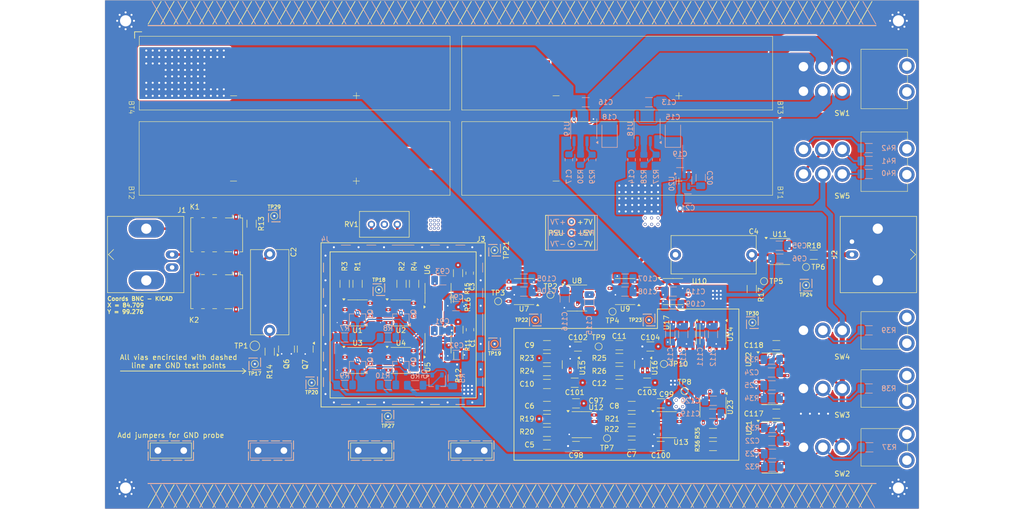
<source format=kicad_pcb>
(kicad_pcb (version 20221018) (generator pcbnew)
  (title_block (title "1 Hz - 1 MHz Eurocard Low Noise Amplifier") (date "17 April 2025") (rev "2"))
  (layers (0 "F.Cu" signal) (1 "In1.Cu" signal) (2 "In2.Cu" signal) (31 "B.Cu" signal) (34 "B.Paste" user) (35 "F.Paste" user) (36 "B.SilkS" user "B.Silkscreen") (37 "F.SilkS" user "F.Silkscreen") (38 "B.Mask" user) (39 "F.Mask" user) (44 "Edge.Cuts" user))
  (net 0 "")
  (net 1 "Net-(U6-+)")
  (net 2 "FB")
  (net 3 "IN")
  (net 4 "Net-(C2-Pad2)")
  (net 5 "Net-(C3-Pad1)")
  (net 6 "Net-(U6--)")
  (net 7 "Net-(C4-Pad2)")
  (net 8 "GND")
  (net 9 "Net-(U11-+)")
  (net 10 "Net-(U11--)")
  (net 11 "Net-(C6-Pad2)")
  (net 12 "Net-(U12-+)")
  (net 13 "Net-(U12--)")
  (net 14 "Net-(C8-Pad2)")
  (net 15 "Net-(C10-Pad2)")
  (net 16 "Net-(C12-Pad2)")
  (net 17 "Net-(SW1A-B)")
  (net 18 "Net-(U18-BYP)")
  (net 19 "Net-(SW1B-B)")
  (net 20 "ADJ1")
  (net 21 "ADJ2")
  (net 22 "IN+")
  (net 23 "Net-(J2-In)")
  (net 24 "Net-(U21A-RCext)")
  (net 25 "Net-(U21B-RCext)")
  (net 26 "Net-(Q1-B)")
  (net 27 "Net-(Q1-E)")
  (net 28 "Net-(Q1-C)")
  (net 29 "Net-(Q2-E)")
  (net 30 "Net-(Q2-C)")
  (net 31 "Net-(Q3-E)")
  (net 32 "Net-(Q3-C)")
  (net 33 "Net-(Q4-E)")
  (net 34 "Net-(Q4-C)")
  (net 35 "Net-(Q5-E)")
  (net 36 "Net-(U5--)")
  (net 37 "Net-(U13-+)")
  (net 38 "Net-(U5-+)")
  (net 39 "Net-(U13--)")
  (net 40 "Net-(U16-+)")
  (net 49 "+5V")
  (net 50 "K1_S")
  (net 51 "K1_R")
  (net 52 "GAIN_SW")
  (net 53 "IN-")
  (net 54 "Net-(U16--)")
  (net 55 "OUT_AC_SW")
  (net 56 "Net-(U22A-RCext)")
  (net 57 "20k_ENABLE")
  (net 58 "Net-(U19-BYP)")
  (net 59 "Net-(U20-BP)")
  (net 60 "Net-(U15-+)")
  (net 61 "Net-(U15--)")
  (net 62 "K2_S")
  (net 63 "K2_R")
  (net 64 "-7V")
  (net 65 "+7V")
  (net 66 "Net-(SW2-B)")
  (net 67 "WB_SW")
  (net 68 "20kHz_SW")
  (net 69 "200_ENABLE")
  (net 70 "200Hz_SW")
  (net 73 "Net-(SW5A-C)")
  (net 74 "Net-(BT1-+)")
  (net 75 "Net-(BT1--)")
  (net 76 "Net-(R1-Pad1)")
  (net 77 "Net-(R2-Pad1)")
  (net 78 "Net-(U8--)")
  (net 79 "Net-(U22B-RCext)")
  (net 80 "Net-(U8-+)")
  (net 83 "Net-(K1-Pad6)")
  (net 84 "Net-(K1-Pad7)")
  (net 85 "Net-(BT3-+)")
  (net 86 "Net-(BT3--)")
  (net 88 "Net-(U10-Pad1)")
  (net 93 "+2V5")
  (footprint "Resistor_SMD:R_1206_3216Metric_Pad1.30x1.75mm_HandSolder" (layer "F.Cu") (at 103.886 118.364 -90)
    (fp_text reference "R14")
    (fp_text value "1Meg")
  )
  (footprint "Resistor_SMD:R_1206_3216Metric_Pad1.30x1.75mm_HandSolder" (layer "F.Cu") (at 121.158 105.029 -90)
    (fp_text reference "R1")
    (fp_text value "1k")
  )
  (footprint "TestPoint:TestPoint_Pad_D1.0mm" (layer "F.Cu") (at 170.18 135.382 180)
    (fp_text reference "TP7")
    (fp_text value "TestPoint")
  )
  (footprint "Resistor_SMD:R_1206_3216Metric_Pad1.30x1.75mm_HandSolder" (layer "F.Cu") (at 140.97 114.046 -90)
    (fp_text reference "R11")
    (fp_text value "1k")
  )
  (footprint "Package_SO:SOIC-8_3.9x4.9mm_P1.27mm" (layer "F.Cu") (at 181.895 132.715)
    (fp_text reference "U13")
    (fp_text value "ADA4622-1ARZ")
  )
  (footprint "TestPoint:TestPoint_Pad_D1.0mm" (layer "F.Cu") (at 159.0675 107.188)
    (fp_text reference "TP2")
    (fp_text value "TestPoint")
  )
  (footprint "Resistor_SMD:R_1206_3216Metric_Pad1.30x1.75mm_HandSolder" (layer "F.Cu") (at 198.628 106.045 -90)
    (fp_text reference "R17")
    (fp_text value "1Meg")
  )
  (footprint "LNA_v1:14500_Keystone53" (layer "F.Cu") (at 200.1774 63.627 180)
    (fp_text reference "BT3")
    (fp_text value "Battery")
  )
  (footprint "Package_SO:SOIC-8_3.9x4.9mm_P1.27mm" (layer "F.Cu") (at 129.667 110.744)
    (fp_text reference "U2")
    (fp_text value "JFE2140")
  )
  (footprint "Package_SO:SOIC-8_3.9x4.9mm_P1.27mm" (layer "F.Cu") (at 191.008 114.935 -90)
    (fp_text reference "U14")
    (fp_text value "DG419BDY")
  )
  (footprint "Resistor_SMD:R_1206_3216Metric_Pad1.30x1.75mm_HandSolder" (layer "F.Cu") (at 158.369 134.112 180)
    (fp_text reference "R20")
    (fp_text value "19.6k")
  )
  (footprint "TestPoint:TestPoint_THTPad_D1.0mm_Drill0.5mm" (layer "F.Cu") (at 209.296 105.283 -90)
    (fp_text reference "TP24")
    (fp_text value "TestPoint")
  )
  (footprint "Package_SO:SOIC-8_3.9x4.9mm_P1.27mm" (layer "F.Cu") (at 191.008 129.286 -90)
    (fp_text reference "U23")
    (fp_text value "TLV3702")
  )
  (footprint "Capacitor_SMD:C_1206_3216Metric_Pad1.33x1.80mm_HandSolder" (layer "F.Cu") (at 172.593 117.094)
    (fp_text reference "C11")
    (fp_text value "3.3n")
  )
  (footprint "Capacitor_SMD:C_1206_3216Metric_Pad1.33x1.80mm_HandSolder" (layer "F.Cu") (at 180.752 136.906 180)
    (fp_text reference "C100")
    (fp_text value "100n")
  )
  (footprint "TestPoint:TestPoint_THTPad_D1.0mm_Drill0.5mm" (layer "F.Cu") (at 127.127 131.064)
    (fp_text reference "TP27")
    (fp_text value "TestPoint")
  )
  (footprint "Resistor_SMD:R_1206_3216Metric_Pad1.30x1.75mm_HandSolder" (layer "F.Cu") (at 172.593 119.634 180)
    (fp_text reference "R25")
    (fp_text value "1.69k")
  )
  (footprint "TestPoint:TestPoint_Pad_D1.0mm" (layer "F.Cu") (at 181.356 120.777 -90)
    (fp_text reference "TP10")
    (fp_text value "TestPoint")
  )
  (footprint "LNA_v1:100AWSPXTXBXMXXX" (layer "F.Cu") (at 216.408 114.173 180)
    (fp_text reference "SW4")
    (fp_text value "SW_SPDT")
  )
  (footprint "Package_SO:SOIC-8_3.9x4.9mm_P1.27mm" (layer "F.Cu") (at 204.154 98.679)
    (fp_text reference "U11")
    (fp_text value "ADA4622-1ARZ")
  )
  (footprint "Resistor_SMD:R_1206_3216Metric_Pad1.30x1.75mm_HandSolder" (layer "F.Cu") (at 158.369 119.634 180)
    (fp_text reference "R23")
    (fp_text value "2.15k")
  )
  (footprint "Capacitor_SMD:C_1206_3216Metric_Pad1.33x1.80mm_HandSolder" (layer "F.Cu") (at 158.369 117.094)
    (fp_text reference "C9")
    (fp_text value "6.8n")
  )
  (footprint "Capacitor_SMD:C_0805_2012Metric_Pad1.18x1.45mm_HandSolder" (layer "F.Cu") (at 143.1925 102.9335 -90)
    (fp_text reference "C3")
    (fp_text value "C")
  )
  (footprint "TestPoint:TestPoint_2Pads_Pitch5.08mm_Drill1.3mm" (layer "F.Cu") (at 121.285 137.795)
    (fp_text reference "TP28" hide)
    (fp_text value "TestPoint_2Pole")
  )
  (footprint "Resistor_SMD:R_1206_3216Metric_Pad1.30x1.75mm_HandSolder" (layer "F.Cu") (at 140.9065 108.0135 -90)
    (fp_text reference "R16")
    (fp_text value "300")
  )
  (footprint "Resistor_SMD:R_1206_3216Metric_Pad1.30x1.75mm_HandSolder" (layer "F.Cu") (at 175.037 131.572 180)
    (fp_text reference "R21")
    (fp_text value "1.69k")
  )
  (footprint "MountingHole:MountingHole_2.2mm_M2_Pad_Via" (layer "F.Cu") (at 227.457 145.161)
    (fp_text reference "H3" hide)
    (fp_text value "MountingHole_Pad")
  )
  (footprint "Package_SO:SOIC-8_3.9x4.9mm_P1.27mm" (layer "F.Cu") (at 173.736 106.553 180)
    (fp_text reference "U9")
    (fp_text value "DG419BDY")
  )
  (footprint "Capacitor_SMD:C_1206_3216Metric_Pad1.33x1.80mm_HandSolder" (layer "F.Cu") (at 175.037 136.652)
    (fp_text reference "C7")
    (fp_text value "33p")
  )
  (footprint "TestPoint:TestPoint_Pad_D1.0mm" (layer "F.Cu") (at 209.296 101.727 -90)
    (fp_text reference "TP6")
    (fp_text value "TestPoint")
  )
  (footprint "Resistor_SMD:R_1206_3216Metric_Pad1.30x1.75mm_HandSolder" (layer "F.Cu") (at 191.008 134.366 180)
    (fp_text reference "R35")
    (fp_text value "R")
  )
  (footprint "Capacitor_SMD:C_1206_3216Metric_Pad1.33x1.80mm_HandSolder" (layer "F.Cu") (at 158.369 129.032 180)
    (fp_text reference "C6")
    (fp_text value "220p")
  )
  (footprint "TestPoint:TestPoint_THTPad_D1.0mm_Drill0.5mm" (layer "F.Cu") (at 148.082 116.84)
    (fp_text reference "TP19")
    (fp_text value "TestPoint")
  )
  (footprint "Resistor_SMD:R_1206_3216Metric_Pad1.30x1.75mm_HandSolder" (layer "F.Cu") (at 175.037 134.0485 180)
    (fp_text reference "R22")
    (fp_text value "16.5k")
  )
  (footprint "Resistor_SMD:R_1206_3216Metric_Pad1.30x1.75mm_HandSolder" (layer "F.Cu") (at 129.794 105.029 -90)
    (fp_text reference "R2")
    (fp_text value "1k")
  )
  (footprint "MountingHole:MountingHole_2.2mm_M2_Pad_Via" (layer "F.Cu") (at 75.565 145.161)
    (fp_text reference "H4" hide)
    (fp_text value "MountingHole_Pad")
  )
  (footprint "TestPoint:TestPoint_Pad_D1.0mm" (layer "F.Cu") (at 185.42 126.111)
    (fp_text reference "TP8")
    (fp_text value "TestPoint")
  )
  (footprint "Package_TO_SOT_SMD:SOT-23" (layer "F.Cu") (at 107.188 117.856 90)
    (fp_text reference "Q6")
    (fp_text value "MMBF4117")
  )
  (footprint "Capacitor_SMD:C_1206_3216Metric_Pad1.33x1.80mm_HandSolder" (layer "F.Cu") (at 158.369 124.714 180)
    (fp_text reference "C10")
    (fp_text value "22n")
  )
  (footprint "Capacitor_SMD:C_1206_3216Metric_Pad1.33x1.80mm_HandSolder" (layer "F.Cu") (at 178.689 117.348 180)
    (fp_text reference "C104")
    (fp_text value "100n")
  )
  (footprint "TestPoint:TestPoint_Pad_D1.0mm" (layer "F.Cu") (at 163.195 94.996 -90)
    (fp_text reference "TP12" hide)
    (fp_text value "TestPoint")
  )
  (footprint "Resistor_SMD:R_1206_3216Metric_Pad1.30x1.75mm_HandSolder" (layer "F.Cu") (at 140.97 119.126 -90)
    (fp_text reference "R12")
    (fp_text value "10")
  )
  (footprint "TestPoint:TestPoint_Pad_D1.0mm" (layer "F.Cu") (at 148.7805 108.458)
    (fp_text reference "TP3")
    (fp_text value "TestPoint")
  )
  (footprint "Capacitor_THT:C_Rect_L16.5mm_W7.3mm_P15.00mm_MKT" (layer "F.Cu") (at 198.635 99.314 180)
    (fp_text reference "C4")
    (fp_text value "1u")
  )
  (footprint "Capacitor_SMD:C_1206_3216Metric_Pad1.33x1.80mm_HandSolder" (layer "F.Cu") (at 164.084 136.906 180)
    (fp_text reference "C98")
    (fp_text value "100n")
  )
  (footprint "TestPoint:TestPoint_THTPad_D1.0mm_Drill0.5mm" (layer "F.Cu") (at 112.141 124.46)
    (fp_text reference "TP20")
    (fp_text value "TestPoint")
  )
  (footprint "Package_SO:SOIC-8_3.9x4.9mm_P1.27mm" (layer "F.Cu") (at 121.158 110.744)
    (fp_text reference "U1")
    (fp_text value "JFE2140")
  )
  (footprint "Package_SO:SOIC-16_3.9x9.9mm_P1.27mm" (layer "F.Cu") (at 202.565 123.698)
    (fp_text reference "U22")
    (fp_text value "74HC123")
  )
  (footprint "Resistor_SMD:R_1206_3216Metric_Pad1.30x1.75mm_HandSolder" (layer "F.Cu") (at 210.82 99.314 180)
    (fp_text reference "R18")
    (fp_text value "49.9")
  )
  (footprint "TestPoint:TestPoint_THTPad_D1.0mm_Drill0.5mm" (layer "F.Cu") (at 125.349 106.172)
    (fp_text reference "TP18")
    (fp_text value "TestPoint")
  )
  (footprint "Package_SO:SOIC-8_3.9x4.9mm_P1.27mm" (layer "F.Cu") (at 136.9695 116.713 90)
    (fp_text reference "U5")
    (fp_text value "OPA828")
  )
  (footprint "Capacitor_SMD:C_0805_2012Metric_Pad1.18x1.45mm_HandSolder" (layer "F.Cu") (at 143.256 114.046 -90)
    (fp_text reference "C1")
    (fp_text value "C")
  )
  (footprint "Package_TO_SOT_SMD:SOT-23-6" (layer "F.Cu") (at 177.165 120.904 -90)
    (fp_text reference "U16")
    (fp_text value "OPA991S")
  )
  (footprint "Capacitor_SMD:C_1206_3216Metric_Pad1.33x1.80mm_HandSolder" (layer "F.Cu") (at 203.454 117.094 180)
    (fp_text reference "C118")
    (fp_text value "100n")
  )
  (footprint "Capacitor_SMD:C_1206_3216Metric_Pad1.33x1.80mm_HandSolder" (layer "F.Cu") (at 172.593 124.714 180)
    (fp_text reference "C12")
    (fp_text value "68n")
  )
  (footprint "Relay_SMD:Relay_DPDT_Omron_G6K-2F-Y" (layer "F.Cu") (at 93.472 95.377 -90)
    (fp_text reference "K1")
    (fp_text value "G6KU-2")
  )
  (footprint "LNA_v1:100AWSPXTXBXMXXX" (layer "F.Cu") (at 216.408 125.603 180)
    (fp_text reference "SW3")
    (fp_text value "SW_SPDT")
  )
  (footprint "Capacitor_THT:C_Rect_L16.5mm_W7.3mm_P15.00mm_MKT" (layer "F.Cu") (at 103.886 114.18 90)
    (fp_text reference "C2")
    (fp_text value "1u")
  )
  (footprint "Package_SO:SOIC-8_3.9x4.9mm_P1.27mm" (layer "F.Cu") (at 129.667 120.0785)
    (fp_text reference "U4")
    (fp_text value "JFE2140")
  )
  (footprint "Capacitor_SMD:C_1206_3216Metric_Pad1.33x1.80mm_HandSolder" (layer "F.Cu") (at 203.454 130.556 180)
    (fp_text reference "C117")
    (fp_text value "100n")
  )
  (footprint "LNA_v1:100DPXTXBXMXXX" (layer "F.Cu") (at 216.408 67.183 180)
    (fp_text reference "SW1")
    (fp_text value "SW_DPDT_x2")
  )
  (footprint "LNA_v1:100DPXTXBXMXXX" (layer "F.Cu") (at 216.408 83.439 180)
    (fp_text reference "SW5")
    (fp_text value "SW_DPDT_x2")
  )
  (footprint "Package_TO_SOT_SMD:SOT-23" (layer "F.Cu") (at 110.871 117.856 -90)
    (fp_text reference "Q7")
    (fp_text value "MMBF4117")
  )
  (footprint "TestPoint:TestPoint_Pad_D1.5mm" (layer "F.Cu") (at 100.965 117.221 90)
    (fp_text reference "TP1")
    (fp_text value "TestPoint")
  )
  (footprint "Connector_Coaxial:BNC_Amphenol_B6252HB-NPP3G-50_Horizontal" (layer "F.Cu") (at 218.313 99.276 -90)
    (fp_text reference "J2")
    (fp_text value "Conn_Coaxial")
  )
  (footprint "Potentiometer_THT:Potentiometer_Bourns_3296W_Vertical" (layer "F.Cu") (at 123.8785 93.345 180)
    (fp_text reference "RV1")
    (fp_text value "100")
  )
  (footprint "Connector_Coaxial:BNC_Amphenol_B6252HB-NPP3G-50_Horizontal" (layer "F.Cu") (at 84.709 99.276 90)
    (fp_text reference "J1")
    (fp_text value "Conn_Coaxial")
  )
  (footprint "TestPoint:TestPoint_Pad_D1.0mm" (layer "F.Cu") (at 163.195 92.833 -90)
    (fp_text reference "TP11" hide)
    (fp_text value "TestPoint")
  )
  (footprint "TestPoint:TestPoint_THTPad_D1.0mm_Drill0.5mm" (layer "F.Cu") (at 104.775 91.694)
    (fp_text reference "TP29")
    (fp_text value "TestPoint")
  )
  (footprint "LNA_v1:100AWSPXTXBXMXXX" (layer "F.Cu") (at 216.408 137.16 180)
    (fp_text reference "SW2")
    (fp_text value "SW_SPDT")
  )
  (footprint "Resistor_SMD:R_1206_3216Metric_Pad1.30x1.75mm_HandSolder" (layer "F.Cu") (at 191.008 136.906)
    (fp_text reference "R36")
    (fp_text value "R")
  )
  (footprint "TestPoint:TestPoint_THTPad_D1.0mm_Drill0.5mm" (layer "F.Cu") (at 156.083 112.141)
    (fp_text reference "TP22")
    (fp_text value "TestPoint")
  )
  (footprint "Capacitor_SMD:C_1206_3216Metric_Pad1.33x1.80mm_HandSolder" (layer "F.Cu") (at 178.054 124.46 180)
    (fp_text reference "C103")
    (fp_text value "100n")
  )
  (footprint "Resistor_SMD:R_1206_3216Metric_Pad1.30x1.75mm_HandSolder" (layer "F.Cu") (at 172.593 122.174 180)
    (fp_text reference "R26")
    (fp_text value "16.5k")
  )
  (footprint "Capacitor_SMD:C_1206_3216Metric_Pad1.33x1.80mm_HandSolder" (layer "F.Cu") (at 163.83 124.46 180)
    (fp_text reference "C101")
    (fp_text value "100n")
  )
  (footprint "TestPoint:TestPoint_2Pads_Pitch5.08mm_Drill1.3mm" (layer "F.Cu") (at 140.97 137.795)
    (fp_text reference "TP25" hide)
    (fp_text value "TestPoint_2Pole")
  )
  (footprint "Package_SO:SOIC-8_3.9x4.9mm_P1.27mm" (layer "F.Cu") (at 164.2745 107.823)
    (fp_text reference "U8")
    (fp_text value "ADA4622-1ARZ")
  )
  (footprint "TestPoint:TestPoint_Pad_D1.0mm" (layer "F.Cu") (at 201.041 104.521 -90)
    (fp_text reference "TP5")
    (fp_text value "TestPoint")
  )
  (footprint "TestPoint:TestPoint_Pad_D1.0mm" (layer "F.Cu") (at 171.2595 110.49 180)
    (fp_text reference "TP4")
    (fp_text value "TestPoint")
  )
  (footprint "Resistor_SMD:R_1206_3216Metric_Pad1.30x1.75mm_HandSolder" (layer "F.Cu") (at 132.2705 105.029 -90)
    (fp_text reference "R4")
    (fp_text value "R")
  )
  (footprint "Capacitor_SMD:C_1206_3216Metric_Pad1.33x1.80mm_HandSolder" (layer "F.Cu") (at 180.752 128.524 180)
    (fp_text reference "C99")
    (fp_text value "100n")
  )
  (footprint "Capacitor_SMD:C_1206_3216Metric_Pad1.33x1.80mm_HandSolder" (layer "F.Cu") (at 158.369 136.652)
    (fp_text reference "C5")
    (fp_text value "68p")
  )
  (footprint "Capacitor_SMD:C_1206_3216Metric_Pad1.33x1.80mm_HandSolder" (layer "F.Cu") (at 175.037 129.032 180)
    (fp_text reference "C8")
    (fp_text value "680p")
  )
  (footprint "Resistor_SMD:R_1206_3216Metric_Pad1.30x1.75mm_HandSolder" (layer "F.Cu") (at 100.33 93.218 -90)
    (fp_text reference "R13")
    (fp_text value "49.9")
  )
  (footprint "Relay_SMD:Relay_DPDT_Omron_G6K-2F-Y" (layer "F.Cu") (at 93.472 106.553 -90)
    (fp_text reference "K2")
    (fp_text value "G6KU-2")
  )
  (footprint "Capacitor_SMD:C_1206_3216Metric_Pad1.33x1.80mm_HandSolder" (layer "F.Cu") (at 164.084 128.524 180)
    (fp_text reference "C97")
    (fp_text value "100n")
  )
  (footprint "TestPoint:TestPoint_THTPad_D1.0mm_Drill0.5mm" (layer "F.Cu") (at 198.755 112.649)
    (fp_text reference "TP30")
    (fp_text value "TestPoint")
  )
  (footprint "MountingHole:MountingHole_2.2mm_M2_Pad_Via" (layer "F.Cu") (at 227.457 53.34)
    (fp_text reference "H2" hide)
    (fp_text value "MountingHole_Pad")
  )
  (footprint "Package_SO:SOIC-8_3.9x4.9mm_P1.27mm" (layer "F.Cu") (at 136.9695 106.8705 90)
    (fp_text reference "U6")
    (fp_text value "AD8033-ARZ")
  )
  (footprint "Resistor_SMD:R_1206_3216Metric_Pad1.30x1.75mm_HandSolder" (layer "F.Cu") (at 158.369 131.572 180)
    (fp_text reference "R19")
    (fp_text value "2.15k")
  )
  (footprint "Resistor_SMD:R_1206_3216Metric_Pad1.30x1.75mm_HandSolder" (layer "F.Cu") (at 140.9065 102.9335 -90)
    (fp_text reference "R15")
    (fp_text value "2.7k")
  )
  (footprint "Package_SO:SOIC-8_3.9x4.9mm_P1.27mm" (layer "F.Cu") (at 153.8605 106.553 180)
    (fp_text reference "U7")
    (fp_text value "DG419BDY")
  )
  (footprint "RF_Shielding:Wuerth_36103305_30x30mm" (layer "F.Cu") (at 130.1015 113.09)
    (fp_text reference "J3")
    (fp_text value "RF_Shield_One_Piece")
  )
  (footprint "Capacitor_SMD:C_1206_3216Metric_Pad1.33x1.80mm_HandSolder" (layer "F.Cu") (at 164.465 117.348 180)
    (fp_text reference "C102")
    (fp_text value "100n")
  )
  (footprint "MountingHole:MountingHole_2.2mm_M2_Pad_Via" (layer "F.Cu") (at 75.565 53.34)
    (fp_text reference "H1" hide)
    (fp_text value "MountingHole_Pad")
  )
  (footprint "Resistor_SMD:R_1206_3216Metric_Pad1.30x1.75mm_HandSolder" (layer "F.Cu") (at 118.618 105.029 -90)
    (fp_text reference "R3")
    (fp_text value "R")
  )
  (footprint "TestPoint:TestPoint_2Pads_Pitch5.08mm_Drill1.3mm" (layer "F.Cu") (at 81.915 137.795)
    (fp_text reference "TP31" hide)
    (fp_text value "TestPoint_2Pole")
  )
  (footprint "Package_SO:SOIC-8_3.9x4.9mm_P1.27mm" (layer "F.Cu") (at 165.227 132.715)
    (fp_text reference "U12")
    (fp_text value "ADA4622-1ARZ")
  )
  (footprint "TestPoint:TestPoint_THTPad_D1.0mm_Drill0.5mm" (layer "F.Cu") (at 148.082 98.425)
    (fp_text reference "TP21")
    (fp_text value "TestPoint")
  )
  (footprint "LNA_v1:14500_Keystone53" (layer "F.Cu") (at 136.779 80.391 180)
    (fp_text reference "BT2")
    (fp_text value "Battery")
  )
  (footprint "TestPoint:TestPoint_Pad_D1.0mm" (layer "F.Cu") (at 168.529 117.348 90)
    (fp_text reference "TP9")
    (fp_text value "TestPoint")
  )
  (footprint "TestPoint:TestPoint_Pad_D1.0mm" (layer "F.Cu") (at 163.195 97.155 -90)
    (fp_text reference "TP13" hide)
    (fp_text value "TestPoint")
  )
  (footprint "TestPoint:TestPoint_THTPad_D1.0mm_Drill0.5mm" (layer "F.Cu") (at 100.965 120.777 90)
    (fp_text reference "TP17")
    (fp_text value "TestPoint")
  )
  (footprint "Resistor_SMD:R_1206_3216Metric_Pad1.30x1.75mm_HandSolder" (layer "F.Cu") (at 158.369 122.174 180)
    (fp_text reference "R24")
    (fp_text value "19.6k")
  )
  (footprint "Package_TO_SOT_SMD:SOT-23-6" (layer "F.Cu") (at 162.941 120.904 -90)
    (fp_text reference "U15")
    (fp_text value "OPA991S")
  )
  (footprint "TestPoint:TestPoint_THTPad_D1.0mm_Drill0.5mm" (layer "F.Cu") (at 178.435 112.141)
    (fp_text reference "TP23")
    (fp_text value "TestPoint")
  )
  (footprint "LNA_v1:14500_Keystone53" (layer "F.Cu") (at 136.8044 63.627 180)
    (fp_text reference "BT4")
    (fp_text value "Battery")
  )
  (footprint "Package_SO:SOIC-8_3.9x4.9mm_P1.27mm" (layer "F.Cu") (at 183.134 106.553)
    (fp_text reference "U10")
    (fp_text value "DG419BDY")
  )
  (footprint "LNA_v1:14500_Keystone53" (layer "F.Cu") (at 200.1774 80.391 180)
    (fp_text reference "BT1")
    (fp_text value "Battery")
  )
  (footprint "Package_SO:SOIC-8_3.9x4.9mm_P1.27mm" (layer "F.Cu") (at 185.166 114.935 -90)
    (fp_text reference "U17")
    (fp_text value "DG419BDY")
  )
  (footprint "Package_SO:SOIC-16_3.9x9.9mm_P1.27mm" (layer "F.Cu") (at 202.578 137.1655)
    (fp_text reference "U21")
    (fp_text value "SN74LV123")
  )
  (footprint "Package_SO:SOIC-8_3.9x4.9mm_P1.27mm" (layer "F.Cu") (at 121.158 120.0785)
    (fp_text reference "U3")
    (fp_text value "JFE2140")
  )
  (footprint "Resistor_SMD:R_1206_3216Metric_Pad1.30x1.75mm_HandSolder" (layer "B.Cu") (at 127.127 115.57 180)
    (fp_text reference "R8")
    (fp_text value "1k")
  )
  (footprint "Resistor_SMD:R_1206_3216Metric_Pad1.30x1.75mm_HandSolder" (layer "B.Cu") (at 221.615 83.439)
    (fp_text reference "R40")
    (fp_text value "R")
  )
  (footprint "Capacitor_SMD:C_1206_3216Metric_Pad1.33x1.80mm_HandSolder" (layer "B.Cu") (at 186.055 88.265)
    (fp_text reference "C21")
    (fp_text value "2.2u X7R")
  )
  (footprint "TestPoint:TestPoint_Pad_D1.0mm" (layer "B.Cu") (at 163.195 92.833 180)
    (fp_text reference "TP14" hide)
    (fp_text value "TestPoint")
  )
  (footprint "Resistor_SMD:R_0805_2012Metric_Pad1.20x1.40mm_HandSolder" (layer "B.Cu") (at 177.419 80.645 90)
    (fp_text reference "R28")
    (fp_text value "100k")
  )
  (footprint "TestPoint:TestPoint_2Pads_Pitch5.08mm_Drill1.3mm" (layer "B.Cu") (at 106.68 137.795 180)
    (fp_text reference "TP26" hide)
    (fp_text value "TestPoint_2Pole")
  )
  (footprint "Resistor_SMD:R_0805_2012Metric_Pad1.20x1.40mm_HandSolder" (layer "B.Cu") (at 164.973 80.645 90)
    (fp_text reference "R30")
    (fp_text value "100k")
  )
  (footprint "Resistor_SMD:R_1206_3216Metric_Pad1.30x1.75mm_HandSolder" (layer "B.Cu") (at 221.615 125.603)
    (fp_text reference "R38")
    (fp_text value "R")
  )
  (footprint "Capacitor_SMD:C_1206_3216Metric_Pad1.33x1.80mm_HandSolder" (layer "B.Cu") (at 137.795 114.2365)
    (fp_text reference "C91")
    (fp_text value "100n")
  )
  (footprint "Capacitor_SMD:C_1206_3216Metric_Pad1.33x1.80mm_HandSolder" (layer "B.Cu") (at 191.008 128.016 180)
    (fp_text reference "C120")
    (fp_text value "100n")
  )
  (footprint "Capacitor_SMD:C_1206_3216Metric_Pad1.33x1.80mm_HandSolder" (layer "B.Cu") (at 202.552 124.993)
    (fp_text reference "C25")
    (fp_text value "C")
  )
  (footprint "Resistor_SMD:R_1206_3216Metric_Pad1.30x1.75mm_HandSolder" (layer "B.Cu") (at 139.84 123.571 -90)
    (fp_text reference "R5")
    (fp_text value "1.3k")
  )
  (footprint "Capacitor_SMD:C_1206_3216Metric_Pad1.33x1.80mm_HandSolder" (layer "B.Cu") (at 185.166 114.935 -90)
    (fp_text reference "C114")
    (fp_text value "100n")
  )
  (footprint "TestPoint:TestPoint_Pad_D1.0mm" (layer "B.Cu") (at 163.195 97.155 180)
    (fp_text reference "TP16" hide)
    (fp_text value "TestPoint")
  )
  (footprint "Resistor_SMD:R_0805_2012Metric_Pad1.20x1.40mm_HandSolder" (layer "B.Cu") (at 167.259 80.65113 90)
    (fp_text reference "R29")
    (fp_text value "R")
  )
  (footprint "Package_SO:SOIC-8_3.9x4.9mm_P1.27mm" (layer "B.Cu") (at 165.608 74.549 90)
    (fp_text reference "U19")
    (fp_text value "LT1763")
  )
  (footprint "Resistor_SMD:R_0805_2012Metric_Pad1.20x1.40mm_HandSolder" (layer "B.Cu") (at 179.832 80.645 90)
    (fp_text reference "R27")
    (fp_text value "R")
  )
  (footprint "Capacitor_SMD:C_1206_3216Metric_Pad1.33x1.80mm_HandSolder" (layer "B.Cu") (at 137.8585 104.3305)
    (fp_text reference "C93")
    (fp_text value "100n")
  )
  (footprint "Capacitor_SMD:C_1206_3216Metric_Pad1.33x1.80mm_HandSolder" (layer "B.Cu") (at 184.531 81.28)
    (fp_text reference "C19")
    (fp_text value "2.2u X7R")
  )
  (footprint "Capacitor_SMD:C_1206_3216Metric_Pad1.33x1.80mm_HandSolder" (layer "B.Cu") (at 204.089 97.536 180)
    (fp_text reference "C95")
    (fp_text value "100n")
  )
  (footprint "Capacitor_SMD:C_1206_3216Metric_Pad1.33x1.80mm_HandSolder" (layer "B.Cu") (at 173.736 106.553 180)
    (fp_text reference "C108")
    (fp_text value "100n")
  )
  (footprint "Package_SO:SOIC-8_3.9x4.9mm_P1.27mm" (layer "B.Cu") (at 178.054 74.549 90)
    (fp_text reference "U18")
    (fp_text value "LT1763")
  )
  (footprint "Package_TO_SOT_SMD:SOT-23W" (layer "B.Cu") (at 129.667 121.3485 90)
    (fp_text reference "Q4")
    (fp_text value "MMBT3904")
  )
  (footprint "Resistor_SMD:R_1206_3216Metric_Pad1.30x1.75mm_HandSolder" (layer "B.Cu") (at 221.615 78.359)
    (fp_text reference "R42")
    (fp_text value "R")
  )
  (footprint "Resistor_SMD:R_1206_3216Metric_Pad1.30x1.75mm_HandSolder" (layer "B.Cu") (at 221.742 137.16)
    (fp_text reference "R37")
    (fp_text value "R")
  )
  (footprint "Resistor_SMD:R_1206_3216Metric_Pad1.30x1.75mm_HandSolder" (layer "B.Cu") (at 127.127 124.9045 180)
    (fp_text reference "R10")
    (fp_text value "1k")
  )
  (footprint "Capacitor_SMD:C_1206_3216Metric_Pad1.33x1.80mm_HandSolder" (layer "B.Cu") (at 191.008 130.556 180)
    (fp_text reference "C119")
    (fp_text value "100n")
  )
  (footprint "Resistor_SMD:R_1206_3216Metric_Pad1.30x1.75mm_HandSolder" (layer "B.Cu") (at 202.643 140.9755)
    (fp_text reference "R32")
    (fp_text value "R")
  )
  (footprint "Capacitor_Tantalum_SMD:CP_EIA-3528-21_Kemet-B_Pad1.50x2.35mm_HandSolder" (layer "B.Cu") (at 170.688 75.57113 90)
    (fp_text reference "C18")
    (fp_text value "22u")
  )
  (footprint "Capacitor_SMD:C_1206_3216Metric_Pad1.33x1.80mm_HandSolder" (layer "B.Cu") (at 183.134 109.093)
    (fp_text reference "C109")
    (fp_text value "100n")
  )
  (footprint "Resistor_SMD:R_1206_3216Metric_Pad1.30x1.75mm_HandSolder" (layer "B.Cu") (at 118.618 115.57 180)
    (fp_text reference "R7")
    (fp_text value "1k")
  )
  (footprint "Capacitor_SMD:C_1206_3216Metric_Pad1.33x1.80mm_HandSolder" (layer "B.Cu") (at 153.8605 106.553 180)
    (fp_text reference "C106")
    (fp_text value "100n")
  )
  (footprint "Resistor_SMD:R_1206_3216Metric_Pad1.30x1.75mm_HandSolder" (layer "B.Cu") (at 221.615 80.899)
    (fp_text reference "R41")
    (fp_text value "R")
  )
  (footprint "Resistor_SMD:R_1206_3216Metric_Pad1.30x1.75mm_HandSolder" (layer "B.Cu") (at 132.474 124.968 180)
    (fp_text reference "R6")
    (fp_text value "1k")
  )
  (footprint "Package_TO_SOT_SMD:SOT-23W" (layer "B.Cu") (at 136.792 124.149 -90)
    (fp_text reference "Q5")
    (fp_text value "MMBT3904")
  )
  (footprint "Capacitor_SMD:C_1206_3216Metric_Pad1.33x1.80mm_HandSolder" (layer "B.Cu") (at 204.089 100.076 180)
    (fp_text reference "C96")
    (fp_text value "100n")
  )
  (footprint "Package_TO_SOT_SMD:SOT-23W" (layer "B.Cu") (at 121.158 121.3485 90)
    (fp_text reference "Q3")
    (fp_text value "MMBT3904")
  )
  (footprint "Resistor_SMD:R_1206_3216Metric_Pad1.30x1.75mm_HandSolder" (layer "B.Cu") (at 202.552 127.533)
    (fp_text reference "R34")
    (fp_text value "R")
  )
  (footprint "Capacitor_SMD:C_1206_3216Metric_Pad1.33x1.80mm_HandSolder" (layer "B.Cu") (at 166.6875 108.712 -90)
    (fp_text reference "C115")
    (fp_text value "100n")
  )
  (footprint "Capacitor_SMD:C_1206_3216Metric_Pad1.33x1.80mm_HandSolder" (layer "B.Cu") (at 140.5255 109.4105 180)
    (fp_text reference "C94")
    (fp_text value "100n")
  )
  (footprint "Capacitor_SMD:C_1206_3216Metric_Pad1.33x1.80mm_HandSolder" (layer "B.Cu") (at 140.589 118.999 180)
    (fp_text reference "C92")
    (fp_text value "100n")
  )
  (footprint "Package_TO_SOT_SMD:SOT-23W" (layer "B.Cu") (at 129.667 112.014 90)
    (fp_text reference "Q2")
    (fp_text value "MMBT3904")
  )
  (footprint "Capacitor_SMD:C_1206_3216Metric_Pad1.33x1.80mm_HandSolder" (layer "B.Cu") (at 153.8605 104.013 180)
    (fp_text reference "C105")
    (fp_text value "100n")
  )
  (footprint "Capacitor_SMD:C_1206_3216Metric_Pad1.33x1.80mm_HandSolder" (layer "B.Cu") (at 202.643 135.8955 180)
    (fp_text reference "C22")
    (fp_text value "C")
  )
  (footprint "Capacitor_SMD:C_1206_3216Metric_Pad1.33x1.80mm_HandSolder" (layer "B.Cu") (at 191.008 114.935 -90)
    (fp_text reference "C112")
    (fp_text value "100n")
  )
  (footprint "Capacitor_SMD:C_1206_3216Metric_Pad1.33x1.80mm_HandSolder" (layer "B.Cu") (at 202.643 138.4355)
    (fp_text reference "C23")
    (fp_text value "C")
  )
  (footprint "Capacitor_SMD:C_0805_2012Metric_Pad1.18x1.45mm_HandSolder" (layer "B.Cu") (at 162.687 80.629 90)
    (fp_text reference "C17")
    (fp_text value "10n")
  )
  (footprint "Capacitor_SMD:C_1206_3216Metric_Pad1.33x1.80mm_HandSolder" (layer "B.Cu") (at 173.736 104.013 180)
    (fp_text reference "C107")
    (fp_text value "100n")
  )
  (footprint "Capacitor_SMD:C_1206_3216Metric_Pad1.33x1.80mm_HandSolder" (layer "B.Cu") (at 202.552 122.453 180)
    (fp_text reference "C24")
    (fp_text value "C")
  )
  (footprint "Capacitor_SMD:C_1206_3216Metric_Pad1.33x1.80mm_HandSolder" (layer "B.Cu") (at 183.134 106.553)
    (fp_text reference "C110")
    (fp_text value "100n")
  )
  (footprint "Capacitor_SMD:C_1206_3216Metric_Pad1.33x1.80mm_HandSolder" (layer "B.Cu") (at 188.595 84.201 90)
    (fp_text reference "C20")
    (fp_text value "10n")
  )
  (footprint "Resistor_SMD:R_1206_3216Metric_Pad1.30x1.75mm_HandSolder" (layer "B.Cu") (at 202.643 133.3555 180)
    (fp_text reference "R31")
    (fp_text value "R")
  )
  (footprint "Resistor_SMD:R_1206_3216Metric_Pad1.30x1.75mm_HandSolder" (layer "B.Cu") (at 221.615 114.173)
    (fp_text reference "R39")
    (fp_text value "R")
  )
  (footprint "Capacitor_SMD:C_1206_3216Metric_Pad1.33x1.80mm_HandSolder" (layer "B.Cu") (at 182.626 114.935 -90)
    (fp_text reference "C113")
    (fp_text value "100n")
  )
  (footprint "TestPoint:TestPoint_Pad_D1.0mm" (layer "B.Cu") (at 163.195 94.996 180)
    (fp_text reference "TP15" hide)
    (fp_text value "TestPoint")
  )
  (footprint "Capacitor_SMD:C_1206_3216Metric_Pad1.33x1.80mm_HandSolder" (layer "B.Cu") (at 188.468 114.935 -90)
    (fp_text reference "C111")
    (fp_text value "100n")
  )
  (footprint "RF_Shielding:Wuerth_36103305_30x30mm" (layer "B.Cu") (at 130.1015 113.09 180)
    (fp_text reference "J4")
    (fp_text value "RF_Shield_One_Piece")
  )
  (footprint "Resistor_SMD:R_1206_3216Metric_Pad1.30x1.75mm_HandSolder" (layer "B.Cu") (at 118.618 124.9045 180)
    (fp_text reference "R9")
    (fp_text value "1k")
  )
  (footprint "Package_TO_SOT_SMD:SOT-23W" (layer "B.Cu") (at 121.158 112.014 90)
    (fp_text reference "Q1")
    (fp_text value "MMBT3904")
  )
  (footprint "Capacitor_SMD:C_1206_3216Metric_Pad1.33x1.80mm_HandSolder" (layer "B.Cu") (at 178.435 69.342 180)
    (fp_text reference "C13")
    (fp_text value "1u")
  )
  (footprint "Capacitor_SMD:C_1206_3216Metric_Pad1.33x1.80mm_HandSolder" (layer "B.Cu") (at 165.989 69.342 180)
    (fp_text reference "C16")
    (fp_text value "1u")
  )
  (footprint "Package_TO_SOT_SMD:SOT-23-5" (layer "B.Cu") (at 185.293 84.7145 -90)
    (fp_text reference "U20")
    (fp_text value "LP2985-5.0")
  )
  (footprint "Capacitor_Tantalum_SMD:CP_EIA-3528-21_Kemet-B_Pad1.50x2.35mm_HandSolder" (layer "B.Cu") (at 183.134 75.565 90)
    (fp_text reference "C15")
    (fp_text value "22u")
  )
  (footprint "Capacitor_SMD:C_0805_2012Metric_Pad1.18x1.45mm_HandSolder" (layer "B.Cu") (at 175.006 80.645 90)
    (fp_text reference "C14")
    (fp_text value "10n")
  )
  (footprint "Capacitor_SMD:C_1206_3216Metric_Pad1.33x1.80mm_HandSolder" (layer "B.Cu") (at 161.8615 107.95 -90)
    (fp_text reference "C116")
    (fp_text value "100n")
  )
  (footprint "Resistor_SMD:R_1206_3216Metric_Pad1.30x1.75mm_HandSolder" (layer "B.Cu") (at 202.552 119.913 180)
    (fp_text reference "R33")
    (fp_text value "R")
  )
  (gr_line (start 187.452 49.53) (end 189.992 53.975) (stroke (width 0.15)) (layer "B.SilkS"))
  (gr_line (start 215.392 49.53) (end 217.932 53.975) (stroke (width 0.15)) (layer "B.SilkS"))
  (gr_line (start 83.312 49.53) (end 85.852 53.975) (stroke (width 0.15)) (layer "B.SilkS"))
  (gr_line (start 103.632 49.53) (end 106.172 53.975) (stroke (width 0.15)) (layer "B.SilkS"))
  (gr_line (start 192.532 49.53) (end 195.072 53.975) (stroke (width 0.15)) (layer "B.SilkS"))
  (gr_line (start 141.732 49.53) (end 144.272 53.975) (stroke (width 0.15)) (layer "B.SilkS"))
  (gr_line (start 83.058 144.526) (end 85.598 148.971) (stroke (width 0.15)) (layer "B.SilkS"))
  (gr_line (start 128.778 144.526) (end 131.318 148.971) (stroke (width 0.15)) (layer "B.SilkS"))
  (gr_rect (start 124.206 105.029) (end 126.492 107.315) (stroke (width 0.15) (type dash)) (fill none) (layer "B.SilkS"))
  (gr_line (start 126.238 144.526) (end 128.778 148.971) (stroke (width 0.15)) (layer "B.SilkS"))
  (gr_line (start 139.192 49.53) (end 141.732 53.975) (stroke (width 0.15)) (layer "B.SilkS"))
  (gr_line (start 141.478 144.526) (end 144.018 148.971) (stroke (width 0.15)) (layer "B.SilkS"))
  (gr_line (start 90.932 49.53) (end 93.472 53.975) (stroke (width 0.15)) (layer "B.SilkS"))
  (gr_line (start 177.038 144.526) (end 179.578 148.971) (stroke (width 0.15)) (layer "B.SilkS"))
  (gr_line (start 171.958 144.526) (end 174.498 148.971) (stroke (width 0.15)) (layer "B.SilkS"))
  (gr_rect (start 99.695 135.89) (end 108.585 139.7) (stroke (width 0.15) (type dash)) (fill none) (layer "B.SilkS"))
  (gr_rect (start 80.01 135.89) (end 88.9 139.7) (stroke (width 0.15) (type dash)) (fill none) (layer "B.SilkS"))
  (gr_line (start 179.832 49.53) (end 182.372 53.975) (stroke (width 0.15)) (layer "B.SilkS"))
  (gr_line (start 189.992 49.53) (end 192.532 53.975) (stroke (width 0.15)) (layer "B.SilkS"))
  (gr_line (start 184.658 144.526) (end 187.198 148.971) (stroke (width 0.15)) (layer "B.SilkS"))
  (gr_rect (start 146.939 97.282) (end 149.225 99.568) (stroke (width 0.15) (type dash)) (fill none) (layer "B.SilkS"))
  (gr_line (start 105.918 144.526) (end 108.458 148.971) (stroke (width 0.15)) (layer "B.SilkS"))
  (gr_line (start 156.972 49.53) (end 159.512 53.975) (stroke (width 0.15)) (layer "B.SilkS"))
  (gr_line (start 98.298 144.526) (end 100.838 148.971) (stroke (width 0.15)) (layer "B.SilkS"))
  (gr_line (start 80.01 54.276) (end 223.012 54.276) (stroke (width 0.2)) (layer "B.SilkS"))
  (gr_line (start 212.852 49.53) (end 215.392 53.975) (stroke (width 0.15)) (layer "B.SilkS"))
  (gr_line (start 146.558 144.526) (end 149.098 148.971) (stroke (width 0.15)) (layer "B.SilkS"))
  (gr_line (start 199.898 144.526) (end 202.438 148.971) (stroke (width 0.15)) (layer "B.SilkS"))
  (gr_line (start 93.472 49.53) (end 96.012 53.975) (stroke (width 0.15)) (layer "B.SilkS"))
  (gr_line (start 159.258 144.526) (end 161.798 148.971) (stroke (width 0.15)) (layer "B.SilkS"))
  (gr_line (start 123.698 144.526) (end 126.238 148.971) (stroke (width 0.15)) (layer "B.SilkS"))
  (gr_line (start 184.912 49.53) (end 187.452 53.975) (stroke (width 0.15)) (layer "B.SilkS"))
  (gr_line (start 158.623 91.567) (end 158.623 98.425) (stroke (width 0.15)) (layer "B.SilkS"))
  (gr_line (start 174.498 144.526) (end 177.038 148.971) (stroke (width 0.15)) (layer "B.SilkS"))
  (gr_line (start 103.378 144.526) (end 105.918 148.971) (stroke (width 0.15)) (layer "B.SilkS"))
  (gr_line (start 204.978 144.526) (end 207.518 148.971) (stroke (width 0.15)) (layer "B.SilkS"))
  (gr_line (start 131.572 49.53) (end 134.112 53.975) (stroke (width 0.15)) (layer "B.SilkS"))
  (gr_line (start 116.332 49.53) (end 118.872 53.975) (stroke (width 0.15)) (layer "B.SilkS"))
  (gr_line (start 85.852 49.53) (end 88.392 53.975) (stroke (width 0.15)) (layer "B.SilkS"))
  (gr_line (start 197.358 144.526) (end 199.898 148.971) (stroke (width 0.15)) (layer "B.SilkS"))
  (gr_rect (start 99.822 119.634) (end 102.108 121.92) (stroke (width 0.15) (type dash)) (fill none) (layer "B.SilkS"))
  (gr_line (start 123.952 49.53) (end 126.492 53.975) (stroke (width 0.15)) (layer "B.SilkS"))
  (gr_line (start 212.598 144.526) (end 215.138 148.971) (stroke (width 0.15)) (layer "B.SilkS"))
  (gr_line (start 118.618 144.526) (end 121.158 148.971) (stroke (width 0.15)) (layer "B.SilkS"))
  (gr_line (start 210.058 144.526) (end 212.598 148.971) (stroke (width 0.15)) (layer "B.SilkS"))
  (gr_line (start 113.792 49.53) (end 116.332 53.975) (stroke (width 0.15)) (layer "B.SilkS"))
  (gr_line (start 126.492 49.53) (end 129.032 53.975) (stroke (width 0.15)) (layer "B.SilkS"))
  (gr_line (start 168.275 98.425) (end 168.275 91.567) (stroke (width 0.15)) (layer "B.SilkS"))
  (gr_line (start 101.092 49.53) (end 103.632 53.975) (stroke (width 0.15)) (layer "B.SilkS"))
  (gr_line (start 161.798 144.526) (end 164.338 148.971) (stroke (width 0.15)) (layer "B.SilkS"))
  (gr_line (start 134.112 49.53) (end 136.652 53.975) (stroke (width 0.15)) (layer "B.SilkS"))
  (gr_line (start 121.412 49.53) (end 123.952 53.975) (stroke (width 0.15)) (layer "B.SilkS"))
  (gr_line (start 164.592 49.53) (end 167.132 53.975) (stroke (width 0.15)) (layer "B.SilkS"))
  (gr_line (start 149.098 144.526) (end 151.638 148.971) (stroke (width 0.15)) (layer "B.SilkS"))
  (gr_line (start 106.172 49.53) (end 108.712 53.975) (stroke (width 0.15)) (layer "B.SilkS"))
  (gr_line (start 96.012 49.53) (end 98.552 53.975) (stroke (width 0.15)) (layer "B.SilkS"))
  (gr_line (start 151.892 49.53) (end 154.432 53.975) (stroke (width 0.15)) (layer "B.SilkS"))
  (gr_line (start 158.623 98.425) (end 168.275 98.425) (stroke (width 0.15)) (layer "B.SilkS"))
  (gr_rect (start 103.632 90.551) (end 105.918 92.837) (stroke (width 0.15) (type dash)) (fill none) (layer "B.SilkS"))
  (gr_line (start 187.198 144.526) (end 189.738 148.971) (stroke (width 0.15)) (layer "B.SilkS"))
  (gr_line (start 168.275 91.567) (end 158.623 91.567) (stroke (width 0.15)) (layer "B.SilkS"))
  (gr_line (start 100.838 144.526) (end 103.378 148.971) (stroke (width 0.15)) (layer "B.SilkS"))
  (gr_line (start 217.678 144.526) (end 220.218 148.971) (stroke (width 0.15)) (layer "B.SilkS"))
  (gr_line (start 195.072 49.53) (end 197.612 53.975) (stroke (width 0.15)) (layer "B.SilkS"))
  (gr_line (start 129.032 49.53) (end 131.572 53.975) (stroke (width 0.15)) (layer "B.SilkS"))
  (gr_line (start 154.432 49.53) (end 156.972 53.975) (stroke (width 0.15)) (layer "B.SilkS"))
  (gr_line (start 202.438 144.526) (end 204.978 148.971) (stroke (width 0.15)) (layer "B.SilkS"))
  (gr_rect (start 139.065 135.89) (end 147.955 139.7) (stroke (width 0.15) (type dash)) (fill none) (layer "B.SilkS"))
  (gr_line (start 220.218 144.526) (end 222.758 148.971) (stroke (width 0.15)) (layer "B.SilkS"))
  (gr_line (start 220.472 49.53) (end 223.012 53.975) (stroke (width 0.15)) (layer "B.SilkS"))
  (gr_line (start 177.292 49.53) (end 179.832 53.975) (stroke (width 0.15)) (layer "B.SilkS"))
  (gr_line (start 131.318 144.526) (end 133.858 148.971) (stroke (width 0.15)) (layer "B.SilkS"))
  (gr_line (start 149.352 49.53) (end 151.892 53.975) (stroke (width 0.15)) (layer "B.SilkS"))
  (gr_line (start 207.772 49.53) (end 210.312 53.975) (stroke (width 0.15)) (layer "B.SilkS"))
  (gr_line (start 194.818 144.526) (end 197.358 148.971) (stroke (width 0.15)) (layer "B.SilkS"))
  (gr_line (start 108.458 144.526) (end 110.998 148.971) (stroke (width 0.15)) (layer "B.SilkS"))
  (gr_line (start 133.858 144.526) (end 136.398 148.971) (stroke (width 0.15)) (layer "B.SilkS"))
  (gr_line (start 95.758 144.526) (end 98.298 148.971) (stroke (width 0.15)) (layer "B.SilkS"))
  (gr_line (start 85.598 144.526) (end 88.138 148.971) (stroke (width 0.15)) (layer "B.SilkS"))
  (gr_line (start 159.512 49.53) (end 162.052 53.975) (stroke (width 0.15)) (layer "B.SilkS"))
  (gr_line (start 138.938 144.526) (end 141.478 148.971) (stroke (width 0.15)) (layer "B.SilkS"))
  (gr_line (start 166.878 144.526) (end 169.418 148.971) (stroke (width 0.15)) (layer "B.SilkS"))
  (gr_line (start 136.652 49.53) (end 139.192 53.975) (stroke (width 0.15)) (layer "B.SilkS"))
  (gr_line (start 144.018 144.526) (end 146.558 148.971) (stroke (width 0.15)) (layer "B.SilkS"))
  (gr_line (start 162.052 49.53) (end 164.592 53.975) (stroke (width 0.15)) (layer "B.SilkS"))
  (gr_rect (start 125.984 129.921) (end 128.27 132.207) (stroke (width 0.15) (type dash)) (fill none) (layer "B.SilkS"))
  (gr_line (start 192.278 144.526) (end 194.818 148.971) (stroke (width 0.15)) (layer "B.SilkS"))
  (gr_line (start 207.518 144.526) (end 210.058 148.971) (stroke (width 0.15)) (layer "B.SilkS"))
  (gr_line (start 98.552 49.53) (end 101.092 53.975) (stroke (width 0.15)) (layer "B.SilkS"))
  (gr_line (start 174.752 49.53) (end 177.292 53.975) (stroke (width 0.15)) (layer "B.SilkS"))
  (gr_line (start 154.178 144.526) (end 156.718 148.971) (stroke (width 0.15)) (layer "B.SilkS"))
  (gr_rect (start 208.153 104.14) (end 210.439 106.426) (stroke (width 0.15) (type dash)) (fill none) (layer "B.SilkS"))
  (gr_line (start 215.138 144.526) (end 217.678 148.971) (stroke (width 0.15)) (layer "B.SilkS"))
  (gr_line (start 182.372 49.53) (end 184.912 53.975) (stroke (width 0.15)) (layer "B.SilkS"))
  (gr_line (start 111.252 49.53) (end 113.792 53.975) (stroke (width 0.15)) (layer "B.SilkS"))
  (gr_line (start 118.872 49.53) (end 121.412 53.975) (stroke (width 0.15)) (layer "B.SilkS"))
  (gr_line (start 172.212 49.53) (end 174.752 53.975) (stroke (width 0.15)) (layer "B.SilkS"))
  (gr_line (start 121.158 144.526) (end 123.698 148.971) (stroke (width 0.15)) (layer "B.SilkS"))
  (gr_line (start 167.132 49.53) (end 169.672 53.975) (stroke (width 0.15)) (layer "B.SilkS"))
  (gr_line (start 179.578 144.526) (end 182.118 148.971) (stroke (width 0.15)) (layer "B.SilkS"))
  (gr_line (start 182.118 144.526) (end 184.658 148.971) (stroke (width 0.15)) (layer "B.SilkS"))
  (gr_rect (start 154.94 110.998) (end 157.226 113.284) (stroke (width 0.15) (type dash)) (fill none) (layer "B.SilkS"))
  (gr_rect (start 197.612 111.506) (end 199.898 113.792) (stroke (width 0.15) (type dash)) (fill none) (layer "B.SilkS"))
  (gr_line (start 88.138 144.526) (end 90.678 148.971) (stroke (width 0.15)) (layer "B.SilkS"))
  (gr_rect (start 110.998 123.317) (end 113.284 125.603) (stroke (width 0.15) (type dash)) (fill none) (layer "B.SilkS"))
  (gr_rect (start 146.939 115.697) (end 149.225 117.983) (stroke (width 0.15) (type dash)) (fill none) (layer "B.SilkS"))
  (gr_line (start 210.312 49.53) (end 212.852 53.975) (stroke (width 0.15)) (layer "B.SilkS"))
  (gr_line (start 108.712 49.53) (end 111.252 53.975) (stroke (width 0.15)) (layer "B.SilkS"))
  (gr_line (start 205.232 49.53) (end 207.772 53.975) (stroke (width 0.15)) (layer "B.SilkS"))
  (gr_line (start 217.932 49.53) (end 220.472 53.975) (stroke (width 0.15)) (layer "B.SilkS"))
  (gr_line (start 93.218 144.526) (end 95.758 148.971) (stroke (width 0.15)) (layer "B.SilkS"))
  (gr_line (start 156.718 144.526) (end 159.258 148.971) (stroke (width 0.15)) (layer "B.SilkS"))
  (gr_line (start 144.272 49.53) (end 146.812 53.975) (stroke (width 0.15)) (layer "B.SilkS"))
  (gr_rect (start 119.38 135.89) (end 128.27 139.7) (stroke (width 0.15) (type dash)) (fill none) (layer "B.SilkS"))
  (gr_line (start 90.678 144.526) (end 93.218 148.971) (stroke (width 0.15)) (layer "B.SilkS"))
  (gr_rect (start 177.292 110.998) (end 179.578 113.284) (stroke (width 0.15) (type dash)) (fill none) (layer "B.SilkS"))
  (gr_line (start 136.398 144.526) (end 138.938 148.971) (stroke (width 0.15)) (layer "B.SilkS"))
  (gr_line (start 80.01 144.276) (end 223.012 144.276) (stroke (width 0.2)) (layer "B.SilkS"))
  (gr_line (start 169.672 49.53) (end 172.212 53.975) (stroke (width 0.15)) (layer "B.SilkS"))
  (gr_line (start 146.812 49.53) (end 149.352 53.975) (stroke (width 0.15)) (layer "B.SilkS"))
  (gr_line (start 169.418 144.526) (end 171.958 148.971) (stroke (width 0.15)) (layer "B.SilkS"))
  (gr_line (start 189.738 144.526) (end 192.278 148.971) (stroke (width 0.15)) (layer "B.SilkS"))
  (gr_line (start 88.392 49.53) (end 90.932 53.975) (stroke (width 0.15)) (layer "B.SilkS"))
  (gr_line (start 110.998 144.526) (end 113.538 148.971) (stroke (width 0.15)) (layer "B.SilkS"))
  (gr_line (start 113.538 144.526) (end 116.078 148.971) (stroke (width 0.15)) (layer "B.SilkS"))
  (gr_line (start 164.338 144.526) (end 166.878 148.971) (stroke (width 0.15)) (layer "B.SilkS"))
  (gr_line (start 200.152 49.53) (end 202.692 53.975) (stroke (width 0.15)) (layer "B.SilkS"))
  (gr_line (start 116.078 144.526) (end 118.618 148.971) (stroke (width 0.15)) (layer "B.SilkS"))
  (gr_line (start 197.612 49.53) (end 200.152 53.975) (stroke (width 0.15)) (layer "B.SilkS"))
  (gr_line (start 80.518 144.526) (end 83.058 148.971) (stroke (width 0.15)) (layer "B.SilkS"))
  (gr_line (start 80.772 49.53) (end 83.312 53.975) (stroke (width 0.15)) (layer "B.SilkS"))
  (gr_line (start 202.692 49.53) (end 205.232 53.975) (stroke (width 0.15)) (layer "B.SilkS"))
  (gr_line (start 151.638 144.526) (end 154.178 148.971) (stroke (width 0.15)) (layer "B.SilkS"))
  (gr_line (start 184.15 53.975) (end 186.69 49.53) (stroke (width 0.15)) (layer "F.SilkS"))
  (gr_line (start 105.41 53.975) (end 107.95 49.53) (stroke (width 0.15)) (layer "F.SilkS"))
  (gr_line (start 204.47 53.975) (end 207.01 49.53) (stroke (width 0.15)) (layer "F.SilkS"))
  (gr_line (start 125.73 148.971) (end 128.27 144.526) (stroke (width 0.15)) (layer "F.SilkS"))
  (gr_line (start 176.53 148.971) (end 179.07 144.526) (stroke (width 0.15)) (layer "F.SilkS"))
  (gr_rect (start 197.612 111.506) (end 199.898 113.792) (stroke (width 0.15) (type dash)) (fill none) (layer "F.SilkS"))
  (gr_line (start 146.2405 129.2225) (end 113.9825 129.2225) (stroke (width 0.15)) (layer "F.SilkS"))
  (gr_line (start 171.45 53.975) (end 173.99 49.53) (stroke (width 0.15)) (layer "F.SilkS"))
  (gr_line (start 146.05 148.971) (end 148.59 144.526) (stroke (width 0.15)) (layer "F.SilkS"))
  (gr_line (start 148.59 148.971) (end 151.13 144.526) (stroke (width 0.15)) (layer "F.SilkS"))
  (gr_line (start 92.71 148.971) (end 95.25 144.526) (stroke (width 0.15)) (layer "F.SilkS"))
  (gr_line (start 151.13 148.971) (end 153.67 144.526) (stroke (width 0.15)) (layer "F.SilkS"))
  (gr_line (start 199.39 53.975) (end 201.93 49.53) (stroke (width 0.15)) (layer "F.SilkS"))
  (gr_line (start 163.83 148.971) (end 166.37 144.526) (stroke (width 0.15)) (layer "F.SilkS"))
  (gr_line (start 113.03 53.975) (end 115.57 49.53) (stroke (width 0.15)) (layer "F.SilkS"))
  (gr_line (start 144.4625 127.4445) (end 115.7605 127.4445) (stroke (width 0.15)) (layer "F.SilkS"))
  (gr_line (start 123.19 53.975) (end 125.73 49.53) (stroke (width 0.15)) (layer "F.SilkS"))
  (gr_line (start 219.71 53.975) (end 222.25 49.53) (stroke (width 0.15)) (layer "F.SilkS"))
  (gr_line (start 140.97 148.971) (end 143.51 144.526) (stroke (width 0.15)) (layer "F.SilkS"))
  (gr_line (start 105.41 148.971) (end 107.95 144.526) (stroke (width 0.15)) (layer "F.SilkS"))
  (gr_line (start 214.63 53.975) (end 217.17 49.53) (stroke (width 0.15)) (layer "F.SilkS"))
  (gr_line (start 97.79 148.971) (end 100.33 144.526) (stroke (width 0.15)) (layer "F.SilkS"))
  (gr_line (start 148.59 53.975) (end 151.13 49.53) (stroke (width 0.15)) (layer "F.SilkS"))
  (gr_line (start 167.767 98.425) (end 167.767 91.567) (stroke (width 0.15)) (layer "F.SilkS"))
  (gr_line (start 135.89 53.975) (end 138.43 49.53) (stroke (width 0.15)) (layer "F.SilkS"))
  (gr_line (start 110.49 148.971) (end 113.03 144.526) (stroke (width 0.15)) (layer "F.SilkS"))
  (gr_line (start 179.07 53.975) (end 181.61 49.53) (stroke (width 0.15)) (layer "F.SilkS"))
  (gr_line (start 123.19 148.971) (end 125.73 144.526) (stroke (width 0.15)) (layer "F.SilkS"))
  (gr_line (start 85.09 148.971) (end 87.63 144.526) (stroke (width 0.15)) (layer "F.SilkS"))
  (gr_line (start 161.29 148.971) (end 163.83 144.526) (stroke (width 0.15)) (layer "F.SilkS"))
  (gr_line (start 194.31 53.975) (end 196.85 49.53) (stroke (width 0.15)) (layer "F.SilkS"))
  (gr_line (start 166.37 148.971) (end 168.91 144.526) (stroke (width 0.15)) (layer "F.SilkS"))
  (gr_line (start 209.55 148.971) (end 212.09 144.526) (stroke (width 0.15)) (layer "F.SilkS"))
  (gr_line (start 118.11 148.971) (end 120.65 144.526) (stroke (width 0.15)) (layer "F.SilkS"))
  (gr_line (start 115.57 148.971) (end 118.11 144.526) (stroke (width 0.15)) (layer "F.SilkS"))
  (gr_line (start 173.99 53.975) (end 176.53 49.53) (stroke (width 0.15)) (layer "F.SilkS"))
  (gr_line (start 115.57 53.975) (end 118.11 49.53) (stroke (width 0.15)) (layer "F.SilkS"))
  (gr_line (start 161.29 53.975) (end 163.83 49.53) (stroke (width 0.15)) (layer "F.SilkS"))
  (gr_line (start 99.187 122.174) (end 98.552 122.682) (stroke (width 0.15)) (layer "F.SilkS"))
  (gr_line (start 115.7605 127.4445) (end 115.7605 98.7425) (stroke (width 0.15)) (layer "F.SilkS"))
  (gr_line (start 144.4625 98.7425) (end 144.4625 127.4445) (stroke (width 0.15)) (layer "F.SilkS"))
  (gr_line (start 217.17 148.971) (end 219.71 144.526) (stroke (width 0.15)) (layer "F.SilkS"))
  (gr_line (start 143.51 53.975) (end 146.05 49.53) (stroke (width 0.15)) (layer "F.SilkS"))
  (gr_line (start 158.75 148.971) (end 161.29 144.526) (stroke (width 0.15)) (layer "F.SilkS"))
  (gr_rect (start 208.153 104.14) (end 210.439 106.426) (stroke (width 0.15) (type dash)) (fill none) (layer "F.SilkS"))
  (gr_line (start 158.115 91.567) (end 158.115 98.425) (stroke (width 0.15)) (layer "F.SilkS"))
  (gr_rect (start 125.984 129.921) (end 128.27 132.207) (stroke (width 0.15) (type dash)) (fill none) (layer "F.SilkS"))
  (gr_line (start 80.01 148.971) (end 82.55 144.526) (stroke (width 0.15)) (layer "F.SilkS"))
  (gr_line (start 180.086 113.792) (end 151.892 113.792) (stroke (width 0.15)) (layer "F.SilkS"))
  (gr_line (start 80.01 54.276) (end 223.012 54.276) (stroke (width 0.2)) (layer "F.SilkS"))
  (gr_line (start 196.088 109.982) (end 196.088 139.7) (stroke (width 0.15)) (layer "F.SilkS"))
  (gr_line (start 163.83 53.975) (end 166.37 49.53) (stroke (width 0.15)) (layer "F.SilkS"))
  (gr_line (start 85.09 53.975) (end 87.63 49.53) (stroke (width 0.15)) (layer "F.SilkS"))
  (gr_line (start 125.73 53.975) (end 128.27 49.53) (stroke (width 0.15)) (layer "F.SilkS"))
  (gr_line (start 113.9825 129.2225) (end 113.9825 96.9645) (stroke (width 0.15)) (layer "F.SilkS"))
  (gr_line (start 130.81 53.975) (end 133.35 49.53) (stroke (width 0.15)) (layer "F.SilkS"))
  (gr_line (start 191.77 53.975) (end 194.31 49.53) (stroke (width 0.15)) (layer "F.SilkS"))
  (gr_line (start 153.67 53.975) (end 156.21 49.53) (stroke (width 0.15)) (layer "F.SilkS"))
  (gr_line (start 194.31 148.971) (end 196.85 144.526) (stroke (width 0.15)) (layer "F.SilkS"))
  (gr_line (start 158.75 53.975) (end 161.29 49.53) (stroke (width 0.15)) (layer "F.SilkS"))
  (gr_rect (start 99.822 119.634) (end 102.108 121.92) (stroke (width 0.15) (type dash)) (fill none) (layer "F.SilkS"))
  (gr_line (start 113.03 148.971) (end 115.57 144.526) (stroke (width 0.15)) (layer "F.SilkS"))
  (gr_line (start 143.51 148.971) (end 146.05 144.526) (stroke (width 0.15)) (layer "F.SilkS"))
  (gr_rect (start 177.292 110.998) (end 179.578 113.284) (stroke (width 0.15) (type dash)) (fill none) (layer "F.SilkS"))
  (gr_line (start 120.65 53.975) (end 123.19 49.53) (stroke (width 0.15)) (layer "F.SilkS"))
  (gr_line (start 100.33 53.975) (end 102.87 49.53) (stroke (width 0.15)) (layer "F.SilkS"))
  (gr_line (start 168.91 53.975) (end 171.45 49.53) (stroke (width 0.15)) (layer "F.SilkS"))
  (gr_line (start 120.65 148.971) (end 123.19 144.526) (stroke (width 0.15)) (layer "F.SilkS"))
  (gr_line (start 130.81 148.971) (end 133.35 144.526) (stroke (width 0.15)) (layer "F.SilkS"))
  (gr_line (start 97.79 53.975) (end 100.33 49.53) (stroke (width 0.15)) (layer "F.SilkS"))
  (gr_line (start 189.23 53.975) (end 191.77 49.53) (stroke (width 0.15)) (layer "F.SilkS"))
  (gr_line (start 133.35 53.975) (end 135.89 49.53) (stroke (width 0.15)) (layer "F.SilkS"))
  (gr_line (start 186.69 148.971) (end 189.23 144.526) (stroke (width 0.15)) (layer "F.SilkS"))
  (gr_line (start 102.87 53.975) (end 105.41 49.53) (stroke (width 0.15)) (layer "F.SilkS"))
  (gr_line (start 100.33 148.971) (end 102.87 144.526) (stroke (width 0.15)) (layer "F.SilkS"))
  (gr_line (start 77.343 55.499) (end 77.343 56.769) (stroke (width 0.15)) (layer "F.SilkS"))
  (gr_line (start 80.01 53.975) (end 82.55 49.53) (stroke (width 0.15)) (layer "F.SilkS"))
  (gr_line (start 212.09 53.975) (end 214.63 49.53) (stroke (width 0.15)) (layer "F.SilkS"))
  (gr_line (start 156.21 53.975) (end 158.75 49.53) (stroke (width 0.15)) (layer "F.SilkS"))
  (gr_line (start 181.61 148.971) (end 184.15 144.526) (stroke (width 0.15)) (layer "F.SilkS"))
  (gr_line (start 158.115 98.425) (end 167.767 98.425) (stroke (width 0.15)) (layer "F.SilkS"))
  (gr_line (start 113.9825 96.9645) (end 146.2405 96.9645) (stroke (width 0.15)) (layer "F.SilkS"))
  (gr_line (start 153.67 148.971) (end 156.21 144.526) (stroke (width 0.15)) (layer "F.SilkS"))
  (gr_line (start 196.85 53.975) (end 199.39 49.53) (stroke (width 0.15)) (layer "F.SilkS"))
  (gr_line (start 107.95 148.971) (end 110.49 144.526) (stroke (width 0.15)) (layer "F.SilkS"))
  (gr_line (start 207.01 148.971) (end 209.55 144.526) (stroke (width 0.15)) (layer "F.SilkS"))
  (gr_line (start 92.71 53.975) (end 95.25 49.53) (stroke (width 0.15)) (layer "F.SilkS"))
  (gr_line (start 189.23 148.971) (end 191.77 144.526) (stroke (width 0.15)) (layer "F.SilkS"))
  (gr_line (start 128.27 53.975) (end 130.81 49.53) (stroke (width 0.15)) (layer "F.SilkS"))
  (gr_line (start 138.43 148.971) (end 140.97 144.526) (stroke (width 0.15)) (layer "F.SilkS"))
  (gr_line (start 219.71 148.971) (end 222.25 144.526) (stroke (width 0.15)) (layer "F.SilkS"))
  (gr_line (start 191.77 148.971) (end 194.31 144.526) (stroke (width 0.15)) (layer "F.SilkS"))
  (gr_line (start 115.7605 98.7425) (end 144.4625 98.7425) (stroke (width 0.15)) (layer "F.SilkS"))
  (gr_line (start 186.69 53.975) (end 189.23 49.53) (stroke (width 0.15)) (layer "F.SilkS"))
  (gr_line (start 95.25 53.975) (end 97.79 49.53) (stroke (width 0.15)) (layer "F.SilkS"))
  (gr_line (start 173.99 148.971) (end 176.53 144.526) (stroke (width 0.15)) (layer "F.SilkS"))
  (gr_line (start 80.01 144.272) (end 223.012 144.276) (stroke (width 0.2)) (layer "F.SilkS"))
  (gr_line (start 214.63 148.971) (end 217.17 144.526) (stroke (width 0.15)) (layer "F.SilkS"))
  (gr_line (start 133.35 148.971) (end 135.89 144.526) (stroke (width 0.15)) (layer "F.SilkS"))
  (gr_line (start 99.187 122.174) (end 74.549 122.174) (stroke (width 0.15)) (layer "F.SilkS"))
  (gr_line (start 180.086 109.982) (end 180.086 113.792) (stroke (width 0.15)) (layer "F.SilkS"))
  (gr_line (start 102.87 148.971) (end 105.41 144.526) (stroke (width 0.15)) (layer "F.SilkS"))
  (gr_line (start 99.187 122.174) (end 98.552 121.666) (stroke (width 0.15)) (layer "F.SilkS"))
  (gr_line (start 135.89 148.971) (end 138.43 144.526) (stroke (width 0.15)) (layer "F.SilkS"))
  (gr_rect (start 139.065 135.89) (end 147.955 139.7) (stroke (width 0.15) (type dash)) (fill none) (layer "F.SilkS"))
  (gr_line (start 171.45 148.971) (end 173.99 144.526) (stroke (width 0.15)) (layer "F.SilkS"))
  (gr_line (start 207.01 53.975) (end 209.55 49.53) (stroke (width 0.15)) (layer "F.SilkS"))
  (gr_line (start 87.63 148.971) (end 90.17 144.526) (stroke (width 0.15)) (layer "F.SilkS"))
  (gr_line (start 176.53 53.975) (end 179.07 49.53) (stroke (width 0.15)) (layer "F.SilkS"))
  (gr_line (start 201.93 148.971) (end 204.47 144.526) (stroke (width 0.15)) (layer "F.SilkS"))
  (gr_line (start 82.55 148.971) (end 85.09 144.526) (stroke (width 0.15)) (layer "F.SilkS"))
  (gr_line (start 179.07 148.971) (end 181.61 144.526) (stroke (width 0.15)) (layer "F.SilkS"))
  (gr_line (start 167.767 91.567) (end 158.115 91.567) (stroke (width 0.15)) (layer "F.SilkS"))
  (gr_line (start 138.43 53.975) (end 140.97 49.53) (stroke (width 0.15)) (layer "F.SilkS"))
  (gr_line (start 128.27 148.971) (end 130.81 144.526) (stroke (width 0.15)) (layer "F.SilkS"))
  (gr_line (start 168.91 148.971) (end 171.45 144.526) (stroke (width 0.15)) (layer "F.SilkS"))
  (gr_line (start 151.892 113.792) (end 151.892 139.7) (stroke (width 0.15)) (layer "F.SilkS"))
  (gr_line (start 146.05 53.975) (end 148.59 49.53) (stroke (width 0.15)) (layer "F.SilkS"))
  (gr_rect (start 103.632 90.551) (end 105.918 92.837) (stroke (width 0.15) (type dash)) (fill none) (layer "F.SilkS"))
  (gr_line (start 87.63 53.975) (end 90.17 49.53) (stroke (width 0.15)) (layer "F.SilkS"))
  (gr_line (start 118.11 53.975) (end 120.65 49.53) (stroke (width 0.15)) (layer "F.SilkS"))
  (gr_line (start 110.49 53.975) (end 113.03 49.53) (stroke (width 0.15)) (layer "F.SilkS"))
  (gr_rect (start 110.998 123.317) (end 113.284 125.603) (stroke (width 0.15) (type dash)) (fill none) (layer "F.SilkS"))
  (gr_line (start 196.088 109.982) (end 180.086 109.982) (stroke (width 0.15)) (layer "F.SilkS"))
  (gr_line (start 107.95 53.975) (end 110.49 49.53) (stroke (width 0.15)) (layer "F.SilkS"))
  (gr_line (start 95.25 148.971) (end 97.79 144.526) (stroke (width 0.15)) (layer "F.SilkS"))
  (gr_line (start 212.09 148.971) (end 214.63 144.526) (stroke (width 0.15)) (layer "F.SilkS"))
  (gr_rect (start 146.939 115.697) (end 149.225 117.983) (stroke (width 0.15) (type dash)) (fill none) (layer "F.SilkS"))
  (gr_line (start 90.17 148.971) (end 92.71 144.526) (stroke (width 0.15)) (layer "F.SilkS"))
  (gr_line (start 204.47 148.971) (end 207.01 144.526) (stroke (width 0.15)) (layer "F.SilkS"))
  (gr_line (start 217.17 53.975) (end 219.71 49.53) (stroke (width 0.15)) (layer "F.SilkS"))
  (gr_line (start 156.21 148.971) (end 158.75 144.526) (stroke (width 0.15)) (layer "F.SilkS"))
  (gr_line (start 78.74 55.499) (end 77.343 55.499) (stroke (width 0.15)) (layer "F.SilkS"))
  (gr_line (start 184.15 148.971) (end 186.69 144.526) (stroke (width 0.15)) (layer "F.SilkS"))
  (gr_rect (start 80.01 135.89) (end 88.9 139.7) (stroke (width 0.15) (type dash)) (fill none) (layer "F.SilkS"))
  (gr_line (start 146.2405 96.9645) (end 146.2405 129.2225) (stroke (width 0.15)) (layer "F.SilkS"))
  (gr_rect (start 146.939 97.282) (end 149.225 99.568) (stroke (width 0.15) (type dash)) (fill none) (layer "F.SilkS"))
  (gr_rect (start 119.38 135.89) (end 128.27 139.7) (stroke (width 0.15) (type dash)) (fill none) (layer "F.SilkS"))
  (gr_rect (start 124.206 105.029) (end 126.492 107.315) (stroke (width 0.15) (type dash)) (fill none) (layer "F.SilkS"))
  (gr_rect (start 154.94 110.998) (end 157.226 113.284) (stroke (width 0.15) (type dash)) (fill none) (layer "F.SilkS"))
  (gr_line (start 140.97 53.975) (end 143.51 49.53) (stroke (width 0.15)) (layer "F.SilkS"))
  (gr_line (start 166.37 53.975) (end 168.91 49.53) (stroke (width 0.15)) (layer "F.SilkS"))
  (gr_line (start 151.13 53.975) (end 153.67 49.53) (stroke (width 0.15)) (layer "F.SilkS"))
  (gr_line (start 151.892 139.7) (end 196.088 139.7) (stroke (width 0.15)) (layer "F.SilkS"))
  (gr_line (start 201.93 53.975) (end 204.47 49.53) (stroke (width 0.15)) (layer "F.SilkS"))
  (gr_rect (start 99.695 135.89) (end 108.585 139.7) (stroke (width 0.15) (type dash)) (fill none) (layer "F.SilkS"))
  (gr_line (start 82.55 53.975) (end 85.09 49.53) (stroke (width 0.15)) (layer "F.SilkS"))
  (gr_line (start 181.61 53.975) (end 184.15 49.53) (stroke (width 0.15)) (layer "F.SilkS"))
  (gr_line (start 90.17 53.975) (end 92.71 49.53) (stroke (width 0.15)) (layer "F.SilkS"))
  (gr_line (start 196.85 148.971) (end 199.39 144.526) (stroke (width 0.15)) (layer "F.SilkS"))
  (gr_line (start 209.55 53.975) (end 212.09 49.53) (stroke (width 0.15)) (layer "F.SilkS"))
  (gr_line (start 199.39 148.971) (end 201.93 144.526) (stroke (width 0.15)) (layer "F.SilkS"))
  (gr_line (start 231.501 49.276) (end 231.501 149.276) (stroke (width 0.05)) (layer "Edge.Cuts"))
  (gr_line (start 71.501 49.276) (end 71.501 149.276) (stroke (width 0.05)) (layer "Edge.Cuts"))
  (gr_line (start 71.501 49.276) (end 231.501 49.276) (stroke (width 0.05)) (layer "Edge.Cuts"))
  (gr_line (start 71.501 149.276) (end 231.501 149.276) (stroke (width 0.05)) (layer "Edge.Cuts"))
  (gr_text "+5V" (at 162.179 95.631) (layer "B.SilkS") (effects (font (size 1 1)) (justify left bottom mirror)))
  (gr_text "+7V" (at 162.179 93.472) (layer "B.SilkS") (effects (font (size 1 1)) (justify left bottom mirror)))
  (gr_text "PSU" (at 166.243 95.631) (layer "B.SilkS") (effects (font (size 1 1)) (justify bottom mirror)))
  (gr_text "-7V" (at 162.179 97.79) (layer "B.SilkS") (effects (font (size 1 1)) (justify left bottom mirror)))
  (gr_text "All vias encircled with dashed\nline are GND test points" (at 85.979 121.666) (layer "F.SilkS") (effects (font (size 1 1)) (justify bottom)))
  (gr_text "PSU" (at 160.147 95.631) (layer "F.SilkS") (effects (font (size 1 1)) (justify bottom)))
  (gr_text "Coords BNC - KICAD\nX = 84.709\nY = 99.276" (at 71.882 110.998) (layer "F.SilkS") (effects (font (size 0.8 0.8) (thickness 0.175) bold) (justify left bottom)))
  (gr_text "+5V" (at 164.211 95.631) (layer "F.SilkS") (effects (font (size 1 1)) (justify left bottom)))
  (gr_text "+7V" (at 164.211 93.472) (layer "F.SilkS") (effects (font (size 1 1)) (justify left bottom)))
  (gr_text "-7V" (at 164.211 97.79) (layer "F.SilkS") (effects (font (size 1 1)) (justify left bottom)))
  (gr_text "Add jumpers for GND probe" (at 84.455 135.382) (layer "F.SilkS") (effects (font (size 1 1)) (justify bottom)))
  (segment (start 138.133751 112.733751) (end 138.371501 112.496) (width 0.35) (layer "F.Cu") (net 1))
  (segment (start 140.8805 112.496) (end 140.9065 112.522) (width 0.35) (layer "F.Cu") (net 1))
  (segment (start 137.6045 113.263001) (end 138.133751 112.733751) (width 0.35) (layer "F.Cu") (net 1))
  (segment (start 143.0235 112.776) (end 143.256 113.0085) (width 0.35) (layer "F.Cu") (net 1))
  (segment (start 140.97 112.496) (end 141.25 112.776) (width 0.35) (layer "F.Cu") (net 1))
  (segment (start 156.9085 107.188) (end 159.0675 107.188) (width 0.25) (layer "F.Cu") (net 1))
  (segment (start 137.6305 114.212) (end 137.6045 114.238) (width 0.35) (layer "F.Cu") (net 1))
  (segment (start 137.6045 114.238) (end 137.6045 113.263001) (width 0.35) (layer "F.Cu") (net 1))
  (segment (start 138.371501 112.496) (end 140.8805 112.496) (width 0.35) (layer "F.Cu") (net 1))
  (segment (start 137.6045 114.238) (end 137.6045 112.776) (width 0.35) (layer "F.Cu") (net 1))
  (segment (start 141.25 112.776) (end 143.0235 112.776) (width 0.35) (layer "F.Cu") (net 1))
  (segment (start 140.9065 112.522) (end 140.9325 112.496) (width 0.35) (layer "F.Cu") (net 1))
  (segment (start 138.091502 112.776) (end 138.133751 112.733751) (width 0.35) (layer "F.Cu") (net 1))
  (segment (start 140.9325 112.496) (end 140.97 112.496) (width 0.35) (layer "F.Cu") (net 1))
  (segment (start 137.6045 112.776) (end 137.6045 109.3455) (width 0.35) (layer "F.Cu") (net 1))
  (segment (start 137.6045 112.776) (end 138.091502 112.776) (width 0.35) (layer "F.Cu") (net 1))
  (via (at 140.9065 112.522) (size 0.6) (drill 0.4) (layers "F.Cu" "B.Cu") (net 1))
  (via (at 156.9085 107.188) (size 0.5) (drill 0.3) (layers "F.Cu" "B.Cu") (net 1))
  (segment (start 134.874 116.332) (end 140.234 116.332) (width 0.25) (layer "F.Cu") (net 2))
  (segment (start 133.0325 118.1735) (end 134.874 116.332) (width 0.25) (layer "F.Cu") (net 2))
  (segment (start 143.0235 115.316) (end 143.256 115.0835) (width 0.35) (layer "F.Cu") (net 2))
  (segment (start 132.1435 118.1735) (end 133.0325 118.1735) (width 0.25) (layer "F.Cu") (net 2))
  (segment (start 140.97 115.596) (end 140.97 117.576) (width 0.35) (layer "F.Cu") (net 2))
  (segment (start 141.25 115.316) (end 143.0235 115.316) (width 0.35) (layer "F.Cu") (net 2))
  (segment (start 140.97 115.596) (end 141.25 115.316) (width 0.35) (layer "F.Cu") (net 2))
  (segment (start 132.142 118.1735) (end 132.1435 118.1735) (width 0.35) (layer "F.Cu") (net 2))
  (segment (start 140.234 116.332) (end 140.97 115.596) (width 0.25) (layer "F.Cu") (net 2))
  (via (at 132.142 118.1735) (size 0.5) (drill 0.3) (layers "F.Cu" "B.Cu") (net 2))
  (via (at 123.633 118.1735) (size 0.5) (drill 0.3) (layers "F.Cu" "B.Cu") (net 2))
  (via (at 132.142 108.839) (size 0.5) (drill 0.3) (layers "F.Cu" "B.Cu") (net 2))
  (via (at 123.633 108.839) (size 0.5) (drill 0.3) (layers "F.Cu" "B.Cu") (net 2))
  (segment (start 101.372 116.814) (end 100.965 117.221) (width 0.35) (layer "F.Cu") (net 3))
  (segment (start 109.891 116.9185) (end 109.921 116.9485) (width 0.25) (layer "F.Cu") (net 3))
  (segment (start 103.886 116.814) (end 107.0835 116.814) (width 0.35) (layer "F.Cu") (net 3))
  (segment (start 109.825 116.9185) (end 109.855 116.9485) (width 0.25) (layer "F.Cu") (net 3))
  (segment (start 109.921 116.9185) (end 111.821 116.9185) (width 0.35) (layer "F.Cu") (net 3))
  (segment (start 103.886 116.814) (end 101.372 116.814) (width 0.35) (layer "F.Cu") (net 3))
  (segment (start 109.921 116.9185) (end 107.188 116.9185) (width 0.35) (layer "F.Cu") (net 3))
  (segment (start 107.0835 116.814) (end 107.188 116.9185) (width 0.35) (layer "F.Cu") (net 3))
  (segment (start 103.886 114.18) (end 103.886 116.814) (width 0.35) (layer "F.Cu") (net 3))
  (via (at 127.192 112.649) (size 0.5) (drill 0.3) (layers "F.Cu" "B.Cu") (net 3))
  (via (at 89.662 103.124) (size 0.5) (drill 0.3) (layers "F.Cu" "B.Cu") (net 3))
  (via (at 127.192 121.9835) (size 0.5) (drill 0.3) (layers "F.Cu" "B.Cu") (net 3))
  (via (at 118.683 112.649) (size 0.5) (drill 0.3) (layers "F.Cu" "B.Cu") (net 3))
  (via (at 118.683 121.9835) (size 0.5) (drill 0.3) (layers "F.Cu" "B.Cu") (net 3))
  (segment (start 102.101 100.965) (end 103.886 99.18) (width 0.5) (layer "F.Cu") (net 4))
  (segment (start 94.072 102.905) (end 96.012 100.965) (width 0.5) (layer "F.Cu") (net 4))
  (segment (start 94.072 103.053) (end 94.072 102.905) (width 0.5) (layer "F.Cu") (net 4))
  (segment (start 96.012 100.965) (end 102.101 100.965) (width 0.5) (layer "F.Cu") (net 4))
  (segment (start 140.208 101.346) (end 140.9065 101.346) (width 0.35) (layer "F.Cu") (net 5))
  (segment (start 138.5085 103.0455) (end 140.208 101.346) (width 0.35) (layer "F.Cu") (net 5))
  (segment (start 137.6045 103.943882) (end 138.502882 103.0455) (width 0.35) (layer "F.Cu") (net 5))
  (segment (start 138.502882 103.0455) (end 138.5085 103.0455) (width 0.35) (layer "F.Cu") (net 5))
  (segment (start 140.9065 101.346) (end 140.9065 101.3835) (width 0.35) (layer "F.Cu") (net 5))
  (segment (start 140.9065 101.3835) (end 141.123 101.6) (width 0.35) (layer "F.Cu") (net 5))
  (segment (start 142.8965 101.6) (end 143.1925 101.896) (width 0.35) (layer "F.Cu") (net 5))
  (segment (start 137.6045 104.3955) (end 137.6045 103.943882) (width 0.35) (layer "F.Cu") (net 5))
  (segment (start 141.123 101.6) (end 142.8965 101.6) (width 0.35) (layer "F.Cu") (net 5))
  (segment (start 150.8125 108.458) (end 148.7805 108.458) (width 0.25) (layer "F.Cu") (net 5))
  (via (at 150.8125 108.458) (size 0.5) (drill 0.3) (layers "F.Cu" "B.Cu") (net 5))
  (via (at 140.9065 101.346) (size 0.6) (drill 0.4) (layers "F.Cu" "B.Cu") (net 5))
  (segment (start 140.9065 106.4635) (end 140.9065 104.4835) (width 0.35) (layer "F.Cu") (net 6))
  (segment (start 141.123 104.267) (end 142.8965 104.267) (width 0.35) (layer "F.Cu") (net 6))
  (segment (start 140.9065 106.4635) (end 138.3925 106.4635) (width 0.2) (layer "F.Cu") (net 6))
  (segment (start 140.9065 104.4835) (end 141.123 104.267) (width 0.35) (layer "F.Cu") (net 6))
  (segment (start 142.8965 104.267) (end 143.1925 103.971) (width 0.35) (layer "F.Cu") (net 6))
  (segment (start 136.3345 108.5215) (end 136.3345 109.3455) (width 0.2) (layer "F.Cu") (net 6))
  (segment (start 138.3925 106.4635) (end 136.3345 108.5215) (width 0.2) (layer "F.Cu") (net 6))
  (via (at 180.086 105.918) (size 0.5) (drill 0.3) (layers "F.Cu" "B.Cu") (net 7))
  (segment (start 124.9045 113.411) (end 125.6665 112.649) (width 0.2) (layer "F.Cu") (net 8))
  (segment (start 117.1575 121.8184) (end 117.5924 121.3835) (width 0.2) (layer "F.Cu") (net 8))
  (segment (start 125.6665 121.9962) (end 125.6665 121.8184) (width 0.2) (layer "F.Cu") (net 8))
  (segment (start 121.158 113.411) (end 124.9045 113.411) (width 0.2) (layer "F.Cu") (net 8))
  (segment (start 117.1575 121.9962) (end 117.1575 121.8184) (width 0.2) (layer "F.Cu") (net 8))
  (segment (start 126.0887 112.049) (end 128.397 112.049) (width 0.2) (layer "F.Cu") (net 8))
  (segment (start 117.5797 112.049) (end 119.796 112.049) (width 0.2) (layer "F.Cu") (net 8))
  (segment (start 119.796 112.049) (end 121.158 113.411) (width 0.2) (layer "F.Cu") (net 8))
  (segment (start 119.7833 121.3835) (end 121.2088 122.809) (width 0.2) (layer "F.Cu") (net 8))
  (segment (start 124.8537 122.809) (end 125.6665 121.9962) (width 0.2) (layer "F.Cu") (net 8))
  (segment (start 117.5924 121.3835) (end 119.7833 121.3835) (width 0.2) (layer "F.Cu") (net 8))
  (segment (start 125.6665 112.649) (end 125.6665 112.4712) (width 0.2) (layer "F.Cu") (net 8))
  (segment (start 121.2088 122.809) (end 124.8537 122.809) (width 0.2) (layer "F.Cu") (net 8))
  (segment (start 125.6665 121.8184) (end 126.1014 121.3835) (width 0.2) (layer "F.Cu") (net 8))
  (segment (start 125.6665 112.4712) (end 126.0887 112.049) (width 0.2) (layer "F.Cu") (net 8))
  (segment (start 117.1575 112.4712) (end 117.5797 112.049) (width 0.2) (layer "F.Cu") (net 8))
  (segment (start 126.1014 121.3835) (end 128.397 121.3835) (width 0.2) (layer "F.Cu") (net 8))
  (segment (start 117.1575 112.649) (end 117.1575 112.4712) (width 0.2) (layer "F.Cu") (net 8))
  (via (at 116.5015 97.84) (size 0.6) (drill 0.4) (layers "F.Cu" "B.Cu") (net 8))
  (via (at 106.238 118.7935) (size 0.5) (drill 0.3) (layers "F.Cu" "B.Cu") (net 8))
  (via (at 139.674499 114.2365) (size 0.6) (drill 0.4) (layers "F.Cu" "B.Cu") (net 8))
  (via (at 185.039 109.601) (size 0.5) (drill 0.3) (layers "F.Cu" "B.Cu") (net 8))
  (via (at 114.8515 121.84) (size 0.6) (drill 0.4) (layers "F.Cu" "B.Cu") (net 8))
  (via (at 172.196255 103.505) (size 0.5) (drill 0.3) (layers "F.Cu" "B.Cu") (net 8))
  (via (at 114.8515 126.69) (size 0.6) (drill 0.4) (layers "F.Cu" "B.Cu") (net 8))
  (via (at 190.373 113.03) (size 0.5) (drill 0.3) (layers "F.Cu" "B.Cu") (net 8))
  (via (at 145.3515 99.49) (size 0.6) (drill 0.4) (layers "F.Cu" "B.Cu") (net 8))
  (via (at 125.6665 112.649) (size 0.4) (drill 0.2) (layers "F.Cu" "B.Cu") (net 8))
  (via (at 184.531 113.03) (size 0.5) (drill 0.3) (layers "F.Cu" "B.Cu") (net 8))
  (via (at 114.8515 116.84) (size 0.6) (drill 0.4) (layers "F.Cu" "B.Cu") (net 8))
  (via (at 126.3515 128.34) (size 0.6) (drill 0.4) (layers "F.Cu" "B.Cu") (net 8))
  (via (at 142.1515 118.999) (size 0.5) (drill 0.3) (layers "F.Cu" "B.Cu") (net 8))
  (via (at 114.8515 99.49) (size 0.6) (drill 0.4) (layers "F.Cu" "B.Cu") (net 8))
  (via (at 108.138 118.7935) (size 0.5) (drill 0.3) (layers "F.Cu" "B.Cu") (net 8))
  (via (at 114.8515 109.34) (size 0.6) (drill 0.4) (layers "F.Cu" "B.Cu") (net 8))
  (via (at 145.3515 126.69) (size 0.6) (drill 0.4) (layers "F.Cu" "B.Cu") (net 8))
  (via (at 161.8615 104.775) (size 0.5) (drill 0.3) (layers "F.Cu" "B.Cu") (net 8))
  (via (at 175.641 105.918) (size 0.5) (drill 0.3) (layers "F.Cu" "B.Cu") (net 8))
  (via (at 117.1575 121.9962) (size 0.4) (drill 0.2) (layers "F.Cu" "B.Cu") (net 8))
  (via (at 143.7015 128.34) (size 0.6) (drill 0.4) (layers "F.Cu" "B.Cu") (net 8))
  (via (at 145.3515 109.34) (size 0.6) (drill 0.4) (layers "F.Cu" "B.Cu") (net 8))
  (via (at 126.3515 97.84) (size 0.6) (drill 0.4) (layers "F.Cu" "B.Cu") (net 8))
  (via (at 138.8515 97.84) (size 0.6) (drill 0.4) (layers "F.Cu" "B.Cu") (net 8))
  (via (at 210.058 130.556) (size 0.8) (drill 0.4) (layers "F.Cu" "B.Cu") (net 8))
  (via (at 114.8515 104.34) (size 0.6) (drill 0.4) (layers "F.Cu" "B.Cu") (net 8))
  (via (at 211.836 130.556) (size 0.8) (drill 0.4) (layers "F.Cu" "B.Cu") (net 8))
  (via (at 138.8515 128.34) (size 0.6) (drill 0.4) (layers "F.Cu" "B.Cu") (net 8))
  (via (at 199.517 139.065) (size 0.5) (drill 0.3) (layers "F.Cu" "B.Cu") (net 8))
  (via (at 133.8515 97.84) (size 0.6) (drill 0.4) (layers "F.Cu" "B.Cu") (net 8))
  (via (at 145.3515 121.84) (size 0.6) (drill 0.4) (layers "F.Cu" "B.Cu") (net 8))
  (via (at 143.7015 97.84) (size 0.6) (drill 0.4) (layers "F.Cu" "B.Cu") (net 8))
  (via (at 142.088 109.4105) (size 0.5) (drill 0.3) (layers "F.Cu" "B.Cu") (net 8))
  (via (at 139.065 117.094) (size 0.5) (drill 0.3) (layers "F.Cu" "B.Cu") (net 8))
  (via (at 199.504 125.603) (size 0.5) (drill 0.3) (layers "F.Cu" "B.Cu") (net 8))
  (via (at 145.3515 116.84) (size 0.6) (drill 0.4) (layers "F.Cu" "B.Cu") (net 8))
  (via (at 208.28 130.556) (size 0.8) (drill 0.4) (layers "F.Cu" "B.Cu") (net 8))
  (via (at 116.5015 128.34) (size 0.6) (drill 0.4) (layers "F.Cu" "B.Cu") (net 8))
  (via (at 133.8515 128.34) (size 0.6) (drill 0.4) (layers "F.Cu" "B.Cu") (net 8))
  (via (at 181.229 107.188) (size 0.5) (drill 0.3) (layers "F.Cu" "B.Cu") (net 8))
  (via (at 140.97 109.601) (size 0.6) (drill 0.4) (layers "F.Cu" "B.Cu") (net 8))
  (via (at 121.3515 97.84) (size 0.6) (drill 0.4) (layers "F.Cu" "B.Cu") (net 8))
  (via (at 167.894 110.744) (size 0.5) (drill 0.3) (layers "F.Cu" "B.Cu") (net 8))
  (via (at 155.7655 105.918) (size 0.5) (drill 0.3) (layers "F.Cu" "B.Cu") (net 8))
  (via (at 213.614 130.556) (size 0.8) (drill 0.4) (layers "F.Cu" "B.Cu") (net 8))
  (via (at 110.871 118.8235) (size 0.5) (drill 0.3) (layers "F.Cu" "B.Cu") (net 8))
  (via (at 180.2515 117.348) (size 0.6) (drill 0.4) (layers "F.Cu" "B.Cu") (net 8))
  (via (at 145.3515 104.34) (size 0.6) (drill 0.4) (layers "F.Cu" "B.Cu") (net 8))
  (via (at 182.118 116.474745) (size 0.5) (drill 0.3) (layers "F.Cu" "B.Cu") (net 8))
  (via (at 117.1575 112.649) (size 0.4) (drill 0.2) (layers "F.Cu" "B.Cu") (net 8))
  (via (at 125.6665 121.9962) (size 0.4) (drill 0.2) (layers "F.Cu" "B.Cu") (net 8))
  (via (at 121.3515 128.34) (size 0.6) (drill 0.4) (layers "F.Cu" "B.Cu") (net 8))
  (via (at 140.716 120.904) (size 0.6) (drill 0.4) (layers "F.Cu" "B.Cu") (net 8))
  (segment (start 161.8615 104.775) (end 161.8615 106.3875) (width 0.35) (layer "B.Cu") (net 8))
  (segment (start 167.894 110.744) (end 167.157 110.744) (width 0.35) (layer "B.Cu") (net 8))
  (segment (start 167.157 110.744) (end 166.6875 110.2745) (width 0.35) (layer "B.Cu") (net 8))
  (segment (start 198.635 99.314) (end 198.635 104.488) (width 0.5) (layer "F.Cu") (net 9))
  (segment (start 201.653 99.288) (end 201.679 99.314) (width 0.35) (layer "F.Cu") (net 9))
  (segment (start 201.015 104.495) (end 201.041 104.521) (width 0.35) (layer "F.Cu") (net 9))
  (segment (start 198.628 104.495) (end 198.475 104.648) (width 0.5) (layer "F.Cu") (net 9))
  (segment (start 198.628 104.495) (end 201.015 104.495) (width 0.35) (layer "F.Cu") (net 9))
  (segment (start 185.635 104.622) (end 185.609 104.648) (width 0.35) (layer "F.Cu") (net 9))
  (segment (start 198.635 104.488) (end 198.628 104.495) (width 0.35) (layer "F.Cu") (net 9))
  (segment (start 201.679 99.314) (end 198.635 99.314) (width 0.5) (layer "F.Cu") (net 9))
  (segment (start 198.475 104.648) (end 185.609 104.648) (width 0.5) (layer "F.Cu") (net 9))
  (segment (start 204.597 99.314) (end 206.629 99.314) (width 0.25) (layer "F.Cu") (net 10))
  (segment (start 201.679 98.044) (end 203.327 98.044) (width 0.25) (layer "F.Cu") (net 10))
  (segment (start 206.629 99.314) (end 209.27 99.314) (width 0.6) (layer "F.Cu") (net 10))
  (segment (start 209.27 99.314) (end 209.27 101.701) (width 0.35) (layer "F.Cu") (net 10))
  (segment (start 203.327 98.044) (end 204.597 99.314) (width 0.25) (layer "F.Cu") (net 10))
  (segment (start 209.27 101.701) (end 209.296 101.727) (width 0.35) (layer "F.Cu") (net 10))
  (segment (start 159.3465 131.572) (end 156.8065 129.032) (width 0.25) (layer "F.Cu") (net 11))
  (segment (start 159.919 131.572) (end 159.3465 131.572) (width 0.25) (layer "F.Cu") (net 11))
  (segment (start 157.379 134.112) (end 159.919 131.572) (width 0.25) (layer "F.Cu") (net 11))
  (segment (start 156.819 134.112) (end 157.379 134.112) (width 0.25) (layer "F.Cu") (net 11))
  (segment (start 159.919 134.112) (end 159.919 136.6395) (width 0.25) (layer "F.Cu") (net 12))
  (segment (start 159.8045 133.9975) (end 159.792 133.985) (width 0.25) (layer "F.Cu") (net 12))
  (segment (start 159.919 136.6395) (end 159.9315 136.652) (width 0.25) (layer "F.Cu") (net 12))
  (segment (start 162.752 133.35) (end 160.681 133.35) (width 0.25) (layer "F.Cu") (net 12))
  (segment (start 160.681 133.35) (end 159.919 134.112) (width 0.25) (layer "F.Cu") (net 12))
  (segment (start 159.9315 129.032) (end 161.163 130.2635) (width 0.25) (layer "F.Cu") (net 13))
  (segment (start 169.926 133.096) (end 169.926 133.604) (width 0.35) (layer "F.Cu") (net 13))
  (segment (start 170.18 133.858) (end 169.926 133.604) (width 0.35) (layer "F.Cu") (net 13))
  (segment (start 169.672 133.35) (end 169.926 133.096) (width 0.35) (layer "F.Cu") (net 13))
  (segment (start 161.163 131.465999) (end 161.777001 132.08) (width 0.25) (layer "F.Cu") (net 13))
  (segment (start 161.163 130.2635) (end 161.163 131.465999) (width 0.25) (layer "F.Cu") (net 13))
  (segment (start 171.45 131.572) (end 173.487 131.572) (width 0.35) (layer "F.Cu") (net 13))
  (segment (start 170.18 135.382) (end 170.18 133.858) (width 0.35) (layer "F.Cu") (net 13))
  (segment (start 167.702 133.35) (end 169.672 133.35) (width 0.35) (layer "F.Cu") (net 13))
  (segment (start 162.752 132.08) (end 164.592 132.08) (width 0.25) (layer "F.Cu") (net 13))
  (segment (start 164.592 132.08) (end 165.862 133.35) (width 0.25) (layer "F.Cu") (net 13))
  (segment (start 169.926 133.096) (end 171.45 131.572) (width 0.35) (layer "F.Cu") (net 13))
  (segment (start 161.777001 132.08) (end 162.752 132.08) (width 0.25) (layer "F.Cu") (net 13))
  (segment (start 169.926 133.604) (end 169.672 133.35) (width 0.35) (layer "F.Cu") (net 13))
  (segment (start 165.862 133.35) (end 167.702 133.35) (width 0.25) (layer "F.Cu") (net 13))
  (segment (start 173.487 134.0485) (end 174.1105 134.0485) (width 0.25) (layer "F.Cu") (net 14))
  (segment (start 176.0145 131.572) (end 173.4745 129.032) (width 0.25) (layer "F.Cu") (net 14))
  (segment (start 174.1105 134.0485) (end 176.587 131.572) (width 0.25) (layer "F.Cu") (net 14))
  (segment (start 173.2705 134.0485) (end 173.8305 134.0485) (width 0.25) (layer "F.Cu") (net 14))
  (segment (start 176.587 131.572) (end 176.0145 131.572) (width 0.25) (layer "F.Cu") (net 14))
  (segment (start 156.819 124.7015) (end 156.8065 124.714) (width 0.25) (layer "F.Cu") (net 15))
  (segment (start 156.819 122.174) (end 156.819 124.7015) (width 0.25) (layer "F.Cu") (net 15))
  (segment (start 157.099 122.174) (end 156.819 122.174) (width 0.25) (layer "F.Cu") (net 15))
  (segment (start 159.919 119.634) (end 159.639 119.634) (width 0.25) (layer "F.Cu") (net 15))
  (segment (start 156.793 124.7015) (end 156.7805 124.714) (width 0.25) (layer "F.Cu") (net 15))
  (segment (start 159.639 119.634) (end 157.099 122.174) (width 0.25) (layer "F.Cu") (net 15))
  (segment (start 171.043 122.174) (end 171.043 124.7015) (width 0.25) (layer "F.Cu") (net 16))
  (segment (start 171.323 122.174) (end 171.043 122.174) (width 0.25) (layer "F.Cu") (net 16))
  (segment (start 171.043 124.7015) (end 171.0305 124.714) (width 0.25) (layer "F.Cu") (net 16))
  (segment (start 173.863 119.634) (end 171.323 122.174) (width 0.25) (layer "F.Cu") (net 16))
  (segment (start 174.143 119.634) (end 173.863 119.634) (width 0.25) (layer "F.Cu") (net 16))
  (segment (start 179.705 73.533) (end 179.959 73.279) (width 0.2) (layer "B.Cu") (net 17))
  (segment (start 176.633001 73.533) (end 179.705 73.533) (width 0.2) (layer "B.Cu") (net 17))
  (segment (start 176.149 73.048999) (end 176.633001 73.533) (width 0.2) (layer "B.Cu") (net 17))
  (segment (start 179.959 73.279) (end 179.959 72.074) (width 0.2) (layer "B.Cu") (net 17))
  (segment (start 176.149 72.074) (end 176.149 73.048999) (width 0.2) (layer "B.Cu") (net 17))
  (segment (start 176.149 78.4645) (end 175.006 79.6075) (width 0.25) (layer "B.Cu") (net 18))
  (segment (start 176.149 77.024) (end 176.149 78.4645) (width 0.25) (layer "B.Cu") (net 18))
  (segment (start 167.005 73.533) (end 164.211 73.533) (width 0.2) (layer "F.Cu") (net 19))
  (segment (start 167.513 72.644) (end 167.513 73.025) (width 0.2) (layer "F.Cu") (net 19))
  (segment (start 163.703 73.025) (end 163.703 72.644) (width 0.2) (layer "F.Cu") (net 19))
  (segment (start 164.211 73.533) (end 163.703 73.025) (width 0.2) (layer "F.Cu") (net 19))
  (segment (start 167.513 73.025) (end 167.005 73.533) (width 0.2) (layer "F.Cu") (net 19))
  (via (at 167.513 72.644) (size 0.5) (drill 0.3) (layers "F.Cu" "B.Cu") (net 19))
  (via (at 163.703 72.644) (size 0.5) (drill 0.3) (layers "F.Cu" "B.Cu") (net 19))
  (segment (start 179.689 79.645) (end 177.689 81.645) (width 0.35) (layer "B.Cu") (net 20))
  (segment (start 178.689 78.502) (end 179.832 79.645) (width 0.35) (layer "B.Cu") (net 20))
  (segment (start 178.689 77.024) (end 178.689 78.502) (width 0.35) (layer "B.Cu") (net 20))
  (segment (start 177.689 81.645) (end 177.419 81.645) (width 0.35) (layer "B.Cu") (net 20))
  (segment (start 179.832 79.645) (end 179.689 79.645) (width 0.35) (layer "B.Cu") (net 20))
  (segment (start 166.243 77.024) (end 166.243 78.63513) (width 0.35) (layer "B.Cu") (net 21))
  (segment (start 167.259 79.65113) (end 167.10987 79.65113) (width 0.35) (layer "B.Cu") (net 21))
  (segment (start 167.10987 79.65113) (end 165.116 81.645) (width 0.35) (layer "B.Cu") (net 21))
  (segment (start 166.243 78.63513) (end 167.259 79.65113) (width 0.35) (layer "B.Cu") (net 21))
  (segment (start 165.116 81.645) (end 164.973 81.645) (width 0.35) (layer "B.Cu") (net 21))
  (segment (start 89.273 99.276) (end 89.672 98.877) (width 0.5) (layer "F.Cu") (net 22))
  (segment (start 84.709 99.276) (end 89.273 99.276) (width 0.5) (layer "F.Cu") (net 22))
  (segment (start 218.275 99.314) (end 218.313 99.276) (width 0.5) (layer "F.Cu") (net 23))
  (segment (start 212.37 99.314) (end 218.275 99.314) (width 1) (layer "F.Cu") (net 23))
  (via (at 204.47 133.985) (size 0.5) (drill 0.3) (layers "F.Cu" "B.Cu") (net 24))
  (segment (start 204.2055 134.217) (end 204.4375 133.985) (width 0.25) (layer "B.Cu") (net 24))
  (segment (start 204.4375 133.985) (end 204.47 133.985) (width 0.25) (layer "B.Cu") (net 24))
  (segment (start 204.47 133.9525) (end 204.432 133.9905) (width 0.25) (layer "B.Cu") (net 24))
  (segment (start 204.47 133.985) (end 204.47 133.9525) (width 0.25) (layer "B.Cu") (net 24))
  (segment (start 204.2055 135.8955) (end 204.2055 134.217) (width 0.25) (layer "B.Cu") (net 24))
  (via (at 200.66 140.335) (size 0.5) (drill 0.3) (layers "F.Cu" "B.Cu") (net 25))
  (segment (start 200.66 140.335) (end 200.66 140.4295) (width 0.25) (layer "B.Cu") (net 25))
  (segment (start 201.0805 140.672) (end 201.0805 140.963) (width 0.25) (layer "B.Cu") (net 25))
  (segment (start 201.0805 138.4355) (end 201.0805 139.7055) (width 0.25) (layer "B.Cu") (net 25))
  (segment (start 201.0805 140.009) (end 200.7545 140.335) (width 0.25) (layer "B.Cu") (net 25))
  (segment (start 200.749 140.3405) (end 201.0805 140.672) (width 0.25) (layer "B.Cu") (net 25))
  (segment (start 200.7545 140.335) (end 200.66 140.335) (width 0.25) (layer "B.Cu") (net 25))
  (segment (start 201.0805 139.7055) (end 201.0805 140.009) (width 0.25) (layer "B.Cu") (net 25))
  (segment (start 201.0805 140.963) (end 201.093 140.9755) (width 0.25) (layer "B.Cu") (net 25))
  (segment (start 200.66 140.4295) (end 200.749 140.3405) (width 0.25) (layer "B.Cu") (net 25))
  (segment (start 123.308 112.014) (end 129.417 112.014) (width 0.25) (layer "B.Cu") (net 26))
  (segment (start 138.557 124.841) (end 138.557 124.867) (width 0.25) (layer "B.Cu") (net 26))
  (segment (start 122.108 122.5485) (end 123.302 121.3545) (width 0.25) (layer "B.Cu") (net 26))
  (segment (start 133.604 116.201) (end 133.604 122.301) (width 0.25) (layer "B.Cu") (net 26))
  (segment (start 138.811 125.121) (end 138.43 125.121) (width 0.25) (layer "B.Cu") (net 26))
  (segment (start 130.617 113.214) (end 133.604 116.201) (width 0.25) (layer "B.Cu") (net 26))
  (segment (start 138.43 125.121) (end 138.303 125.121) (width 0.25) (layer "B.Cu") (net 26))
  (segment (start 130.617 122.5485) (end 130.7505 122.682) (width 0.25) (layer "B.Cu") (net 26))
  (segment (start 129.423 121.3545) (end 130.617 122.5485) (width 0.25) (layer "B.Cu") (net 26))
  (segment (start 133.604 122.301) (end 133.985 122.682) (width 0.25) (layer "B.Cu") (net 26))
  (segment (start 138.557 124.587) (end 138.557 124.714) (width 0.25) (layer "B.Cu") (net 26))
  (segment (start 123.302 121.3545) (end 129.423 121.3545) (width 0.25) (layer "B.Cu") (net 26))
  (segment (start 138.557 124.74) (end 138.176 125.121) (width 0.25) (layer "B.Cu") (net 26))
  (segment (start 130.7505 122.682) (end 133.223 122.682) (width 0.25) (layer "B.Cu") (net 26))
  (segment (start 138.557 124.841) (end 138.557 124.994) (width 0.25) (layer "B.Cu") (net 26))
  (segment (start 133.985 122.682) (end 135.575 122.682) (width 0.25) (layer "B.Cu") (net 26))
  (segment (start 138.303 125.121) (end 138.176 125.121) (width 0.25) (layer "B.Cu") (net 26))
  (segment (start 137.02 125.121) (end 136.792 125.349) (width 0.25) (layer "B.Cu") (net 26))
  (segment (start 138.557 124.74) (end 138.938 125.121) (width 0.25) (layer "B.Cu") (net 26))
  (segment (start 133.604 122.301) (end 133.604 122.682) (width 0.25) (layer "B.Cu") (net 26))
  (segment (start 135.842 122.949) (end 136.744 122.047) (width 0.25) (layer "B.Cu") (net 26))
  (segment (start 138.557 124.587) (end 138.557 124.74) (width 0.25) (layer "B.Cu") (net 26))
  (segment (start 138.938 125.121) (end 138.811 125.121) (width 0.25) (layer "B.Cu") (net 26))
  (segment (start 122.108 113.214) (end 123.308 112.014) (width 0.25) (layer "B.Cu") (net 26))
  (segment (start 138.557 124.714) (end 138.557 124.74) (width 0.25) (layer "B.Cu") (net 26))
  (segment (start 138.557 124.714) (end 138.557 124.841) (width 0.25) (layer "B.Cu") (net 26))
  (segment (start 135.575 122.682) (end 135.842 122.949) (width 0.25) (layer "B.Cu") (net 26))
  (segment (start 138.557 122.428) (end 138.557 124.587) (width 0.25) (layer "B.Cu") (net 26))
  (segment (start 138.176 122.047) (end 138.557 122.428) (width 0.25) (layer "B.Cu") (net 26))
  (segment (start 138.176 125.121) (end 137.02 125.121) (width 0.25) (layer "B.Cu") (net 26))
  (segment (start 129.417 112.014) (end 130.617 113.214) (width 0.25) (layer "B.Cu") (net 26))
  (segment (start 136.744 122.047) (end 138.176 122.047) (width 0.25) (layer "B.Cu") (net 26))
  (segment (start 139.84 125.121) (end 138.938 125.121) (width 0.25) (layer "B.Cu") (net 26))
  (segment (start 133.223 122.682) (end 133.985 122.682) (width 0.25) (layer "B.Cu") (net 26))
  (segment (start 133.604 122.301) (end 133.223 122.682) (width 0.25) (layer "B.Cu") (net 26))
  (segment (start 120.208 115.53) (end 120.168 115.57) (width 0.5) (layer "B.Cu") (net 27))
  (segment (start 120.208 113.214) (end 120.208 115.149) (width 0.35) (layer "B.Cu") (net 27))
  (segment (start 123.063 112.649) (end 123.633 112.649) (width 0.2) (layer "F.Cu") (net 28))
  (segment (start 118.683 108.839) (end 119.253 108.839) (width 0.2) (layer "F.Cu") (net 28))
  (segment (start 119.253 108.839) (end 121.158 110.744) (width 0.2) (layer "F.Cu") (net 28))
  (segment (start 121.158 110.744) (end 123.063 112.649) (width 0.2) (layer "F.Cu") (net 28))
  (via (at 121.158 110.744) (size 0.5) (drill 0.3) (layers "F.Cu" "B.Cu") (net 28))
  (segment (start 128.717 115.53) (end 128.677 115.57) (width 0.5) (layer "B.Cu") (net 29))
  (segment (start 128.717 113.214) (end 128.717 115.149) (width 0.35) (layer "B.Cu") (net 29))
  (segment (start 129.667 110.744) (end 131.572 112.649) (width 0.2) (layer "F.Cu") (net 30))
  (segment (start 127.762 108.839) (end 129.667 110.744) (width 0.2) (layer "F.Cu") (net 30))
  (segment (start 131.572 112.649) (end 132.142 112.649) (width 0.2) (layer "F.Cu") (net 30))
  (segment (start 127.192 108.839) (end 127.762 108.839) (width 0.2) (layer "F.Cu") (net 30))
  (via (at 129.667 110.744) (size 0.5) (drill 0.3) (layers "F.Cu" "B.Cu") (net 30))
  (segment (start 120.208 124.8645) (end 120.168 124.9045) (width 0.5) (layer "B.Cu") (net 31))
  (segment (start 120.208 122.5485) (end 120.208 124.4835) (width 0.35) (layer "B.Cu") (net 31))
  (segment (start 121.158 120.0785) (end 123.063 121.9835) (width 0.2) (layer "F.Cu") (net 32))
  (segment (start 123.063 121.9835) (end 123.633 121.9835) (width 0.2) (layer "F.Cu") (net 32))
  (segment (start 119.3165 118.1735) (end 118.683 118.1735) (width 0.2) (layer "F.Cu") (net 32))
  (segment (start 121.158 120.0785) (end 119.253 118.1735) (width 0.2) (layer "F.Cu") (net 32))
  (segment (start 119.253 118.1735) (end 118.683 118.1735) (width 0.2) (layer "F.Cu") (net 32))
  (via (at 121.158 120.0785) (size 0.5) (drill 0.3) (layers "F.Cu" "B.Cu") (net 32))
  (segment (start 128.717 124.8645) (end 128.677 124.9045) (width 0.5) (layer "B.Cu") (net 33))
  (segment (start 128.717 122.5485) (end 128.717 124.4835) (width 0.35) (layer "B.Cu") (net 33))
  (segment (start 131.572 121.9835) (end 132.142 121.9835) (width 0.2) (layer "F.Cu") (net 34))
  (segment (start 129.667 120.0785) (end 131.572 121.9835) (width 0.2) (layer "F.Cu") (net 34))
  (segment (start 127.762 118.1735) (end 127.192 118.1735) (width 0.2) (layer "F.Cu") (net 34))
  (segment (start 129.667 120.0785) (end 127.762 118.1735) (width 0.2) (layer "F.Cu") (net 34))
  (via (at 129.667 120.0785) (size 0.5) (drill 0.3) (layers "F.Cu" "B.Cu") (net 34))
  (segment (start 134.024 124.968) (end 135.723 124.968) (width 0.25) (layer "B.Cu") (net 35))
  (segment (start 135.723 124.968) (end 137.742 122.949) (width 0.25) (layer "B.Cu") (net 35))
  (segment (start 121.158 106.579) (end 118.618 106.579) (width 0.5) (layer "F.Cu") (net 36))
  (segment (start 117.094 114.808) (end 117.094 118.618) (width 0.35) (layer "F.Cu") (net 36))
  (segment (start 116.459 108.077) (end 116.459 114.173) (width 0.35) (layer "F.Cu") (net 36))
  (segment (start 116.459 114.173) (end 117.094 114.808) (width 0.35) (layer "F.Cu") (net 36))
  (segment (start 117.957 106.579) (end 116.459 108.077) (width 0.35) (layer "F.Cu") (net 36))
  (segment (start 118.618 106.579) (end 117.957 106.579) (width 0.35) (layer "F.Cu") (net 36))
  (segment (start 117.9195 119.4435) (end 118.683 119.4435) (width 0.35) (layer "F.Cu") (net 36))
  (segment (start 117.094 118.618) (end 117.9195 119.4435) (width 0.35) (layer "F.Cu") (net 36))
  (via (at 118.683 110.109) (size 0.5) (drill 0.3) (layers "F.Cu" "B.Cu") (net 36))
  (via (at 127.192 110.109) (size 0.5) (drill 0.3) (layers "F.Cu" "B.Cu") (net 36))
  (via (at 137.6045 119.188) (size 0.5) (drill 0.3) (layers "F.Cu" "B.Cu") (net 36))
  (via (at 127.192 119.4435) (size 0.5) (drill 0.3) (layers "F.Cu" "B.Cu") (net 36))
  (via (at 118.683 119.4435) (size 0.5) (drill 0.3) (layers "F.Cu" "B.Cu") (net 36))
  (segment (start 176.587 134.0485) (end 176.587 136.6395) (width 0.25) (layer "F.Cu") (net 37))
  (segment (start 179.42 133.35) (end 177.2855 133.35) (width 0.25) (layer "F.Cu") (net 37))
  (segment (start 177.2855 133.35) (end 176.587 134.0485) (width 0.25) (layer "F.Cu") (net 37))
  (segment (start 176.587 136.6395) (end 176.5995 136.652) (width 0.25) (layer "F.Cu") (net 37))
  (segment (start 136.3345 119.188) (end 136.3345 120.0785) (width 0.25) (layer "F.Cu") (net 38))
  (segment (start 130.44875 119.90775) (end 130.44875 117.45525) (width 0.25) (layer "F.Cu") (net 38))
  (segment (start 132.142 120.7135) (end 131.2545 120.7135) (width 0.25) (layer "F.Cu") (net 38))
  (segment (start 131.2545 120.7135) (end 130.44875 119.90775) (width 0.25) (layer "F.Cu") (net 38))
  (segment (start 136.3345 120.0785) (end 135.6995 120.7135) (width 0.25) (layer "F.Cu") (net 38))
  (segment (start 130.429 106.7695) (end 130.2385 106.579) (width 0.35) (layer "F.Cu") (net 38))
  (segment (start 135.6995 120.7135) (end 132.142 120.7135) (width 0.25) (layer "F.Cu") (net 38))
  (segment (start 132.2705 106.579) (end 129.794 106.579) (width 0.5) (layer "F.Cu") (net 38))
  (segment (start 133.731 114.173) (end 133.731 112.0775) (width 0.25) (layer "F.Cu") (net 38))
  (segment (start 133.731 112.0775) (end 133.0325 111.379) (width 0.25) (layer "F.Cu") (net 38))
  (segment (start 131.318 111.379) (end 132.142 111.379) (width 0.35) (layer "F.Cu") (net 38))
  (segment (start 133.0325 111.379) (end 132.142 111.379) (width 0.25) (layer "F.Cu") (net 38))
  (segment (start 129.794 106.579) (end 130.302 107.087) (width 0.35) (layer "F.Cu") (net 38))
  (segment (start 130.302 110.363) (end 131.318 111.379) (width 0.35) (layer "F.Cu") (net 38))
  (segment (start 130.44875 117.45525) (end 133.731 114.173) (width 0.25) (layer "F.Cu") (net 38))
  (segment (start 130.302 107.087) (end 130.302 110.363) (width 0.35) (layer "F.Cu") (net 38))
  (via (at 123.633 120.7135) (size 0.5) (drill 0.3) (layers "F.Cu" "B.Cu") (net 38))
  (via (at 132.142 111.379) (size 0.5) (drill 0.3) (layers "F.Cu" "B.Cu") (net 38))
  (via (at 123.633 111.379) (size 0.5) (drill 0.3) (layers "F.Cu" "B.Cu") (net 38))
  (via (at 132.142 120.7135) (size 0.5) (drill 0.3) (layers "F.Cu" "B.Cu") (net 38))
  (segment (start 192.913 117.41) (end 192.913 118.364) (width 0.5) (layer "F.Cu") (net 39))
  (segment (start 176.5995 129.032) (end 177.831 130.2635) (width 0.25) (layer "F.Cu") (net 39))
  (segment (start 186.436 126.111) (end 186.944 125.603) (width 0.5) (layer "F.Cu") (net 39))
  (segment (start 181.26 132.08) (end 182.53 133.35) (width 0.25) (layer "F.Cu") (net 39))
  (segment (start 186.944 132.08) (end 185.674 133.35) (width 0.5) (layer "F.Cu") (net 39))
  (segment (start 192.3415 118.9355) (end 186.944 124.333) (width 0.5) (layer "F.Cu") (net 39))
  (segment (start 186.436 126.111) (end 186.944 126.619) (width 0.5) (layer "F.Cu") (net 39))
  (segment (start 192.913 118.364) (end 192.3415 118.9355) (width 0.5) (layer "F.Cu") (net 39))
  (segment (start 177.831 131.465999) (end 178.445001 132.08) (width 0.25) (layer "F.Cu") (net 39))
  (segment (start 178.445001 132.08) (end 179.42 132.08) (width 0.25) (layer "F.Cu") (net 39))
  (segment (start 186.944 124.333) (end 186.944 125.603) (width 0.5) (layer "F.Cu") (net 39))
  (segment (start 186.944 126.111) (end 186.944 126.619) (width 0.5) (layer "F.Cu") (net 39))
  (segment (start 185.674 133.35) (end 184.37 133.35) (width 0.5) (layer "F.Cu") (net 39))
  (segment (start 186.944 125.603) (end 186.944 126.111) (width 0.5) (layer "F.Cu") (net 39))
  (segment (start 185.42 126.111) (end 186.436 126.111) (width 0.5) (layer "F.Cu") (net 39))
  (segment (start 186.436 126.111) (end 186.944 126.111) (width 0.5) (layer "F.Cu") (net 39))
  (segment (start 177.831 130.2635) (end 177.831 131.465999) (width 0.25) (layer "F.Cu") (net 39))
  (segment (start 179.42 132.08) (end 181.26 132.08) (width 0.25) (layer "F.Cu") (net 39))
  (segment (start 186.944 126.619) (end 186.944 132.08) (width 0.5) (layer "F.Cu") (net 39))
  (segment (start 182.53 133.35) (end 184.37 133.35) (width 0.25) (layer "F.Cu") (net 39))
  (segment (start 174.1555 117.094) (end 174.244 117.094) (width 0.25) (layer "F.Cu") (net 40))
  (segment (start 175.26 121.057) (end 174.143 122.174) (width 0.25) (layer "F.Cu") (net 40))
  (segment (start 174.244 117.094) (end 175.26 118.11) (width 0.25) (layer "F.Cu") (net 40))
  (segment (start 175.2655 119.7665) (end 175.26 119.761) (width 0.25) (layer "F.Cu") (net 40))
  (segment (start 175.26 118.11) (end 175.26 119.761) (width 0.25) (layer "F.Cu") (net 40))
  (segment (start 176.215 119.7665) (end 175.2655 119.7665) (width 0.25) (layer "F.Cu") (net 40))
  (segment (start 175.26 119.761) (end 175.26 121.057) (width 0.25) (layer "F.Cu") (net 40))
  (segment (start 196.596 111.252) (end 196.596 114.935) (width 0.35) (layer "F.Cu") (net 49))
  (segment (start 189.103 117.41) (end 189.103 115.316) (width 0.35) (layer "F.Cu") (net 49))
  (segment (start 210.058 119.253) (end 216.408 125.603) (width 0.5) (layer "F.Cu") (net 49))
  (segment (start 216.408 125.603) (end 216.408 137.16) (width 1) (layer "F.Cu") (net 49))
  (segment (start 203.8295 132.7205) (end 202.643 133.907) (width 0.35) (layer "F.Cu") (net 49))
  (segment (start 175.26 101.981) (end 170.688 101.981) (width 0.75) (layer "F.Cu") (net 49))
  (segment (start 205.0165 118.364) (end 205.0165 119.2295) (width 0.5) (layer "F.Cu") (net 49))
  (segment (start 189.103 114.935) (end 184.761001 114.935) (width 0.35) (layer "F.Cu") (net 49))
  (segment (start 202.311 132.167) (end 202.057 131.913) (width 0.35) (layer "F.Cu") (net 49))
  (segment (start 200.09 121.793) (end 202.171 121.793) (width 0.35) (layer "F.Cu") (net 49))
  (segment (start 202.184 119.126) (end 202.819 118.491) (width 0.35) (layer "F.Cu") (net 49))
  (segment (start 216.408 114.173) (end 216.408 125.603) (width 1) (layer "F.Cu") (net 49))
  (segment (start 211.9685 132.7205) (end 216.408 137.16) (width 0.5) (layer "F.Cu") (net 49))
  (segment (start 202.643 134.874) (end 202.643 134.9285) (width 0.25) (layer "F.Cu") (net 49))
  (segment (start 184.531 92.71) (end 175.26 101.981) (width 0.75) (layer "F.Cu") (net 49))
  (segment (start 205.053 132.7205) (end 211.9685 132.7205) (width 0.5) (layer "F.Cu") (net 49))
  (segment (start 203.822 119.253) (end 202.565 120.51) (width 0.35) (layer "F.Cu") (net 49))
  (segment (start 186.371 109.22) (end 194.564 109.22) (width 0.35) (layer "F.Cu") (net 49))
  (segment (start 196.001 131.913) (end 193.548 134.366) (width 0.35) (layer "F.Cu") (net 49))
  (segment (start 183.261 116.435001) (end 183.261 117.41) (width 0.35) (layer "F.Cu") (net 49))
  (segment (start 202.643 133.907) (end 202.643 134.874) (width 0.35) (layer "F.Cu") (net 49))
  (segment (start 205.0165 117.094) (end 205.0165 118.364) (width 0.5) (layer "F.Cu") (net 49))
  (segment (start 202.311 132.588) (end 202.311 132.207) (width 0.35) (layer "F.Cu") (net 49))
  (segment (start 202.643 138.1705) (end 203.543 139.0705) (width 0.35) (layer "F.Cu") (net 49))
  (segment (start 184.531 90.17) (end 184.531 92.71) (width 0.75) (layer "F.Cu") (net 49))
  (segment (start 202.311 132.167) (end 202.565 131.913) (width 0.35) (layer "F.Cu") (net 49))
  (segment (start 202.8575 114.935) (end 196.596 114.935) (width 0.5) (layer "F.Cu") (net 49))
  (segment (start 202.565 131.913) (end 202.311 131.913) (width 0.35) (layer "F.Cu") (net 49))
  (segment (start 205.053 139.0705) (end 205.053 140.3405) (width 0.35) (layer "F.Cu") (net 49))
  (segment (start 205.053 132.7205) (end 203.8295 132.7205) (width 0.35) (layer "F.Cu") (net 49))
  (segment (start 202.171 121.793) (end 202.565 121.793) (width 0.35) (layer "F.Cu") (net 49))
  (segment (start 202.057 131.913) (end 196.001 131.913) (width 0.35) (layer "F.Cu") (net 49))
  (segment (start 200.103 135.2605) (end 202.311 135.2605) (width 0.35) (layer "F.Cu") (net 49))
  (segment (start 202.565 121.412) (end 202.565 121.793) (width 0.35) (layer "F.Cu") (net 49))
  (segment (start 203.454 125.603) (end 205.04 125.603) (width 0.35) (layer "F.Cu") (net 49))
  (segment (start 204.8895 118.491) (end 205.0165 118.364) (width 0.35) (layer "F.Cu") (net 49))
  (segment (start 202.643 135.255) (end 202.643 135.636) (width 0.35) (layer "F.Cu") (net 49))
  (segment (start 196.596 114.935) (end 189.103 114.935) (width 0.35) (layer "F.Cu") (net 49))
  (segment (start 202.311 132.207) (end 202.311 132.167) (width 0.35) (layer "F.Cu") (net 49))
  (segment (start 202.565 120.51) (end 202.565 121.412) (width 0.35) (layer "F.Cu") (net 49))
  (segment (start 150.876 102.616) (end 150.876 104.648) (width 0.5) (layer "F.Cu") (net 49))
  (segment (start 202.311 131.913) (end 202.057 131.913) (width 0.35) (layer "F.Cu") (net 49))
  (segment (start 163.195 94.996) (end 164.084 94.996) (width 0.75) (layer "F.Cu") (net 49))
  (segment (start 202.311 132.207) (end 202.311 131.913) (width 0.35) (layer "F.Cu") (net 49))
  (segment (start 170.307 101.981) (end 151.511 101.981) (width 0.5) (layer "F.Cu") (net 49))
  (segment (start 205.0165 131.826) (end 205.0165 132.684) (width 0.5) (layer "F.Cu") (net 49))
  (segment (start 189.103 115.316) (end 189.103 114.935) (width 0.35) (layer "F.Cu") (net 49))
  (segment (start 184.761001 114.935) (end 183.261 116.435001) (width 0.35) (layer "F.Cu") (net 49))
  (segment (start 205.0165 131.826) (end 204.9295 131.913) (width 0.35) (layer "F.Cu") (net 49))
  (segment (start 185.609 108.458) (end 186.371 109.22) (width 0.35) (layer "F.Cu") (net 49))
  (segment (start 202.565 122.174) (end 202.565 124.714) (width 0.35) (layer "F.Cu") (net 49))
  (segment (start 193.548 134.366) (end 192.558 134.366) (width 0.35) (layer "F.Cu") (net 49))
  (segment (start 170.688 101.6) (end 170.688 101.981) (width 0.75) (layer "F.Cu") (net 49))
  (segment (start 170.688 101.981) (end 170.688 104.648) (width 0.5) (layer "F.Cu") (net 49))
  (segment (start 204.9295 131.913) (end 202.565 131.913) (width 0.35) (layer "F.Cu") (net 49))
  (segment (start 151.511 101.981) (end 150.876 102.616) (width 0.5) (layer "F.Cu") (net 49))
  (segment (start 205.04 125.603) (end 205.04 126.873) (width 0.35) (layer "F.Cu") (net 49))
  (segment (start 170.7515 104.648) (end 170.688 104.648) (width 0.5) (layer "F.Cu") (net 49))
  (segment (start 164.084 94.996) (end 170.688 101.6) (width 0.75) (layer "F.Cu") (net 49))
  (segment (start 205.0165 119.2295) (end 205.04 119.253) (width 0.5) (layer "F.Cu") (net 49))
  (segment (start 205.04 119.253) (end 203.822 119.253) (width 0.35) (layer "F.Cu") (net 49))
  (segment (start 170.688 101.981) (end 170.307 101.981) (width 0.5) (layer "F.Cu") (net 49))
  (segment (start 202.819 118.491) (end 204.8895 118.491) (width 0.35) (layer "F.Cu") (net 49))
  (segment (start 205.0165 130.556) (end 205.0165 131.826) (width 0.5) (layer "F.Cu") (net 49))
  (segment (start 202.643 134.874) (end 202.643 135.255) (width 0.35) (layer "F.Cu") (net 49))
  (segment (start 205.0165 132.684) (end 205.053 132.7205) (width 0.5) (layer "F.Cu") (net 49))
  (segment (start 202.171 121.793) (end 202.184 121.793) (width 0.25) (layer "F.Cu") (net 49))
  (segment (start 203.543 139.0705) (end 205.053 139.0705) (width 0.35) (layer "F.Cu") (net 49))
  (segment (start 202.565 121.412) (end 202.552 121.412) (width 0.25) (layer "F.Cu") (net 49))
  (segment (start 202.6375 135.2605) (end 202.643 135.255) (width 0.25) (layer "F.Cu") (net 49))
  (segment (start 202.311 135.2605) (end 202.6375 135.2605) (width 0.35) (layer "F.Cu") (net 49))
  (segment (start 202.565 121.793) (end 202.565 122.174) (width 0.35) (layer "F.Cu") (net 49))
  (segment (start 205.0165 117.094) (end 202.8575 114.935) (width 0.5) (layer "F.Cu") (net 49))
  (segment (start 205.04 119.253) (end 210.058 119.253) (width 0.5) (layer "F.Cu") (net 49))
  (segment (start 202.565 124.714) (end 203.454 125.603) (width 0.35) (layer "F.Cu") (net 49))
  (segment (start 194.564 109.22) (end 196.596 111.252) (width 0.35) (layer "F.Cu") (net 49))
  (segment (start 202.643 135.636) (end 202.643 138.1705) (width 0.35) (layer "F.Cu") (net 49))
  (via (at 204.47 140.335) (size 0.5) (drill 0.3) (layers "F.Cu" "B.Cu") (net 49))
  (via (at 204.47 126.873) (size 0.5) (drill 0.3) (layers "F.Cu" "B.Cu") (net 49))
  (via (at 163.195 94.996) (size 0.6) (drill 0.4) (layers "F.Cu" "B.Cu") (net 49))
  (via (at 202.311 132.588) (size 0.6) (drill 0.4) (layers "F.Cu" "B.Cu") (net 49))
  (via (at 202.184 119.126) (size 0.6) (drill 0.4) (layers "F.Cu" "B.Cu") (net 49))
  (via (at 150.876 104.648) (size 0.5) (drill 0.3) (layers "F.Cu" "B.Cu") (net 49))
  (via (at 184.531 90.17) (size 1) (drill 0.7) (layers "F.Cu" "B.Cu") (net 49))
  (segment (start 201.5435 133.3555) (end 202.311 132.588) (width 0.35) (layer "B.Cu") (net 49))
  (segment (start 184.343 88.1155) (end 184.4925 88.265) (width 0.5) (layer "B.Cu") (net 49))
  (segment (start 212.598 90.043) (end 214.122 91.567) (width 1) (layer "B.Cu") (net 49))
  (segment (start 201.093 133.3555) (end 201.5435 133.3555) (width 0.35) (layer "B.Cu") (net 49))
  (segment (start 184.4925 88.265) (end 184.4925 90.1315) (width 1) (layer "B.Cu") (net 49))
  (segment (start 201.002 119.913) (end 201.397 119.913) (width 0.35) (layer "B.Cu") (net 49))
  (segment (start 212.598 88.519) (end 210.947 90.17) (width 1) (layer "B.Cu") (net 49))
  (segment (start 212.471 90.17) (end 210.947 90.17) (width 1) (layer "B.Cu") (net 49))
  (segment (start 184.531 90.17) (end 210.947 90.17) (width 1) (layer "B.Cu") (net 49))
  (segment (start 212.598 88.519) (end 212.598 90.043) (width 1) (layer "B.Cu") (net 49))
  (segment (start 216.408 111.506) (end 216.408 114.173) (width 1) (layer "B.Cu") (net 49))
  (segment (start 214.122 109.22) (end 216.408 111.506) (width 1) (layer "B.Cu") (net 49))
  (segment (start 212.598 90.043) (end 212.471 90.17) (width 1) (layer "B.Cu") (net 49))
  (segment (start 201.397 119.913) (end 202.184 119.126) (width 0.35) (layer "B.Cu") (net 49))
  (segment (start 184.4925 90.1315) (end 184.531 90.17) (width 1) (layer "B.Cu") (net 49))
  (segment (start 214.122 91.567) (end 214.122 109.22) (width 1) (layer "B.Cu") (net 49))
  (segment (start 184.343 85.852) (end 184.343 88.1155) (width 0.5) (layer "B.Cu") (net 49))
  (segment (start 212.598 83.439) (end 212.598 88.519) (width 1) (layer "B.Cu") (net 49))
  (segment (start 205.05925 136.53675) (end 205.053 136.5305) (width 0.25) (layer "F.Cu") (net 50))
  (via (at 205.613 136.525) (size 0.5) (drill 0.3) (layers "F.Cu" "B.Cu") (net 50))
  (via (at 97.272 91.877) (size 0.6) (drill 0.4) (layers "F.Cu" "B.Cu") (net 50))
  (via (at 97.272 98.877) (size 0.6) (drill 0.4) (layers "F.Cu" "B.Cu") (net 51))
  (via (at 199.517 137.795) (size 0.5) (drill 0.3) (layers "F.Cu" "B.Cu") (net 51))
  (via (at 150.876 105.918) (size 0.5) (drill 0.3) (layers "F.Cu" "B.Cu") (net 52))
  (segment (start 220.065 114.173) (end 217.906 116.332) (width 0.35) (layer "B.Cu") (net 52))
  (segment (start 214.757 116.332) (end 212.598 114.173) (width 0.35) (layer "B.Cu") (net 52))
  (segment (start 217.906 116.332) (end 214.757 116.332) (width 0.35) (layer "B.Cu") (net 52))
  (segment (start 87.668 94.196) (end 89.672 92.192) (width 0.5) (layer "F.Cu") (net 53))
  (segment (start 89.672 92.192) (end 89.672 91.877) (width 0.5) (layer "F.Cu") (net 53))
  (segment (start 87.668 94.196) (end 79.629 94.196) (width 0.5) (layer "F.Cu") (net 53))
  (segment (start 178.6285 119.253) (end 178.115 119.7665) (width 0.5) (layer "F.Cu") (net 54))
  (segment (start 181.356 119.761) (end 181.356 119.253) (width 0.5) (layer "F.Cu") (net 54))
  (segment (start 176.215 122.362) (end 176.215 122.0415) (width 0.25) (layer "F.Cu") (net 54))
  (segment (start 181.356 119.761) (end 180.848 119.253) (width 0.5) (layer "F.Cu") (net 54))
  (segment (start 177.639999 120.904) (end 176.690001 120.904) (width 0.2) (layer "F.Cu") (net 54))
  (segment (start 181.864 119.253) (end 181.356 119.253) (width 0.5) (layer "F.Cu") (net 54))
  (segment (start 178.115 119.7665) (end 178.115 120.076) (width 0.35) (layer "F.Cu") (net 54))
  (segment (start 178.1205 119.761) (end 178.115 119.7665) (width 0.25) (layer "F.Cu") (net 54))
  (segment (start 186.51 118.946) (end 187.071 118.384999) (width 0.5) (layer "F.Cu") (net 54))
  (segment (start 181.356 120.777) (end 181.356 119.761) (width 0.5) (layer "F.Cu") (net 54))
  (segment (start 176.690001 120.904) (end 176.215 121.379001) (width 0.2) (layer "F.Cu") (net 54))
  (segment (start 178.115 119.7665) (end 178.115 120.428999) (width 0.2) (layer "F.Cu") (net 54))
  (segment (start 174.1555 124.4215) (end 176.215 122.362) (width 0.25) (layer "F.Cu") (net 54))
  (segment (start 176.215 121.379001) (end 176.215 122.0415) (width 0.2) (layer "F.Cu") (net 54))
  (segment (start 174.1555 124.714) (end 174.1555 124.4215) (width 0.25) (layer "F.Cu") (net 54))
  (segment (start 187.071 118.384999) (end 187.071 117.41) (width 0.5) (layer "F.Cu") (net 54))
  (segment (start 181.356 119.253) (end 180.848 119.253) (width 0.5) (layer "F.Cu") (net 54))
  (segment (start 186.202999 119.253) (end 181.864 119.253) (width 0.5) (layer "F.Cu") (net 54))
  (segment (start 181.356 119.761) (end 181.864 119.253) (width 0.5) (layer "F.Cu") (net 54))
  (segment (start 180.848 119.253) (end 178.6285 119.253) (width 0.5) (layer "F.Cu") (net 54))
  (segment (start 186.202999 119.253) (end 186.51 118.946) (width 0.5) (layer "F.Cu") (net 54))
  (segment (start 178.115 120.428999) (end 177.639999 120.904) (width 0.2) (layer "F.Cu") (net 54))
  (segment (start 187.133 117.348) (end 187.071 117.41) (width 0.2) (layer "F.Cu") (net 54))
  (segment (start 198.869 120.523) (end 200.015 120.523) (width 0.2) (layer "F.Cu") (net 55))
  (segment (start 210.058 128.143) (end 212.598 125.603) (width 0.25) (layer "F.Cu") (net 55))
  (segment (start 205.04 128.143) (end 210.058 128.143) (width 0.25) (layer "F.Cu") (net 55))
  (segment (start 198.6725 129.032) (end 198.159 128.5185) (width 0.2) (layer "F.Cu") (net 55))
  (segment (start 198.159 128.5185) (end 198.159 121.233) (width 0.2) (layer "F.Cu") (net 55))
  (segment (start 198.159 121.233) (end 198.869 120.523) (width 0.2) (layer "F.Cu") (net 55))
  (segment (start 204.965 128.143) (end 204.965 128.537) (width 0.2) (layer "F.Cu") (net 55))
  (segment (start 204.47 129.032) (end 198.6725 129.032) (width 0.2) (layer "F.Cu") (net 55))
  (segment (start 204.965 128.537) (end 204.47 129.032) (width 0.2) (layer "F.Cu") (net 55))
  (via (at 186.182 107.188) (size 0.5) (drill 0.3) (layers "F.Cu" "B.Cu") (net 55))
  (segment (start 217.906 127.762) (end 214.757 127.762) (width 0.35) (layer "B.Cu") (net 55))
  (segment (start 214.757 127.762) (end 212.598 125.603) (width 0.35) (layer "B.Cu") (net 55))
  (segment (start 220.065 125.603) (end 217.906 127.762) (width 0.35) (layer "B.Cu") (net 55))
  (via (at 204.457 120.523) (size 0.5) (drill 0.3) (layers "F.Cu" "B.Cu") (net 56))
  (segment (start 204.1145 122.453) (end 204.1145 120.8785) (width 0.25) (layer "B.Cu") (net 56))
  (segment (start 204.457 120.536) (end 204.457 120.523) (width 0.25) (layer "B.Cu") (net 56))
  (segment (start 204.1145 120.8785) (end 204.457 120.536) (width 0.25) (layer "B.Cu") (net 56))
  (segment (start 204.457 120.523) (end 204.47 120.523) (width 0.25) (layer "B.Cu") (net 56))
  (segment (start 204.47 120.523) (end 204.47 120.523) (width 0.25) (layer "B.Cu") (net 56))
  (via (at 167.64 130.81) (size 0.5) (drill 0.3) (layers "F.Cu" "B.Cu") (net 57))
  (via (at 184.404 130.81) (size 0.5) (drill 0.3) (layers "F.Cu" "B.Cu") (net 57))
  (via (at 191.643 132.334) (size 0.5) (drill 0.3) (layers "F.Cu" "B.Cu") (net 57))
  (segment (start 163.703 77.024) (end 163.703 78.5755) (width 0.25) (layer "B.Cu") (net 58))
  (segment (start 163.703 78.5755) (end 162.687 79.5915) (width 0.25) (layer "B.Cu") (net 58))
  (segment (start 188.5065 85.852) (end 188.595 85.7635) (width 0.25) (layer "B.Cu") (net 59))
  (segment (start 186.243 85.852) (end 188.5065 85.852) (width 0.25) (layer "B.Cu") (net 59))
  (segment (start 161.0415 119.7665) (end 161.036 119.761) (width 0.25) (layer "F.Cu") (net 60))
  (segment (start 161.036 119.761) (end 161.036 121.057) (width 0.25) (layer "F.Cu") (net 60))
  (segment (start 160.02 117.094) (end 161.036 118.11) (width 0.25) (layer "F.Cu") (net 60))
  (segment (start 161.036 121.057) (end 159.919 122.174) (width 0.25) (layer "F.Cu") (net 60))
  (segment (start 161.991 119.7665) (end 161.0415 119.7665) (width 0.25) (layer "F.Cu") (net 60))
  (segment (start 161.036 118.11) (end 161.036 119.761) (width 0.25) (layer "F.Cu") (net 60))
  (segment (start 159.9315 117.094) (end 160.02 117.094) (width 0.25) (layer "F.Cu") (net 60))
  (segment (start 161.991 121.379001) (end 161.991 122.0415) (width 0.2) (layer "F.Cu") (net 61))
  (segment (start 168.91 119.634) (end 168.529 119.634) (width 0.35) (layer "F.Cu") (net 61))
  (segment (start 161.991 122.362) (end 161.991 122.0415) (width 0.25) (layer "F.Cu") (net 61))
  (segment (start 168.529 119.253) (end 168.529 119.634) (width 0.35) (layer "F.Cu") (net 61))
  (segment (start 168.529 119.634) (end 168.148 119.634) (width 0.35) (layer "F.Cu") (net 61))
  (segment (start 168.529 117.348) (end 168.529 119.253) (width 0.35) (layer "F.Cu") (net 61))
  (segment (start 163.415999 120.904) (end 162.466001 120.904) (width 0.2) (layer "F.Cu") (net 61))
  (segment (start 159.9315 124.714) (end 159.9315 124.4215) (width 0.25) (layer "F.Cu") (net 61))
  (segment (start 163.891 120.428999) (end 163.415999 120.904) (width 0.2) (layer "F.Cu") (net 61))
  (segment (start 162.466001 120.904) (end 161.991 121.379001) (width 0.2) (layer "F.Cu") (net 61))
  (segment (start 163.891 119.7665) (end 163.891 120.428999) (width 0.2) (layer "F.Cu") (net 61))
  (segment (start 168.529 119.253) (end 168.91 119.634) (width 0.35) (layer "F.Cu") (net 61))
  (segment (start 159.9315 124.4215) (end 161.991 122.362) (width 0.25) (layer "F.Cu") (net 61))
  (segment (start 168.148 119.634) (end 164.0235 119.634) (width 0.35) (layer "F.Cu") (net 61))
  (segment (start 164.0235 119.634) (end 163.891 119.7665) (width 0.35) (layer "F.Cu") (net 61))
  (segment (start 168.529 119.253) (end 168.148 119.634) (width 0.35) (layer "F.Cu") (net 61))
  (segment (start 171.043 119.634) (end 168.91 119.634) (width 0.35) (layer "F.Cu") (net 61))
  (via (at 97.272 103.053) (size 0.6) (drill 0.4) (layers "F.Cu" "B.Cu") (net 62))
  (via (at 205.6 123.063) (size 0.5) (drill 0.3) (layers "F.Cu" "B.Cu") (net 62))
  (via (at 199.504 124.333) (size 0.5) (drill 0.3) (layers "F.Cu" "B.Cu") (net 63))
  (via (at 97.272 110.053) (size 0.6) (drill 0.4) (layers "F.Cu" "B.Cu") (net 63))
  (via (at 142.113 126.619) (size 0.6) (drill 0.4) (layers "F.Cu" "B.Cu") (net 64))
  (via (at 83.439001 65.542112) (size 0.6) (drill 0.4) (layers "F.Cu" "B.Cu") (net 64))
  (via (at 85.979 64.262001) (size 0.6) (drill 0.4) (layers "F.Cu" "B.Cu") (net 64))
  (via (at 92.329 59.182001) (size 0.6) (drill 0.4) (layers "F.Cu" "B.Cu") (net 64))
  (via (at 143.637 125.857) (size 0.6) (drill 0.4) (layers "F.Cu" "B.Cu") (net 64))
  (via (at 143.637 126.619) (size 0.6) (drill 0.4) (layers "F.Cu" "B.Cu") (net 64))
  (via (at 80.899 68.071999) (size 0.6) (drill 0.4) (layers "F.Cu" "B.Cu") (net 64))
  (via (at 142.113 125.095) (size 0.6) (drill 0.4) (layers "F.Cu" "B.Cu") (net 64))
  (via (at 84.709 68.072) (size 0.6) (drill 0.4) (layers "F.Cu" "B.Cu") (net 64))
  (via (at 91.059 65.532001) (size 0.6) (drill 0.4) (layers "F.Cu" "B.Cu") (net 64))
  (via (at 179.1895 136.906) (size 0.6) (drill 0.4) (layers "F.Cu" "B.Cu") (net 64))
  (via (at 84.709 59.182001) (size 0.6) (drill 0.4) (layers "F.Cu" "B.Cu") (net 64))
  (via (at 83.439001 61.732112) (size 0.6) (drill 0.4) (layers "F.Cu" "B.Cu") (net 64))
  (via (at 83.439001 64.272112) (size 0.6) (drill 0.4) (layers "F.Cu" "B.Cu") (net 64))
  (via (at 88.519 68.072) (size 0.6) (drill 0.4) (layers "F.Cu" "B.Cu") (net 64))
  (via (at 91.059 60.452) (size 0.6) (drill 0.4) (layers "F.Cu" "B.Cu") (net 64))
  (via (at 79.628999 66.791889) (size 0.6) (drill 0.4) (layers "F.Cu" "B.Cu") (net 64))
  (via (at 82.169001 61.732111) (size 0.6) (drill 0.4) (layers "F.Cu" "B.Cu") (net 64))
  (via (at 87.249001 59.192112) (size 0.6) (drill 0.4) (layers "F.Cu" "B.Cu") (net 64))
  (via (at 192.532 107.188) (size 0.6) (drill 0.4) (layers "F.Cu" "B.Cu") (net 64))
  (via (at 87.249001 61.732112) (size 0.6) (drill 0.4) (layers "F.Cu" "B.Cu") (net 64))
  (via (at 138.8745 109.3455) (size 0.5) (drill 0.3) (layers "F.Cu" "B.Cu") (net 64))
  (via (at 84.709 61.722001) (size 0.6) (drill 0.4) (layers "F.Cu" "B.Cu") (net 64))
  (via (at 162.752 134.62) (size 0.5) (drill 0.3) (layers "F.Cu" "B.Cu") (net 64))
  (via (at 142.113 125.857) (size 0.6) (drill 0.4) (layers "F.Cu" "B.Cu") (net 64))
  (via (at 83.439001 60.462111) (size 0.6) (drill 0.4) (layers "F.Cu" "B.Cu") (net 64))
  (via (at 82.169001 60.46211) (size 0.6) (drill 0.4) (layers "F.Cu" "B.Cu") (net 64))
  (via (at 82.169 65.531999) (size 0.6) (drill 0.4) (layers "F.Cu" "B.Cu") (net 64))
  (via (at 79.629 61.722) (size 0.6) (drill 0.4) (layers "F.Cu" "B.Cu") (net 64))
  (via (at 85.979 65.532001) (size 0.6) (drill 0.4) (layers "F.Cu" "B.Cu") (net 64))
  (via (at 93.599 68.072) (size 0.6) (drill 0.4) (layers "F.Cu" "B.Cu") (net 64))
  (via (at 89.789 62.992001) (size 0.6) (drill 0.4) (layers "F.Cu" "B.Cu") (net 64))
  (via (at 89.789 65.532001) (size 0.6) (drill 0.4) (layers "F.Cu" "B.Cu") (net 64))
  (via (at 191.77 107.188) (size 0.6) (drill 0.4) (layers "F.Cu" "B.Cu") (net 64))
  (via (at 162.941 119.7665) (size 0.5) (drill 0.3) (layers "F.Cu" "B.Cu") (net 64))
  (via (at 89.789 59.182001) (size 0.6) (drill 0.4) (layers "F.Cu" "B.Cu") (net 64))
  (via (at 91.059 68.072) (size 0.6) (drill 0.4) (layers "F.Cu" "B.Cu") (net 64))
  (via (at 191.008 107.188) (size 0.6) (drill 0.4) (layers "F.Cu" "B.Cu") (net 64))
  (via (at 92.329 66.802) (size 0.6) (drill 0.4) (layers "F.Cu" "B.Cu") (net 64))
  (via (at 189.103 127.381) (size 0.5) (drill 0.3) (layers "F.Cu" "B.Cu") (net 64))
  (via (at 93.599 66.802) (size 0.6) (drill 0.4) (layers "F.Cu" "B.Cu") (net 64))
  (via (at 85.979 66.802001) (size 0.6) (drill 0.4) (layers "F.Cu" "B.Cu") (net 64))
  (via (at 80.899 59.182) (size 0.6) (drill 0.4) (layers "F.Cu" "B.Cu") (net 64))
  (via (at 79.629 59.182) (size 0.6) (drill 0.4) (layers "F.Cu" "B.Cu") (net 64))
  (via (at 161.7995 109.728) (size 0.5) (drill 0.3) (layers "F.Cu" "B.Cu") (net 64))
  (via (at 80.899 61.722) (size 0.6) (drill 0.4) (layers "F.Cu" "B.Cu") (net 64))
  (via (at 94.869 68.072) (size 0.6) (drill 0.4) (layers "F.Cu" "B.Cu") (net 64))
  (via (at 191.643 116.84) (size 0.5) (drill 0.3) (layers "F.Cu" "B.Cu") (net 64))
  (via (at 179.42 134.62) (size 0.5) (drill 0.3) (layers "F.Cu" "B.Cu") (net 64))
  (via (at 142.875 125.095) (size 0.6) (drill 0.4) (layers "F.Cu" "B.Cu") (net 64))
  (via (at 84.709 60.452) (size 0.6) (drill 0.4) (layers "F.Cu" "B.Cu") (net 64))
  (via (at 91.059 61.722001) (size 0.6) (drill 0.4) (layers "F.Cu" "B.Cu") (net 64))
  (via (at 93.599 60.452) (size 0.6) (drill 0.4) (layers "F.Cu" "B.Cu") (net 64))
  (via (at 182.753 124.079) (size 0.6) (drill 0.4) (layers "F.Cu" "B.Cu") (net 64))
  (via (at 91.059 62.992001) (size 0.6) (drill 0.4) (layers "F.Cu" "B.Cu") (net 64))
  (via (at 151.9555 107.188) (size 0.5) (drill 0.3) (layers "F.Cu" "B.Cu") (net 64))
  (via (at 80.898999 65.521888) (size 0.6) (drill 0.4) (layers "F.Cu" "B.Cu") (net 64))
  (via (at 88.519 61.722001) (size 0.6) (drill 0.4) (layers "F.Cu" "B.Cu") (net 64))
  (via (at 171.831 107.188) (size 0.5) (drill 0.3) (layers "F.Cu" "B.Cu") (net 64))
  (via (at 82.169001 59.192111) (size 0.6) (drill 0.4) (layers "F.Cu" "B.Cu") (net 64))
  (via (at 85.979 68.072) (size 0.6) (drill 0.4) (layers "F.Cu" "B.Cu") (net 64))
  (via (at 162.9025 117.348) (size 0.6) (drill 0.4) (layers "F.Cu" "B.Cu") (net 64))
  (via (at 143.637 125.095) (size 0.6) (drill 0.4) (layers "F.Cu" "B.Cu") (net 64))
  (via (at 89.789 60.452) (size 0.6) (drill 0.4) (layers "F.Cu" "B.Cu") (net 64))
  (via (at 83.439 66.802) (size 0.6) (drill 0.4) (layers "F.Cu" "B.Cu") (net 64))
  (via (at 83.439001 63.002112) (size 0.6) (drill 0.4) (layers "F.Cu" "B.Cu") (net 64))
  (via (at 163.195 97.155) (size 0.6) (drill 0.4) (layers "F.Cu" "B.Cu") (net 64))
  (via (at 80.899 60.451999) (size 0.6) (drill 0.4) (layers "F.Cu" "B.Cu") (net 64))
  (via (at 94.869 59.182001) (size 0.6) (drill 0.4) (layers "F.Cu" "B.Cu") (net 64))
  (via (at 85.979 62.992001) (size 0.6) (drill 0.4) (layers "F.Cu" "B.Cu") (net 64))
  (via (at 191.77 106.426) (size 0.6) (drill 0.4) (layers "F.Cu" "B.Cu") (net 64))
  (via (at 87.249001 63.002112) (size 0.6) (drill 0.4) (layers "F.Cu" "B.Cu") (net 64))
  (via (at 89.789 68.072) (size 0.6) (drill 0.4) (layers "F.Cu" "B.Cu") (net 64))
  (via (at 88.519 64.262001) (size 0.6) (drill 0.4) (layers "F.Cu" "B.Cu") (net 64))
  (via (at 87.249001 68.082111) (size 0.6) (drill 0.4) (layers "F.Cu" "B.Cu") (net 64))
  (via (at 85.979 60.452) (size 0.6) (drill 0.4) (layers "F.Cu" "B.Cu") (net 64))
  (via (at 162.5215 136.906) (size 0.6) (drill 0.4) (layers "F.Cu" "B.Cu") (net 64))
  (via (at 84.709 64.262001) (size 0.6) (drill 0.4) (layers "F.Cu" "B.Cu") (net 64))
  (via (at 80.898999 66.791889) (size 0.6) (drill 0.4) (layers "F.Cu" "B.Cu") (net 64))
  (via (at 93.599 59.182001) (size 0.6) (drill 0.4) (layers "F.Cu" "B.Cu") (net 64))
  (via (at 88.519 60.452) (size 0.6) (drill 0.4) (layers "F.Cu" "B.Cu") (net 64))
  (via (at 91.059 66.802001) (size 0.6) (drill 0.4) (layers "F.Cu" "B.Cu") (net 64))
  (via (at 83.439001 59.192112) (size 0.6) (drill 0.4) (layers "F.Cu" "B.Cu") (net 64))
  (via (at 94.869 66.802) (size 0.6) (drill 0.4) (layers "F.Cu" "B.Cu") (net 64))
  (via (at 191.008 106.426) (size 0.6) (drill 0.4) (layers "F.Cu" "B.Cu") (net 64))
  (via (at 87.249001 65.542112) (size 0.6) (drill 0.4) (layers "F.Cu" "B.Cu") (net 64))
  (via (at 87.249001 66.812112) (size 0.6) (drill 0.4) (layers "F.Cu" "B.Cu") (net 64))
  (via (at 88.519 59.182001) (size 0.6) (drill 0.4) (layers "F.Cu" "B.Cu") (net 64))
  (via (at 138.8745 119.188) (size 0.5) (drill 0.3) (layers "F.Cu" "B.Cu") (net 64))
  (via (at 185.801 116.84) (size 0.5) (drill 0.3) (layers "F.Cu" "B.Cu") (net 64))
  (via (at 79.629 68.071999) (size 0.6) (drill 0.4) (layers "F.Cu" "B.Cu") (net 64))
  (via (at 91.059 59.182001) (size 0.6) (drill 0.4) (layers "F.Cu" "B.Cu") (net 64))
  (via (at 82.169 66.802) (size 0.6) (drill 0.4) (layers "F.Cu" "B.Cu") (net 64))
  (via (at 87.249001 60.462111) (size 0.6) (drill 0.4) (layers "F.Cu" "B.Cu") (net 64))
  (via (at 89.789 61.722001) (size 0.6) (drill 0.4) (layers "F.Cu" "B.Cu") (net 64))
  (via (at 89.789 64.262001) (size 0.6) (drill 0.4) (layers "F.Cu" "B.Cu") (net 64))
  (via (at 177.1265 117.348) (size 0.6) (drill 0.4) (layers "F.Cu" "B.Cu") (net 64))
  (via (at 202.311 100.584) (size 0.5) (drill 0.3) (layers "F.Cu" "B.Cu") (net 64))
  (via (at 142.875 125.857) (size 0.6) (drill 0.4) (layers "F.Cu" "B.Cu") (net 64))
  (via (at 192.532 107.95) (size 0.6) (drill 0.4) (layers "F.Cu" "B.Cu") (net 64))
  (via (at 191.77 107.95) (size 0.6) (drill 0.4) (layers "F.Cu" "B.Cu") (net 64))
  (via (at 92.329 68.072) (size 0.6) (drill 0.4) (layers "F.Cu" "B.Cu") (net 64))
  (via (at 84.709 62.992001) (size 0.6) (drill 0.4) (layers "F.Cu" "B.Cu") (net 64))
  (via (at 92.329 60.452) (size 0.6) (drill 0.4) (layers "F.Cu" "B.Cu") (net 64))
  (via (at 85.979 59.182001) (size 0.6) (drill 0.4) (layers "F.Cu" "B.Cu") (net 64))
  (via (at 88.519 62.992001) (size 0.6) (drill 0.4) (layers "F.Cu" "B.Cu") (net 64))
  (via (at 192.532 106.426) (size 0.6) (drill 0.4) (layers "F.Cu" "B.Cu") (net 64))
  (via (at 79.628999 65.521888) (size 0.6) (drill 0.4) (layers "F.Cu" "B.Cu") (net 64))
  (via (at 88.519 65.532001) (size 0.6) (drill 0.4) (layers "F.Cu" "B.Cu") (net 64))
  (via (at 183.515 124.829003) (size 0.6) (drill 0.4) (layers "F.Cu" "B.Cu") (net 64))
  (via (at 177.165 119.7665) (size 0.5) (drill 0.3) (layers "F.Cu" "B.Cu") (net 64))
  (via (at 84.709 65.532001) (size 0.6) (drill 0.4) (layers "F.Cu" "B.Cu") (net 64))
  (via (at 142.875 126.619) (size 0.6) (drill 0.4) (layers "F.Cu" "B.Cu") (net 64))
  (via (at 185.039 105.918) (size 0.5) (drill 0.3) (layers "F.Cu" "B.Cu") (net 64))
  (via (at 94.869 60.452) (size 0.6) (drill 0.4) (layers "F.Cu" "B.Cu") (net 64))
  (via (at 182.753 124.841) (size 0.6) (drill 0.4) (layers "F.Cu" "B.Cu") (net 64))
  (via (at 79.629 60.451999) (size 0.6) (drill 0.4) (layers "F.Cu" "B.Cu") (net 64))
  (via (at 183.515 124.079) (size 0.6) (drill 0.4) (layers "F.Cu" "B.Cu") (net 64))
  (via (at 191.008 107.95) (size 0.6) (drill 0.4) (layers "F.Cu" "B.Cu") (net 64))
  (via (at 84.709 66.802001) (size 0.6) (drill 0.4) (layers "F.Cu" "B.Cu") (net 64))
  (via (at 87.249001 64.272112) (size 0.6) (drill 0.4) (layers "F.Cu" "B.Cu") (net 64))
  (via (at 91.069111 64.262) (size 0.6) (drill 0.4) (layers "F.Cu" "B.Cu") (net 64))
  (via (at 88.519 66.802001) (size 0.6) (drill 0.4) (layers "F.Cu" "B.Cu") (net 64))
  (via (at 89.789 66.802001) (size 0.6) (drill 0.4) (layers "F.Cu" "B.Cu") (net 64))
  (via (at 83.439001 68.082111) (size 0.6) (drill 0.4) (layers "F.Cu" "B.Cu") (net 64))
  (via (at 85.979 61.722001) (size 0.6) (drill 0.4) (layers "F.Cu" "B.Cu") (net 64))
  (via (at 82.169001 68.08211) (size 0.6) (drill 0.4) (layers "F.Cu" "B.Cu") (net 64))
  (segment (start 127.3175 126.746) (end 132.702 126.746) (width 0.5) (layer "B.Cu") (net 64))
  (segment (start 132.702 126.746) (end 130.924 124.968) (width 0.75) (layer "B.Cu") (net 64))
  (segment (start 202.5265 105.1945) (end 200.533 107.188) (width 0.75) (layer "B.Cu") (net 64))
  (segment (start 125.577 125.0055) (end 127.3175 126.746) (width 0.35) (layer "B.Cu") (net 64))
  (segment (start 125.577 124.9045) (end 125.577 125.0055) (width 0.5) (layer "B.Cu") (net 64))
  (segment (start 164.973 77.024) (end 164.973 79.645) (width 0.5) (layer "B.Cu") (net 64))
  (segment (start 183.515 124.46) (end 184.15 124.46) (width 0.5) (layer "B.Cu") (net 64))
  (segment (start 117.068 124.9045) (end 118.9095 126.746) (width 0.5) (layer "B.Cu") (net 64))
  (segment (start 142.875 125.857) (end 141.986 126.746) (width 0.75) (layer "B.Cu") (net 64))
  (segment (start 130.924 124.968) (end 130.8865 124.968) (width 0.5) (layer "B.Cu") (net 64))
  (segment (start 116.1415 123.978) (end 117.068 124.9045) (width 0.5) (layer "B.Cu") (net 64))
  (segment (start 117.068 115.57) (end 117.068 115.544) (width 0.5) (layer "B.Cu") (net 64))
  (segment (start 118.9095 126.746) (end 127.3175 126.746) (width 0.5) (layer "B.Cu") (net 64))
  (segment (start 118.465 116.967) (end 124.18 116.967) (width 0.35) (layer "B.Cu") (net 64))
  (segment (start 187.706 128.016) (end 189.4455 128.016) (width 0.5) (layer "B.Cu") (net 64))
  (segment (start 117.068 115.57) (end 116.1415 116.4965) (width 0.5) (layer "B.Cu") (net 64))
  (segment (start 184.15 124.46) (end 187.706 128.016) (width 0.5) (layer "B.Cu") (net 64))
  (segment (start 183.515 124.079) (end 183.515 124.46) (width 0.5) (layer "B.Cu") (net 64))
  (segment (start 141.986 126.746) (end 132.702 126.746) (width 0.75) (layer "B.Cu") (net 64))
  (segment (start 117.068 115.57) (end 118.465 116.967) (width 0.35) (layer "B.Cu") (net 64))
  (segment (start 191.77 107.188) (end 200.533 107.188) (width 0.75) (layer "B.Cu") (net 64))
  (segment (start 116.1415 116.4965) (end 116.1415 123.978) (width 0.5) (layer "B.Cu") (net 64))
  (segment (start 202.5265 100.076) (end 202.5265 105.1945) (width 0.75) (layer "B.Cu") (net 64))
  (segment (start 183.515 124.46) (end 183.515 124.829003) (width 0.5) (layer "B.Cu") (net 64))
  (segment (start 124.18 116.967) (end 125.577 115.57) (width 0.35) (layer "B.Cu") (net 64))
  (segment (start 165.6465 130.999499) (end 166.727001 132.08) (width 0.35) (layer "F.Cu") (net 65))
  (segment (start 165.3925 123.543) (end 163.891 122.0415) (width 0.35) (layer "F.Cu") (net 65))
  (segment (start 182.3145 130.999499) (end 183.395001 132.08) (width 0.35) (layer "F.Cu") (net 65))
  (segment (start 179.6165 123.543) (end 178.115 122.0415) (width 0.35) (layer "F.Cu") (net 65))
  (segment (start 183.395001 132.08) (end 184.37 132.08) (width 0.35) (layer "F.Cu") (net 65))
  (segment (start 166.727001 132.08) (end 167.702 132.08) (width 0.35) (layer "F.Cu") (net 65))
  (segment (start 165.3925 124.46) (end 165.3925 123.543) (width 0.35) (layer "F.Cu") (net 65))
  (segment (start 165.6465 128.524) (end 165.6465 130.999499) (width 0.35) (layer "F.Cu") (net 65))
  (segment (start 182.3145 128.524) (end 182.3145 130.999499) (width 0.35) (layer "F.Cu") (net 65))
  (segment (start 179.6165 124.46) (end 179.6165 123.543) (width 0.35) (layer "F.Cu") (net 65))
  (via (at 177.673 90.805) (size 0.6) (drill 0.4) (layers "F.Cu" "B.Cu") (net 65))
  (via (at 182.3145 128.524) (size 0.6) (drill 0.4) (layers "F.Cu" "B.Cu") (net 65))
  (via (at 183.769 129.159) (size 0.6) (drill 0.4) (layers "F.Cu" "B.Cu") (net 65))
  (via (at 172.593 86.995) (size 0.6) (drill 0.4) (layers "F.Cu" "B.Cu") (net 65))
  (via (at 163.195 92.837) (size 0.6) (drill 0.4) (layers "F.Cu" "B.Cu") (net 65))
  (via (at 173.863 85.725) (size 0.6) (drill 0.4) (layers "F.Cu" "B.Cu") (net 65))
  (via (at 177.673 92.075) (size 0.6) (drill 0.4) (layers "F.Cu" "B.Cu") (net 65))
  (via (at 173.862999 88.254889) (size 0.6) (drill 0.4) (layers "F.Cu" "B.Cu") (net 65))
  (via (at 177.673 89.535) (size 0.6) (drill 0.4) (layers "F.Cu" "B.Cu") (net 65))
  (via (at 155.7655 104.648) (size 0.5) (drill 0.3) (layers "F.Cu" "B.Cu") (net 65))
  (via (at 179.6165 124.46) (size 0.6) (drill 0.4) (layers "F.Cu" "B.Cu") (net 65))
  (via (at 136.3345 114.681) (size 0.6) (drill 0.4) (layers "F.Cu" "B.Cu") (net 65))
  (via (at 137.033 94.107) (size 0.6) (drill 0.4) (layers "F.Cu" "B.Cu") (net 65))
  (via (at 178.943 92.075) (size 0.6) (drill 0.4) (layers "F.Cu" "B.Cu") (net 65))
  (via (at 177.672999 88.254889) (size 0.6) (drill 0.4) (layers "F.Cu" "B.Cu") (net 65))
  (via (at 183.769 127.889) (size 0.6) (drill 0.4) (layers "F.Cu" "B.Cu") (net 65))
  (via (at 165.3925 124.46) (size 0.6) (drill 0.4) (layers "F.Cu" "B.Cu") (net 65))
  (via (at 185.039 127.889) (size 0.6) (drill 0.4) (layers "F.Cu" "B.Cu") (net 65))
  (via (at 136.271 92.583) (size 0.6) (drill 0.4) (layers "F.Cu" "B.Cu") (net 65))
  (via (at 178.942999 88.254889) (size 0.6) (drill 0.4) (layers "F.Cu" "B.Cu") (net 65))
  (via (at 137.033 93.345) (size 0.6) (drill 0.4) (layers "F.Cu" "B.Cu") (net 65))
  (via (at 175.133 89.535) (size 0.6) (drill 0.4) (layers "F.Cu" "B.Cu") (net 65))
  (via (at 178.943 89.535) (size 0.6) (drill 0.4) (layers "F.Cu" "B.Cu") (net 65))
  (via (at 180.213 86.995) (size 0.6) (drill 0.4) (layers "F.Cu" "B.Cu") (net 65))
  (via (at 176.403 85.725) (size 0.6) (drill 0.4) (layers "F.Cu" "B.Cu") (net 65))
  (via (at 181.229 108.458) (size 0.5) (drill 0.3) (layers "F.Cu" "B.Cu") (net 65))
  (via (at 177.673 85.725) (size 0.6) (drill 0.4) (layers "F.Cu" "B.Cu") (net 65))
  (via (at 180.213 89.535) (size 0.6) (drill 0.4) (layers "F.Cu" "B.Cu") (net 65))
  (via (at 192.913 131.191) (size 0.5) (drill 0.3) (layers "F.Cu" "B.Cu") (net 65))
  (via (at 175.133 90.805) (size 0.6) (drill 0.4) (layers "F.Cu" "B.Cu") (net 65))
  (via (at 180.213 85.725) (size 0.6) (drill 0.4) (layers "F.Cu" "B.Cu") (net 65))
  (via (at 137.033 92.583) (size 0.6) (drill 0.4) (layers "F.Cu" "B.Cu") (net 65))
  (via (at 135.509 94.107) (size 0.6) (drill 0.4) (layers "F.Cu" "B.Cu") (net 65))
  (via (at 185.039 129.159) (size 0.6) (drill 0.4) (layers "F.Cu" "B.Cu") (net 65))
  (via (at 136.271 94.107) (size 0.6) (drill 0.4) (layers "F.Cu" "B.Cu") (net 65))
  (via (at 172.592999 88.254889) (size 0.6) (drill 0.4) (layers "F.Cu" "B.Cu") (net 65))
  (via (at 184.37 132.08) (size 0.5) (drill 0.3) (layers "F.Cu" "B.Cu") (net 65))
  (via (at 178.943 86.995) (size 0.6) (drill 0.4) (layers "F.Cu" "B.Cu") (net 65))
  (via (at 180.213 90.805) (size 0.6) (drill 0.4) (layers "F.Cu" "B.Cu") (net 65))
  (via (at 178.943 93.345) (size 0.6) (drill 0.4) (layers "F.Cu" "B.Cu") (net 65))
  (via (at 175.133 86.995) (size 0.6) (drill 0.4) (layers "F.Cu" "B.Cu") (net 65))
  (via (at 135.509 93.345) (size 0.6) (drill 0.4) (layers "F.Cu" "B.Cu") (net 65))
  (via (at 172.593 89.535) (size 0.6) (drill 0.4) (layers "F.Cu" "B.Cu") (net 65))
  (via (at 183.261 113.03) (size 0.5) (drill 0.3) (layers "F.Cu" "B.Cu") (net 65))
  (via (at 178.943 90.805) (size 0.6) (drill 0.4) (layers "F.Cu" "B.Cu") (net 65))
  (via (at 177.673 93.345) (size 0.6) (drill 0.4) (layers "F.Cu" "B.Cu") (net 65))
  (via (at 136.3345 104.902) (size 0.5) (drill 0.3) (layers "F.Cu" "B.Cu") (net 65))
  (via (at 178.943 85.725) (size 0.6) (drill 0.4) (layers "F.Cu" "B.Cu") (net 65))
  (via (at 136.271 93.345) (size 0.6) (drill 0.4) (layers "F.Cu" "B.Cu") (net 65))
  (via (at 176.403 86.995) (size 0.6) (drill 0.4) (layers "F.Cu" "B.Cu") (net 65))
  (via (at 177.673 86.995) (size 0.6) (drill 0.4) (layers "F.Cu" "B.Cu") (net 65))
  (via (at 173.863 90.805) (size 0.6) (drill 0.4) (layers "F.Cu" "B.Cu") (net 65))
  (via (at 176.403 90.805) (size 0.6) (drill 0.4) (layers "F.Cu" "B.Cu") (net 65))
  (via (at 173.863 89.535) (size 0.6) (drill 0.4) (layers "F.Cu" "B.Cu") (net 65))
  (via (at 175.641 104.648) (size 0.5) (drill 0.3) (layers "F.Cu" "B.Cu") (net 65))
  (via (at 173.863 86.995) (size 0.6) (drill 0.4) (layers "F.Cu" "B.Cu") (net 65))
  (via (at 167.702 132.08) (size 0.5) (drill 0.3) (layers "F.Cu" "B.Cu") (net 65))
  (via (at 175.132999 88.254889) (size 0.6) (drill 0.4) (layers "F.Cu" "B.Cu") (net 65))
  (via (at 172.593 85.725) (size 0.6) (drill 0.4) (layers "F.Cu" "B.Cu") (net 65))
  (via (at 176.403 89.535) (size 0.6) (drill 0.4) (layers "F.Cu" "B.Cu") (net 65))
  (via (at 205.994 98.044) (size 0.5) (drill 0.3) (layers "F.Cu" "B.Cu") (net 65))
  (via (at 172.593 90.805) (size 0.6) (drill 0.4) (layers "F.Cu" "B.Cu") (net 65))
  (via (at 165.608 128.524) (size 0.6) (drill 0.4) (layers "F.Cu" "B.Cu") (net 65))
  (via (at 178.115 122.0415) (size 0.5) (drill 0.3) (layers "F.Cu" "B.Cu") (net 65))
  (via (at 166.7495 107.188) (size 0.5) (drill 0.3) (layers "F.Cu" "B.Cu") (net 65))
  (via (at 135.509 92.583) (size 0.6) (drill 0.4) (layers "F.Cu" "B.Cu") (net 65))
  (via (at 176.402999 88.254889) (size 0.6) (drill 0.4) (layers "F.Cu" "B.Cu") (net 65))
  (via (at 180.213 92.075) (size 0.6) (drill 0.4) (layers "F.Cu" "B.Cu") (net 65))
  (via (at 180.212999 88.254889) (size 0.6) (drill 0.4) (layers "F.Cu" "B.Cu") (net 65))
  (via (at 175.133 85.725) (size 0.6) (drill 0.4) (layers "F.Cu" "B.Cu") (net 65))
  (via (at 180.213 93.345) (size 0.6) (drill 0.4) (layers "F.Cu" "B.Cu") (net 65))
  (via (at 189.103 113.03) (size 0.5) (drill 0.3) (layers "F.Cu" "B.Cu") (net 65))
  (segment (start 186.243 83.577) (end 186.243 84.239499) (width 0.2) (layer "B.Cu") (net 65))
  (segment (start 185.773499 84.709) (end 184.812501 84.709) (width 0.2) (layer "B.Cu") (net 65))
  (segment (start 186.243 84.239499) (end 185.773499 84.709) (width 0.2) (layer "B.Cu") (net 65))
  (segment (start 184.812501 84.709) (end 184.343 84.239499) (width 0.2) (layer "B.Cu") (net 65))
  (segment (start 184.343 84.239499) (end 184.343 83.577) (width 0.2) (layer "B.Cu") (net 65))
  (segment (start 205.053 142.038) (end 204.597 142.494) (width 0.2) (layer "F.Cu") (net 66))
  (segment (start 204.597 142.494) (end 198.755 142.494) (width 0.2) (layer "F.Cu") (net 66))
  (segment (start 208.1475 141.6105) (end 212.598 137.16) (width 0.25) (layer "F.Cu") (net 66))
  (segment (start 198.247 134.62) (end 198.8765 133.9905) (width 0.2) (layer "F.Cu") (net 66))
  (segment (start 205.053 141.6105) (end 208.1475 141.6105) (width 0.25) (layer "F.Cu") (net 66))
  (segment (start 205.053 141.6105) (end 205.053 142.038) (width 0.2) (layer "F.Cu") (net 66))
  (segment (start 198.8765 133.9905) (end 200.103 133.9905) (width 0.2) (layer "F.Cu") (net 66))
  (segment (start 198.755 142.494) (end 198.247 141.986) (width 0.2) (layer "F.Cu") (net 66))
  (segment (start 198.247 141.986) (end 198.247 134.62) (width 0.2) (layer "F.Cu") (net 66))
  (segment (start 220.192 137.16) (end 218.033 139.319) (width 0.35) (layer "B.Cu") (net 66))
  (segment (start 214.757 139.319) (end 212.598 137.16) (width 0.35) (layer "B.Cu") (net 66))
  (segment (start 218.033 139.319) (end 214.757 139.319) (width 0.35) (layer "B.Cu") (net 66))
  (via (at 170.688 105.918) (size 0.5) (drill 0.3) (layers "F.Cu" "B.Cu") (net 67))
  (segment (start 210.947 76.454) (end 208.788 78.613) (width 0.35) (layer "B.Cu") (net 67))
  (segment (start 220.065 78.359) (end 218.16 76.454) (width 0.35) (layer "B.Cu") (net 67))
  (segment (start 218.16 76.454) (end 210.947 76.454) (width 0.35) (layer "B.Cu") (net 67))
  (via (at 189.103 132.334) (size 0.5) (drill 0.3) (layers "F.Cu" "B.Cu") (net 68))
  (via (at 190.373 117.983) (size 0.5) (drill 0.3) (layers "F.Cu" "B.Cu") (net 68))
  (segment (start 218.694 80.899) (end 216.408 78.613) (width 0.35) (layer "B.Cu") (net 68))
  (segment (start 220.065 80.899) (end 218.694 80.899) (width 0.35) (layer "B.Cu") (net 68))
  (via (at 192.913 126.238) (size 0.5) (drill 0.3) (layers "F.Cu" "B.Cu") (net 69))
  (via (at 177.165 122.0415) (size 0.5) (drill 0.3) (layers "F.Cu" "B.Cu") (net 69))
  (via (at 162.941 122.0415) (size 0.5) (drill 0.3) (layers "F.Cu" "B.Cu") (net 69))
  (via (at 184.531 117.983) (size 0.5) (drill 0.3) (layers "F.Cu" "B.Cu") (net 70))
  (via (at 190.373 126.238) (size 0.5) (drill 0.3) (layers "F.Cu" "B.Cu") (net 70))
  (segment (start 220.065 83.439) (end 216.408 83.439) (width 0.35) (layer "B.Cu") (net 70))
  (segment (start 212.598 78.613) (end 212.598 79.121) (width 0.5) (layer "F.Cu") (net 73))
  (segment (start 212.598 79.121) (end 208.788 82.931) (width 0.5) (layer "F.Cu") (net 73))
  (segment (start 208.788 82.931) (end 208.788 83.439) (width 0.5) (layer "F.Cu") (net 73))
  (segment (start 203.581 75.311) (end 203.581 78.994) (width 3) (layer "F.Cu") (net 74))
  (segment (start 214.122 72.898) (end 205.994 72.898) (width 3) (layer "F.Cu") (net 74))
  (segment (start 200.1774 80.391) (end 187.325 80.391) (width 3) (layer "F.Cu") (net 74))
  (segment (start 203.581 78.994) (end 202.184 80.391) (width 3) (layer "F.Cu") (net 74))
  (segment (start 216.408 67.183) (end 216.408 70.612) (width 3) (layer "F.Cu") (net 74))
  (segment (start 205.994 72.898) (end 203.581 75.311) (width 3) (layer "F.Cu") (net 74))
  (segment (start 216.408 70.612) (end 214.122 72.898) (width 3) (layer "F.Cu") (net 74))
  (segment (start 202.184 80.391) (end 200.1774 80.391) (width 3) (layer "F.Cu") (net 74))
  (segment (start 144.145 80.391) (end 156.9974 80.391) (width 4) (layer "F.Cu") (net 75))
  (segment (start 136.779 80.391) (end 144.145 80.391) (width 4) (layer "F.Cu") (net 75))
  (segment (start 123.9266 80.391) (end 136.779 80.391) (width 4) (layer "F.Cu") (net 75))
  (segment (start 123.8785 100.7845) (end 121.184 103.479) (width 0.5) (layer "F.Cu") (net 76))
  (segment (start 121.184 103.479) (end 121.158 103.479) (width 0.5) (layer "F.Cu") (net 76))
  (segment (start 121.158 103.479) (end 118.618 103.479) (width 0.5) (layer "F.Cu") (net 76))
  (segment (start 123.8785 93.345) (end 123.8785 100.7845) (width 0.5) (layer "F.Cu") (net 76))
  (segment (start 129.794 103.479) (end 132.2705 103.479) (width 0.5) (layer "F.Cu") (net 77))
  (segment (start 128.9585 102.6435) (end 129.794 103.479) (width 0.5) (layer "F.Cu") (net 77))
  (segment (start 128.9585 93.345) (end 128.9585 102.6435) (width 0.5) (layer "F.Cu") (net 77))
  (segment (start 171.261 110.3615) (end 171.2595 110.363) (width 0.25) (layer "F.Cu") (net 78))
  (segment (start 171.261 110.4885) (end 171.2595 110.49) (width 0.25) (layer "F.Cu") (net 78))
  (segment (start 171.261 108.458) (end 171.261 110.4885) (width 0.25) (layer "F.Cu") (net 78))
  (segment (start 163.068 107.188) (end 161.7995 107.188) (width 0.25) (layer "F.Cu") (net 78))
  (segment (start 164.338 108.458) (end 164.338 109.093) (width 0.5) (layer "F.Cu") (net 78))
  (segment (start 164.973 108.458) (end 164.338 108.458) (width 0.5) (layer "F.Cu") (net 78))
  (segment (start 166.7495 108.458) (end 164.973 108.458) (width 0.5) (layer "F.Cu") (net 78))
  (segment (start 164.338 108.458) (end 163.068 107.188) (width 0.25) (layer "F.Cu") (net 78))
  (segment (start 171.261 108.458) (end 166.7495 108.458) (width 0.5) (layer "F.Cu") (net 78))
  (segment (start 164.338 109.093) (end 164.973 108.458) (width 0.5) (layer "F.Cu") (net 78))
  (via (at 156.845 119.634) (size 0.5) (drill 0.3) (layers "F.Cu" "B.Cu") (net 78))
  (via (at 164.338 109.093) (size 0.5) (drill 0.3) (layers "F.Cu" "B.Cu") (net 78))
  (via (at 156.845 131.572) (size 0.8) (drill 0.4) (layers "F.Cu" "B.Cu") (net 78))
  (via (at 200.647 126.873) (size 0.5) (drill 0.3) (layers "F.Cu" "B.Cu") (net 79))
  (segment (start 200.66 126.873) (end 200.647 126.873) (width 0.25) (layer "B.Cu") (net 79))
  (segment (start 200.647 126.886) (end 200.66 126.873) (width 0.25) (layer "B.Cu") (net 79))
  (segment (start 200.647 126.873) (end 200.647 126.886) (width 0.25) (layer "B.Cu") (net 79))
  (segment (start 200.9895 124.993) (end 200.9895 126.5435) (width 0.25) (layer "B.Cu") (net 79))
  (segment (start 200.9895 126.5435) (end 200.66 126.873) (width 0.25) (layer "B.Cu") (net 79))
  (segment (start 156.3355 108.458) (end 161.7995 108.458) (width 0.35) (layer "F.Cu") (net 80))
  (segment (start 91.872 98.877) (end 91.872 103.053) (width 0.5) (layer "F.Cu") (net 83))
  (segment (start 94.072 98.841) (end 98.145 94.768) (width 0.5) (layer "F.Cu") (net 84))
  (segment (start 98.145 94.768) (end 100.33 94.768) (width 0.5) (layer "F.Cu") (net 84))
  (segment (start 94.072 98.877) (end 94.072 98.841) (width 0.35) (layer "F.Cu") (net 84))
  (segment (start 201.93 63.627) (end 200.1774 63.627) (width 3) (layer "F.Cu") (net 85))
  (segment (start 213.991261 57.785) (end 205.486 57.785) (width 3) (layer "F.Cu") (net 85))
  (segment (start 200.1774 63.627) (end 187.325 63.627) (width 3) (layer "F.Cu") (net 85))
  (segment (start 216.408 62.357) (end 216.408 60.201739) (width 3) (layer "F.Cu") (net 85))
  (segment (start 205.486 57.785) (end 203.581 59.69) (width 3) (layer "F.Cu") (net 85))
  (segment (start 216.408 60.201739) (end 213.991261 57.785) (width 3) (layer "F.Cu") (net 85))
  (segment (start 203.581 59.69) (end 203.581 61.976) (width 3) (layer "F.Cu") (net 85))
  (segment (start 203.581 61.976) (end 201.93 63.627) (width 3) (layer "F.Cu") (net 85))
  (segment (start 123.952 63.627) (end 136.8044 63.627) (width 4) (layer "F.Cu") (net 86))
  (segment (start 144.145 63.627) (end 156.9974 63.627) (width 4) (layer "F.Cu") (net 86))
  (segment (start 136.8044 63.627) (end 144.145 63.627) (width 4) (layer "F.Cu") (net 86))
  (segment (start 178.562 107.442) (end 177.546 108.458) (width 0.5) (layer "F.Cu") (net 88))
  (segment (start 187.579 110.617) (end 192.151 110.617) (width 0.5) (layer "F.Cu") (net 88))
  (segment (start 184.277 110.617) (end 186.563 110.617) (width 0.5) (layer "F.Cu") (net 88))
  (segment (start 180.659 104.648) (end 179.324 104.648) (width 0.5) (layer "F.Cu") (net 88))
  (segment (start 178.562 105.41) (end 178.562 107.442) (width 0.5) (layer "F.Cu") (net 88))
  (segment (start 177.546 108.458) (end 176.211 108.458) (width 0.5) (layer "F.Cu") (net 88))
  (segment (start 192.151 110.617) (end 192.913 111.379) (width 0.5) (layer "F.Cu") (net 88))
  (segment (start 187.071 111.125) (end 186.563 110.617) (width 0.5) (layer "F.Cu") (net 88))
  (segment (start 187.071 111.125) (end 187.071 110.617) (width 0.5) (layer "F.Cu") (net 88))
  (segment (start 180.659 104.648) (end 181.991 104.648) (width 0.5) (layer "F.Cu") (net 88))
  (segment (start 179.324 104.648) (end 178.562 105.41) (width 0.5) (layer "F.Cu") (net 88))
  (segment (start 182.88 105.537) (end 182.88 109.22) (width 0.5) (layer "F.Cu") (net 88))
  (segment (start 192.913 111.379) (end 192.913 112.46) (width 0.5) (layer "F.Cu") (net 88))
  (segment (start 187.071 111.125) (end 187.579 110.617) (width 0.5) (layer "F.Cu") (net 88))
  (segment (start 187.071 110.617) (end 187.579 110.617) (width 0.5) (layer "F.Cu") (net 88))
  (segment (start 186.563 110.617) (end 187.071 110.617) (width 0.5) (layer "F.Cu") (net 88))
  (segment (start 187.071 112.46) (end 187.071 111.125) (width 0.5) (layer "F.Cu") (net 88))
  (segment (start 181.991 104.648) (end 182.88 105.537) (width 0.5) (layer "F.Cu") (net 88))
  (segment (start 182.88 109.22) (end 184.277 110.617) (width 0.5) (layer "F.Cu") (net 88))
  (segment (start 190.373 129.921) (end 190.373 131.761) (width 0.2) (layer "F.Cu") (net 93))
  (segment (start 190.373 131.761) (end 190.373 133.451) (width 0.2) (layer "F.Cu") (net 93))
  (segment (start 191.643 128.651) (end 190.373 129.921) (width 0.2) (layer "F.Cu") (net 93))
  (segment (start 191.643 126.811) (end 191.643 128.651) (width 0.2) (layer "F.Cu") (net 93))
  (segment (start 190.373 133.451) (end 189.458 134.366) (width 0.2) (layer "F.Cu") (net 93))
  (segment (start 189.458 134.366) (end 189.458 136.906) (width 0.2) (layer "F.Cu") (net 93))
  (zone (net 8) (net_name "GND") (layer "F.Cu") (priority 7) (connect_pads (clearance 0.25)) (min_thickness 0.25) (fill yes (thermal_gap 0.5) (thermal_bridge_width 0.5))
    (polygon (pts (xy 117.1956 111.9378) (xy 120.142 111.9378) (xy 120.142 113.3602) (xy 117.1956 113.3602)))
  )
  (zone (net 8) (net_name "GND") (layer "F.Cu") (priority 7) (connect_pads (clearance 0.25)) (min_thickness 0.25) (fill yes (thermal_gap 0.5) (thermal_bridge_width 0.5))
    (polygon (pts (xy 125.73 121.285) (xy 128.6764 121.285) (xy 128.6764 122.7074) (xy 125.73 122.7074)))
  )
  (zone (net 8) (net_name "GND") (layer "F.Cu") (priority 7) (connect_pads (clearance 0.25)) (min_thickness 0.25) (fill yes (thermal_gap 0.5) (thermal_bridge_width 0.5))
    (polygon (pts (xy 125.73 111.9378) (xy 128.6764 111.9378) (xy 128.6764 113.3602) (xy 125.73 113.3602)))
  )
  (zone (net 64) (net_name "-7V") (layer "F.Cu") (priority 10) (connect_pads yes (clearance 0.2)) (min_thickness 0.25) (fill yes (thermal_gap 0.5) (thermal_bridge_width 0.5) (smoothing fillet) (radius 0.2))
    (polygon (pts (xy 78.232 58.547) (xy 96.139 58.547) (xy 96.139 68.707) (xy 78.232 68.707)))
  )
  (zone (net 8) (net_name "GND") (layer "F.Cu") (connect_pads yes (clearance 0.3)) (min_thickness 0.25) (fill yes (thermal_gap 0.5) (thermal_bridge_width 0.5))
    (polygon (pts (xy 71.501 49.276) (xy 231.521 49.276) (xy 231.521 149.225) (xy 71.501 149.225)))
  )
  (zone (net 8) (net_name "GND") (layer "F.Cu") (priority 7) (connect_pads (clearance 0.25)) (min_thickness 0.25) (fill yes (thermal_gap 0.5) (thermal_bridge_width 0.5))
    (polygon (pts (xy 117.1956 121.285) (xy 120.142 121.285) (xy 120.142 122.7074) (xy 117.1956 122.7074)))
  )
  (zone (net 0) (net_name "") (layer "B.Cu") (connect_pads (clearance 0)) (min_thickness 0.25)
    (keepout (tracks allowed) (vias allowed) (pads allowed) (copperpour not_allowed) (footprints allowed))
    (fill (thermal_gap 0.5) (thermal_bridge_width 0.5))
    (polygon (pts (xy 176.8348 77.724) (xy 176.8348 80.137) (xy 178.0032 80.137) (xy 178.0032 77.724) (xy 178.816 77.724) (xy 178.816 80.772) (xy 176.022 80.772) (xy 176.022 77.724)))
  )
  (zone (net 17) (net_name "Net-(SW1A-B)") (layer "B.Cu") (priority 9) (connect_pads yes (clearance 0.2)) (min_thickness 0.25) (fill yes (thermal_gap 0.5) (thermal_bridge_width 0.5) (smoothing fillet) (radius 0.2))
    (polygon (pts (xy 211.074 68.199) (xy 211.074 67.183) (xy 214.122 67.183) (xy 214.122 69.469) (xy 211.328 72.263) (xy 182.499 72.263) (xy 181.483 73.279) (xy 180.213 73.279) (xy 180.213 70.866) (xy 179.832 70.485) (xy 179.832 68.199) (xy 181.61 68.199) (xy 182.626 69.215) (xy 210.058 69.215)))
  )
  (zone (net 64) (net_name "-7V") (layer "B.Cu") (priority 2) (connect_pads yes (clearance 0.4)) (min_thickness 0.25) (fill yes (thermal_gap 0.5) (thermal_bridge_width 0.5) (smoothing fillet) (radius 0.2))
    (polygon (pts (xy 163.576 66.167) (xy 163.576 67.948065) (xy 166.243 67.948065) (xy 166.243 70.485) (xy 166.751 70.869065) (xy 166.751 73.536065) (xy 168.275 73.536065) (xy 168.783 73.028065) (xy 172.212 73.028065) (xy 172.212 75.692) (xy 165.608 75.692) (xy 165.608 79.629) (xy 164.338 79.632065) (xy 164.338 75.692) (xy 160.782 75.692) (xy 160.782 84.455) (xy 181.61 105.283) (xy 183.896 105.283) (xy 193.675 105.283) (xy 193.675 117.602) (xy 184.023 117.602) (xy 184.023 125.603) (xy 180.594 128.651) (xy 180.594 138.049) (xy 150.622 138.049) (xy 141.605 129.032) (xy 141.605 120.142) (xy 138.176 120.142) (xy 138.176 108.204) (xy 139.573 106.807) (xy 144.145 106.807) (xy 148.717 106.807) (xy 150.114 105.41) (xy 153.797 105.41) (xy 153.797 100.457) (xy 122.047 68.707) (xy 78.232 68.707) (xy 78.232 58.547) (xy 155.956 58.547)))
  )
  (zone (net 19) (net_name "Net-(SW1B-B)") (layer "B.Cu") (priority 6) (connect_pads yes (clearance 0.2)) (min_thickness 0.25) (fill yes (thermal_gap 0.5) (thermal_bridge_width 0.5) (smoothing fillet) (radius 0.2))
    (polygon (pts (xy 214.249 62.357) (xy 211.201 62.357) (xy 211.201 60.579) (xy 209.931 59.309) (xy 206.248 59.309) (xy 180.467 59.309) (xy 168.656 70.485) (xy 168.656 72.898) (xy 168.148 73.406) (xy 166.878 73.406) (xy 166.878 70.866) (xy 166.37 70.485) (xy 166.37 67.945) (xy 178.054 56.261) (xy 205.105 56.261) (xy 211.201 56.261) (xy 214.249 59.309)))
  )
  (zone (net 65) (net_name "+7V") (layer "B.Cu") (priority 2) (connect_pads yes (clearance 0.2)) (min_thickness 0.25) (fill yes (thermal_gap 0.5) (thermal_bridge_width 0.5) (smoothing fillet) (radius 0.2))
    (polygon (pts (xy 181.356 76.2) (xy 184.785 76.2) (xy 184.785 84.328) (xy 180.848 85.09) (xy 180.848 91.44) (xy 171.958 91.44) (xy 171.958 85.09) (xy 174.117 84.328) (xy 174.117 81.026) (xy 175.895 81.026) (xy 175.895 82.677) (xy 178.943 82.677) (xy 178.943 81.026) (xy 180.721 81.026) (xy 180.721 78.74) (xy 179.451 78.359) (xy 179.451 75.819) (xy 180.848 75.819)))
  )
  (zone (net 8) (net_name "GND") (layer "B.Cu") (priority 1) (connect_pads yes (clearance 0.3)) (min_thickness 0.25) (fill yes (thermal_gap 0.5) (thermal_bridge_width 0.5))
    (polygon (pts (xy 71.501 49.276) (xy 231.521 49.276) (xy 231.521 149.225) (xy 71.501 149.225)))
  )
)
</source>
